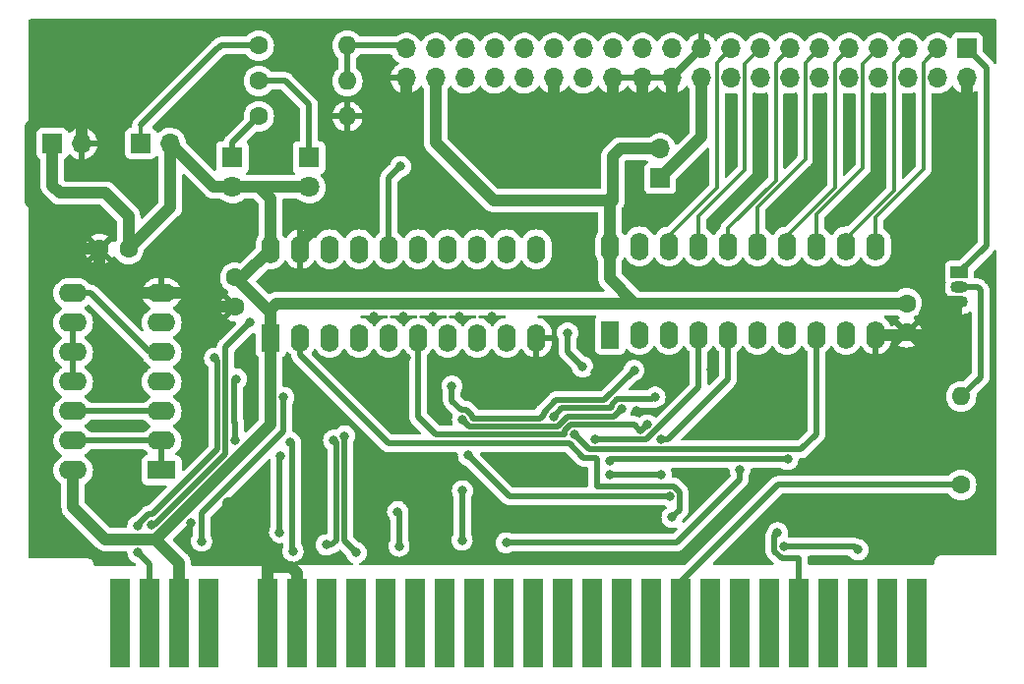
<source format=gbr>
%TF.GenerationSoftware,KiCad,Pcbnew,6.0.2+dfsg-1*%
%TF.CreationDate,2022-11-13T19:39:04+00:00*%
%TF.ProjectId,HDC,4844432e-6b69-4636-9164-5f7063625858,2*%
%TF.SameCoordinates,Original*%
%TF.FileFunction,Copper,L2,Bot*%
%TF.FilePolarity,Positive*%
%FSLAX46Y46*%
G04 Gerber Fmt 4.6, Leading zero omitted, Abs format (unit mm)*
G04 Created by KiCad (PCBNEW 6.0.2+dfsg-1) date 2022-11-13 19:39:04*
%MOMM*%
%LPD*%
G01*
G04 APERTURE LIST*
%TA.AperFunction,ComponentPad*%
%ADD10R,1.800000X1.800000*%
%TD*%
%TA.AperFunction,ComponentPad*%
%ADD11C,1.800000*%
%TD*%
%TA.AperFunction,ComponentPad*%
%ADD12C,1.600000*%
%TD*%
%TA.AperFunction,ComponentPad*%
%ADD13O,1.600000X1.600000*%
%TD*%
%TA.AperFunction,ComponentPad*%
%ADD14R,1.700000X1.700000*%
%TD*%
%TA.AperFunction,ComponentPad*%
%ADD15O,1.700000X1.700000*%
%TD*%
%TA.AperFunction,ComponentPad*%
%ADD16R,1.500000X1.050000*%
%TD*%
%TA.AperFunction,ComponentPad*%
%ADD17O,1.500000X1.050000*%
%TD*%
%TA.AperFunction,ComponentPad*%
%ADD18R,1.600000X2.400000*%
%TD*%
%TA.AperFunction,ComponentPad*%
%ADD19O,1.600000X2.400000*%
%TD*%
%TA.AperFunction,ConnectorPad*%
%ADD20R,1.780000X7.620000*%
%TD*%
%TA.AperFunction,ComponentPad*%
%ADD21R,2.400000X1.600000*%
%TD*%
%TA.AperFunction,ComponentPad*%
%ADD22O,2.400000X1.600000*%
%TD*%
%TA.AperFunction,ViaPad*%
%ADD23C,0.800000*%
%TD*%
%TA.AperFunction,Conductor*%
%ADD24C,1.000000*%
%TD*%
%TA.AperFunction,Conductor*%
%ADD25C,0.500000*%
%TD*%
%TA.AperFunction,Conductor*%
%ADD26C,0.700000*%
%TD*%
%TA.AperFunction,Conductor*%
%ADD27C,0.300000*%
%TD*%
G04 APERTURE END LIST*
D10*
%TO.P,D2,1,K*%
%TO.N,Net-(D2-Pad1)*%
X110998000Y-112771000D03*
D11*
%TO.P,D2,2,A*%
%TO.N,+5V*%
X110998000Y-115311000D03*
%TD*%
D12*
%TO.P,C1,1*%
%TO.N,+5V*%
X102068000Y-120650000D03*
%TO.P,C1,2*%
%TO.N,GND*%
X99568000Y-120650000D03*
%TD*%
%TO.P,R2,1*%
%TO.N,Net-(D1-Pad1)*%
X113284000Y-106172000D03*
D13*
%TO.P,R2,2*%
%TO.N,Net-(J4-Pad39)*%
X120904000Y-106172000D03*
%TD*%
D14*
%TO.P,J3,1,Pin_1*%
%TO.N,+5V*%
X95499000Y-111563000D03*
D15*
%TO.P,J3,2,Pin_2*%
%TO.N,GND*%
X98039000Y-111563000D03*
%TD*%
D12*
%TO.P,R3,1*%
%TO.N,Net-(J2-Pad1)*%
X113284000Y-103124000D03*
D13*
%TO.P,R3,2*%
%TO.N,Net-(J4-Pad39)*%
X120904000Y-103124000D03*
%TD*%
D16*
%TO.P,Q1,1,C*%
%TO.N,Net-(J4-Pad1)*%
X173588000Y-122682000D03*
D17*
%TO.P,Q1,2,B*%
%TO.N,Net-(Q1-Pad2)*%
X173588000Y-123952000D03*
%TO.P,Q1,3,E*%
%TO.N,GND*%
X173588000Y-125222000D03*
%TD*%
D18*
%TO.P,U2,1,A->B*%
%TO.N,+5V*%
X114305000Y-128285000D03*
D19*
%TO.P,U2,2,A0*%
%TO.N,Net-(J1-PadU26)*%
X116845000Y-128285000D03*
%TO.P,U2,3,A1*%
%TO.N,Net-(J1-PadB2)*%
X119385000Y-128285000D03*
%TO.P,U2,4,A2*%
%TO.N,Net-(J1-PadU2)*%
X121925000Y-128285000D03*
%TO.P,U2,5,A3*%
%TO.N,Net-(J1-PadU18)*%
X124465000Y-128285000D03*
%TO.P,U2,6,A4*%
%TO.N,Net-(J1-PadU19)*%
X127005000Y-128285000D03*
%TO.P,U2,7,A5*%
%TO.N,unconnected-(U2-Pad7)*%
X129545000Y-128285000D03*
%TO.P,U2,8,A6*%
%TO.N,unconnected-(U2-Pad8)*%
X132085000Y-128285000D03*
%TO.P,U2,9,A7*%
%TO.N,unconnected-(U2-Pad9)*%
X134625000Y-128285000D03*
%TO.P,U2,10,GND*%
%TO.N,GND*%
X137165000Y-128285000D03*
%TO.P,U2,11,B7*%
%TO.N,unconnected-(U2-Pad11)*%
X137165000Y-120665000D03*
%TO.P,U2,12,B6*%
%TO.N,unconnected-(U2-Pad12)*%
X134625000Y-120665000D03*
%TO.P,U2,13,B5*%
%TO.N,unconnected-(U2-Pad13)*%
X132085000Y-120665000D03*
%TO.P,U2,14,B4*%
%TO.N,Net-(J4-Pad23)*%
X129545000Y-120665000D03*
%TO.P,U2,15,B3*%
%TO.N,Net-(J4-Pad25)*%
X127005000Y-120665000D03*
%TO.P,U2,16,B2*%
%TO.N,Net-(J4-Pad36)*%
X124465000Y-120665000D03*
%TO.P,U2,17,B1*%
%TO.N,Net-(J4-Pad33)*%
X121925000Y-120665000D03*
%TO.P,U2,18,B0*%
%TO.N,Net-(J4-Pad35)*%
X119385000Y-120665000D03*
%TO.P,U2,19,CE*%
%TO.N,GND*%
X116845000Y-120665000D03*
%TO.P,U2,20,VCC*%
%TO.N,+5V*%
X114305000Y-120665000D03*
%TD*%
D14*
%TO.P,J4,1,RST*%
%TO.N,Net-(J4-Pad1)*%
X174239000Y-103373000D03*
D15*
%TO.P,J4,2,Gnd*%
%TO.N,GND*%
X174239000Y-105913000D03*
%TO.P,J4,3,D7*%
%TO.N,/IDE7*%
X171699000Y-103373000D03*
%TO.P,J4,4,D8*%
%TO.N,unconnected-(J4-Pad4)*%
X171699000Y-105913000D03*
%TO.P,J4,5,D6*%
%TO.N,/IDE6*%
X169159000Y-103373000D03*
%TO.P,J4,6,D9*%
%TO.N,unconnected-(J4-Pad6)*%
X169159000Y-105913000D03*
%TO.P,J4,7,D5*%
%TO.N,/IDE5*%
X166619000Y-103373000D03*
%TO.P,J4,8,D10*%
%TO.N,unconnected-(J4-Pad8)*%
X166619000Y-105913000D03*
%TO.P,J4,9,D4*%
%TO.N,/IDE4*%
X164079000Y-103373000D03*
%TO.P,J4,10,D11*%
%TO.N,unconnected-(J4-Pad10)*%
X164079000Y-105913000D03*
%TO.P,J4,11,D3*%
%TO.N,/IDE3*%
X161539000Y-103373000D03*
%TO.P,J4,12,D12*%
%TO.N,unconnected-(J4-Pad12)*%
X161539000Y-105913000D03*
%TO.P,J4,13,D2*%
%TO.N,/IDE2*%
X158999000Y-103373000D03*
%TO.P,J4,14,D13*%
%TO.N,unconnected-(J4-Pad14)*%
X158999000Y-105913000D03*
%TO.P,J4,15,D1*%
%TO.N,/IDE1*%
X156459000Y-103373000D03*
%TO.P,J4,16,D14*%
%TO.N,unconnected-(J4-Pad16)*%
X156459000Y-105913000D03*
%TO.P,J4,17,D0*%
%TO.N,/IDE0*%
X153919000Y-103373000D03*
%TO.P,J4,18,D15*%
%TO.N,unconnected-(J4-Pad18)*%
X153919000Y-105913000D03*
%TO.P,J4,19,Gnd*%
%TO.N,GND*%
X151379000Y-103373000D03*
%TO.P,J4,20,VCC/NC*%
%TO.N,Net-(J4-Pad20)*%
X151379000Y-105913000D03*
%TO.P,J4,21,DMARQ*%
%TO.N,unconnected-(J4-Pad21)*%
X148839000Y-103373000D03*
%TO.P,J4,22,Gnd*%
%TO.N,GND*%
X148839000Y-105913000D03*
%TO.P,J4,23,~{IOW}*%
%TO.N,Net-(J4-Pad23)*%
X146299000Y-103373000D03*
%TO.P,J4,24,Gnd*%
%TO.N,GND*%
X146299000Y-105913000D03*
%TO.P,J4,25,~{IOR}*%
%TO.N,Net-(J4-Pad25)*%
X143759000Y-103373000D03*
%TO.P,J4,26,Gnd*%
%TO.N,GND*%
X143759000Y-105913000D03*
%TO.P,J4,27,IORDY*%
%TO.N,unconnected-(J4-Pad27)*%
X141219000Y-103373000D03*
%TO.P,J4,28,ALE*%
%TO.N,unconnected-(J4-Pad28)*%
X141219000Y-105913000D03*
%TO.P,J4,29,~{DMAck}*%
%TO.N,unconnected-(J4-Pad29)*%
X138679000Y-103373000D03*
%TO.P,J4,30,Gnd*%
%TO.N,GND*%
X138679000Y-105913000D03*
%TO.P,J4,31,~{INT}*%
%TO.N,unconnected-(J4-Pad31)*%
X136139000Y-103373000D03*
%TO.P,J4,32,~{CS16}*%
%TO.N,unconnected-(J4-Pad32)*%
X136139000Y-105913000D03*
%TO.P,J4,33,A1*%
%TO.N,Net-(J4-Pad33)*%
X133599000Y-103373000D03*
%TO.P,J4,34,nc*%
%TO.N,unconnected-(J4-Pad34)*%
X133599000Y-105913000D03*
%TO.P,J4,35,A0*%
%TO.N,Net-(J4-Pad35)*%
X131059000Y-103373000D03*
%TO.P,J4,36,A2*%
%TO.N,Net-(J4-Pad36)*%
X131059000Y-105913000D03*
%TO.P,J4,37,~{CS0}*%
%TO.N,Net-(J4-Pad37)*%
X128519000Y-103373000D03*
%TO.P,J4,38,~{CS1}*%
%TO.N,+5V*%
X128519000Y-105913000D03*
%TO.P,J4,39,~{ACTIVE}*%
%TO.N,Net-(J4-Pad39)*%
X125979000Y-103373000D03*
%TO.P,J4,40,GND*%
%TO.N,GND*%
X125979000Y-105913000D03*
%TD*%
D14*
%TO.P,J2,1,Pin_1*%
%TO.N,Net-(J2-Pad1)*%
X103119000Y-111563000D03*
D15*
%TO.P,J2,2,Pin_2*%
%TO.N,+5V*%
X105659000Y-111563000D03*
%TD*%
D20*
%TO.P,J1,B1,A14*%
%TO.N,unconnected-(J1-PadB1)*%
X101346000Y-152908000D03*
%TO.P,J1,B2,A12*%
%TO.N,Net-(J1-PadB2)*%
X103886000Y-152908000D03*
%TO.P,J1,B3,+5V*%
%TO.N,+5V*%
X106426000Y-152908000D03*
%TO.P,J1,B4,+9V*%
%TO.N,unconnected-(J1-PadB4)*%
X108966000Y-152908000D03*
%TO.P,J1,B6,0v*%
%TO.N,GND*%
X114046000Y-152908000D03*
%TO.P,J1,B7,0v*%
X116586000Y-152908000D03*
%TO.P,J1,B8,Clk*%
%TO.N,unconnected-(J1-PadB8)*%
X119126000Y-152908000D03*
%TO.P,J1,B9,A0*%
%TO.N,unconnected-(J1-PadB9)*%
X121666000Y-152908000D03*
%TO.P,J1,B10,A1*%
%TO.N,unconnected-(J1-PadB10)*%
X124206000Y-152908000D03*
%TO.P,J1,B11,A2*%
%TO.N,unconnected-(J1-PadB11)*%
X126746000Y-152908000D03*
%TO.P,J1,B12,A3*%
%TO.N,unconnected-(J1-PadB12)*%
X129286000Y-152908000D03*
%TO.P,J1,B13,~{IORQGE}*%
%TO.N,unconnected-(J1-PadB13)*%
X131826000Y-152908000D03*
%TO.P,J1,B14,0v*%
%TO.N,unconnected-(J1-PadB14)*%
X134366000Y-152908000D03*
%TO.P,J1,B15,NC7*%
%TO.N,unconnected-(J1-PadB15)*%
X136906000Y-152908000D03*
%TO.P,J1,B16,NC6*%
%TO.N,unconnected-(J1-PadB16)*%
X139446000Y-152908000D03*
%TO.P,J1,B17,NC5*%
%TO.N,unconnected-(J1-PadB17)*%
X141986000Y-152908000D03*
%TO.P,J1,B18,NC3*%
%TO.N,unconnected-(J1-PadB18)*%
X144526000Y-152908000D03*
%TO.P,J1,B19,~{BUSRQ}*%
%TO.N,unconnected-(J1-PadB19)*%
X147066000Y-152908000D03*
%TO.P,J1,B20,~{RESET}*%
%TO.N,Net-(J1-PadB20)*%
X149606000Y-152908000D03*
%TO.P,J1,B21,A7*%
%TO.N,unconnected-(J1-PadB21)*%
X152146000Y-152908000D03*
%TO.P,J1,B22,A6*%
%TO.N,unconnected-(J1-PadB22)*%
X154686000Y-152908000D03*
%TO.P,J1,B23,A5*%
%TO.N,unconnected-(J1-PadB23)*%
X157226000Y-152908000D03*
%TO.P,J1,B24,A4*%
%TO.N,Net-(J1-PadB24)*%
X159766000Y-152908000D03*
%TO.P,J1,B25,~{ROMCS}*%
%TO.N,unconnected-(J1-PadB25)*%
X162306000Y-152908000D03*
%TO.P,J1,B26,~{BUSAK}*%
%TO.N,unconnected-(J1-PadB26)*%
X164846000Y-152908000D03*
%TO.P,J1,B27,A9*%
%TO.N,unconnected-(J1-PadB27)*%
X167386000Y-152908000D03*
%TO.P,J1,B28,A11*%
%TO.N,unconnected-(J1-PadB28)*%
X169926000Y-152908000D03*
%TD*%
D14*
%TO.P,J5,1,Pin_1*%
%TO.N,Net-(J4-Pad20)*%
X147828000Y-114554000D03*
D15*
%TO.P,J5,2,Pin_2*%
%TO.N,+5V*%
X147828000Y-112014000D03*
%TD*%
D12*
%TO.P,C3,1*%
%TO.N,+5V*%
X111252000Y-123103000D03*
%TO.P,C3,2*%
%TO.N,GND*%
X111252000Y-125603000D03*
%TD*%
D18*
%TO.P,U1,1,A->B*%
%TO.N,Net-(J1-PadU18)*%
X143515000Y-128031000D03*
D19*
%TO.P,U1,2,A0*%
%TO.N,Net-(J1-PadU6)*%
X146055000Y-128031000D03*
%TO.P,U1,3,A1*%
%TO.N,Net-(J1-PadU7)*%
X148595000Y-128031000D03*
%TO.P,U1,4,A2*%
%TO.N,Net-(J1-PadU8)*%
X151135000Y-128031000D03*
%TO.P,U1,5,A3*%
%TO.N,Net-(J1-PadU11)*%
X153675000Y-128031000D03*
%TO.P,U1,6,A4*%
%TO.N,Net-(J1-PadU12)*%
X156215000Y-128031000D03*
%TO.P,U1,7,A5*%
%TO.N,Net-(J1-PadU10)*%
X158755000Y-128031000D03*
%TO.P,U1,8,A6*%
%TO.N,Net-(J1-PadU9)*%
X161295000Y-128031000D03*
%TO.P,U1,9,A7*%
%TO.N,Net-(J1-PadU3)*%
X163835000Y-128031000D03*
%TO.P,U1,10,GND*%
%TO.N,GND*%
X166375000Y-128031000D03*
%TO.P,U1,11,B7*%
%TO.N,/IDE7*%
X166375000Y-120411000D03*
%TO.P,U1,12,B6*%
%TO.N,/IDE6*%
X163835000Y-120411000D03*
%TO.P,U1,13,B5*%
%TO.N,/IDE5*%
X161295000Y-120411000D03*
%TO.P,U1,14,B4*%
%TO.N,/IDE4*%
X158755000Y-120411000D03*
%TO.P,U1,15,B3*%
%TO.N,/IDE3*%
X156215000Y-120411000D03*
%TO.P,U1,16,B2*%
%TO.N,/IDE2*%
X153675000Y-120411000D03*
%TO.P,U1,17,B1*%
%TO.N,/IDE1*%
X151135000Y-120411000D03*
%TO.P,U1,18,B0*%
%TO.N,/IDE0*%
X148595000Y-120411000D03*
%TO.P,U1,19,CE*%
%TO.N,Net-(J4-Pad37)*%
X146055000Y-120411000D03*
%TO.P,U1,20,VCC*%
%TO.N,+5V*%
X143515000Y-120411000D03*
%TD*%
D12*
%TO.P,R4,1*%
%TO.N,Net-(D2-Pad1)*%
X113284000Y-109220000D03*
D13*
%TO.P,R4,2*%
%TO.N,GND*%
X120904000Y-109220000D03*
%TD*%
D12*
%TO.P,C2,1*%
%TO.N,+5V*%
X169037000Y-125329000D03*
%TO.P,C2,2*%
%TO.N,GND*%
X169037000Y-127829000D03*
%TD*%
%TO.P,R1,1*%
%TO.N,Net-(J1-PadB20)*%
X173736000Y-140970000D03*
D13*
%TO.P,R1,2*%
%TO.N,Net-(Q1-Pad2)*%
X173736000Y-133350000D03*
%TD*%
D10*
%TO.P,D1,1,K*%
%TO.N,Net-(D1-Pad1)*%
X117602000Y-112771000D03*
D11*
%TO.P,D1,2,A*%
%TO.N,+5V*%
X117602000Y-115311000D03*
%TD*%
D21*
%TO.P,U3,1*%
%TO.N,Net-(J1-PadB24)*%
X104917000Y-139705000D03*
D22*
%TO.P,U3,2*%
X104917000Y-137165000D03*
%TO.P,U3,3*%
%TO.N,Net-(U3-Pad12)*%
X104917000Y-134625000D03*
%TO.P,U3,4*%
%TO.N,Net-(J1-PadU24)*%
X104917000Y-132085000D03*
%TO.P,U3,5*%
%TO.N,Net-(U3-Pad5)*%
X104917000Y-129545000D03*
%TO.P,U3,6*%
%TO.N,Net-(J4-Pad37)*%
X104917000Y-127005000D03*
%TO.P,U3,7,GND*%
%TO.N,GND*%
X104917000Y-124465000D03*
%TO.P,U3,8*%
%TO.N,Net-(U3-Pad5)*%
X97297000Y-124465000D03*
%TO.P,U3,9*%
%TO.N,Net-(J1-PadU17)*%
X97297000Y-127005000D03*
%TO.P,U3,10*%
X97297000Y-129545000D03*
%TO.P,U3,11*%
X97297000Y-132085000D03*
%TO.P,U3,12*%
%TO.N,Net-(U3-Pad12)*%
X97297000Y-134625000D03*
%TO.P,U3,13*%
%TO.N,Net-(J1-PadB24)*%
X97297000Y-137165000D03*
%TO.P,U3,14,VCC*%
%TO.N,+5V*%
X97297000Y-139705000D03*
%TD*%
D23*
%TO.N,GND*%
X164150000Y-108475000D03*
X114046000Y-145971000D03*
X144526000Y-130302000D03*
X116332000Y-131318000D03*
X128016000Y-141224000D03*
X122428000Y-140970000D03*
X135382000Y-130810000D03*
X145796000Y-144018000D03*
X100700000Y-105150000D03*
X165862000Y-123444000D03*
X146050000Y-117094000D03*
X123190000Y-126492000D03*
X110998000Y-147066000D03*
X154000000Y-108625000D03*
X176022000Y-101600000D03*
X126075000Y-116300000D03*
X141986000Y-107950000D03*
X101346000Y-144018000D03*
X161500000Y-108450000D03*
X127450000Y-113475000D03*
X157400000Y-130525000D03*
X110650000Y-142575000D03*
X156400000Y-108725000D03*
X164200000Y-144575000D03*
X125984000Y-130048000D03*
X133350000Y-126492000D03*
X159075000Y-108725000D03*
X145796000Y-134620000D03*
X122174000Y-114300000D03*
X130556000Y-126492000D03*
X132334000Y-145288000D03*
X117602000Y-145542000D03*
X140725000Y-118750000D03*
X142240000Y-131318000D03*
X102616000Y-130556000D03*
X147066000Y-130048000D03*
X125730000Y-126492000D03*
X155448000Y-146558000D03*
X112522000Y-135128000D03*
X102870000Y-135890000D03*
X152200000Y-131050000D03*
X162675000Y-138800000D03*
X122936000Y-145288000D03*
X118364000Y-136906000D03*
X172350000Y-111250000D03*
X150114000Y-140208000D03*
X129900000Y-115825000D03*
X117856000Y-140970000D03*
X128270000Y-126492000D03*
X169250000Y-108475000D03*
X107950000Y-135382000D03*
X166575000Y-108450000D03*
X160125000Y-130425000D03*
X127762000Y-145542000D03*
X137160000Y-140462000D03*
X130650000Y-110425000D03*
X153775000Y-135150000D03*
X135128000Y-144780000D03*
X107442000Y-144272000D03*
X136675000Y-114575000D03*
X122682000Y-131064000D03*
X141224000Y-144018000D03*
X120800000Y-117900000D03*
X149575000Y-132000000D03*
%TO.N,Net-(J1-PadB2)*%
X102870000Y-144526000D03*
X102870000Y-146812000D03*
X109474000Y-130048000D03*
%TO.N,Net-(J1-PadU2)*%
X104061036Y-144447036D03*
X112522000Y-127000000D03*
%TO.N,Net-(J1-PadU3)*%
X115150000Y-138475000D03*
X115062000Y-145073539D03*
X111350000Y-131850000D03*
X111274980Y-137160000D03*
X141150000Y-130800000D03*
X139850000Y-127875000D03*
%TO.N,Net-(J1-PadU6)*%
X129900000Y-132450000D03*
X145575000Y-131100000D03*
X115425000Y-133428989D03*
X108350000Y-145825000D03*
%TO.N,Net-(J1-PadU7)*%
X115995500Y-137300000D03*
X144475000Y-134425000D03*
X130810000Y-135350980D03*
X116225000Y-146675000D03*
%TO.N,Net-(J1-PadU8)*%
X119075000Y-146125000D03*
X119716145Y-137106758D03*
X142200000Y-137075000D03*
%TO.N,Net-(J1-PadU9)*%
X121666000Y-146812000D03*
X120650000Y-136750500D03*
X140462000Y-136652000D03*
%TO.N,Net-(J1-PadU10)*%
X143525000Y-138875000D03*
X125350000Y-146250000D03*
X125225000Y-143275000D03*
X158800000Y-138775000D03*
%TO.N,Net-(J1-PadU11)*%
X147915500Y-137075500D03*
X130775000Y-145725000D03*
X143475000Y-140050000D03*
X147915500Y-140075000D03*
X130810000Y-141478000D03*
%TO.N,Net-(J1-PadU12)*%
X154692477Y-139657523D03*
X134575000Y-145950000D03*
%TO.N,Net-(J1-PadU19)*%
X146725000Y-135800000D03*
%TO.N,Net-(J1-PadU24)*%
X138638982Y-135082982D03*
X147375000Y-133400000D03*
%TO.N,Net-(J1-PadB24)*%
X131318000Y-138430000D03*
X148650000Y-141950000D03*
X157922812Y-145099188D03*
%TO.N,Net-(J4-Pad36)*%
X125476000Y-113538000D03*
%TO.N,Net-(J1-PadU26)*%
X158496000Y-146304000D03*
X164846000Y-146558000D03*
X148844000Y-143764000D03*
%TD*%
D24*
%TO.N,+5V*%
X114305000Y-116332000D02*
X113284000Y-115311000D01*
X95499000Y-115184000D02*
X95499000Y-111563000D01*
X128519000Y-111501000D02*
X133477000Y-116459000D01*
X144399000Y-112014000D02*
X147828000Y-112014000D01*
X97297000Y-139705000D02*
X97297000Y-142890000D01*
X104394000Y-145669000D02*
X100076000Y-145669000D01*
X169037000Y-125329000D02*
X145649000Y-125329000D01*
D25*
X111252000Y-123103000D02*
X111867000Y-123103000D01*
D24*
X143764000Y-112649000D02*
X144399000Y-112014000D01*
X114305000Y-135758000D02*
X104394000Y-145669000D01*
X114305000Y-120665000D02*
X114305000Y-116332000D01*
X96139000Y-115824000D02*
X95499000Y-115184000D01*
X143764000Y-116459000D02*
X143764000Y-112649000D01*
X143515000Y-123195000D02*
X143515000Y-120411000D01*
X111867000Y-123103000D02*
X114305000Y-120665000D01*
X114305000Y-126156000D02*
X114305000Y-128285000D01*
X100076000Y-115824000D02*
X96139000Y-115824000D01*
X105659000Y-117059000D02*
X102068000Y-120650000D01*
X113284000Y-115311000D02*
X117602000Y-115311000D01*
X114305000Y-126156000D02*
X111252000Y-123103000D01*
X114828000Y-125329000D02*
X114305000Y-125852000D01*
X113284000Y-115311000D02*
X109407000Y-115311000D01*
X105659000Y-111563000D02*
X105659000Y-117059000D01*
X106426000Y-152908000D02*
X106426000Y-147701000D01*
X102068000Y-117816000D02*
X100076000Y-115824000D01*
X114305000Y-135758000D02*
X114305000Y-128285000D01*
D25*
X114305000Y-125852000D02*
X114305000Y-126156000D01*
D24*
X106426000Y-147701000D02*
X104394000Y-145669000D01*
X143515000Y-116327000D02*
X143515000Y-120411000D01*
X133477000Y-116459000D02*
X143764000Y-116459000D01*
X102068000Y-120650000D02*
X102068000Y-117816000D01*
X145649000Y-125329000D02*
X114828000Y-125329000D01*
X109407000Y-115311000D02*
X105659000Y-111563000D01*
X100076000Y-145669000D02*
X97297000Y-142890000D01*
X145649000Y-125329000D02*
X143515000Y-123195000D01*
X128519000Y-105913000D02*
X128519000Y-111501000D01*
%TO.N,GND*%
X114046000Y-152908000D02*
X114046000Y-148082000D01*
X125979000Y-108463000D02*
X125979000Y-105913000D01*
X134700000Y-110425000D02*
X136150000Y-108975000D01*
X98044000Y-109601000D02*
X98039000Y-109606000D01*
X145950000Y-108975000D02*
X147925000Y-108975000D01*
X171430000Y-125222000D02*
X173588000Y-125222000D01*
X116845000Y-120137000D02*
X125920500Y-111061500D01*
X125920500Y-108521500D02*
X126250000Y-108851000D01*
X100843000Y-124465000D02*
X99568000Y-123190000D01*
X93599000Y-116586000D02*
X93599000Y-116078000D01*
X98039000Y-109606000D02*
X98039000Y-111563000D01*
X116586000Y-152908000D02*
X116586000Y-148590000D01*
X143950000Y-108975000D02*
X145950000Y-108975000D01*
X97282000Y-108839000D02*
X98044000Y-109601000D01*
X114046000Y-148082000D02*
X114046000Y-145971000D01*
X93599000Y-110109000D02*
X94869000Y-108839000D01*
D26*
X151379000Y-103373000D02*
X148839000Y-105913000D01*
D24*
X94869000Y-108839000D02*
X97282000Y-108839000D01*
X97663000Y-120650000D02*
X93599000Y-116586000D01*
X126250000Y-111550000D02*
X126250000Y-112275000D01*
X116078000Y-148082000D02*
X114046000Y-148082000D01*
X93599000Y-116078000D02*
X93599000Y-110109000D01*
X138679000Y-105913000D02*
X138679000Y-108696000D01*
X114046000Y-145971000D02*
X113800000Y-145725000D01*
X136150000Y-108975000D02*
X138400000Y-108975000D01*
X111252000Y-125603000D02*
X108077000Y-125603000D01*
X174239000Y-105913000D02*
X174239000Y-115448000D01*
X143759000Y-105913000D02*
X143759000Y-108784000D01*
D25*
X143759000Y-108784000D02*
X143950000Y-108975000D01*
X125920500Y-108521500D02*
X125979000Y-108463000D01*
D24*
X146299000Y-108626000D02*
X145950000Y-108975000D01*
X99568000Y-120650000D02*
X97663000Y-120650000D01*
X169037000Y-120650000D02*
X169037000Y-122829000D01*
X125920500Y-111061500D02*
X125920500Y-108521500D01*
X166375000Y-128031000D02*
X170779000Y-128031000D01*
X113800000Y-145725000D02*
X110650000Y-142575000D01*
X170779000Y-128031000D02*
X173588000Y-125222000D01*
X106939000Y-124465000D02*
X104917000Y-124465000D01*
X104917000Y-124465000D02*
X100843000Y-124465000D01*
X174239000Y-115448000D02*
X169037000Y-120650000D01*
D25*
X138679000Y-108696000D02*
X138400000Y-108975000D01*
D24*
X116586000Y-148590000D02*
X116078000Y-148082000D01*
X169037000Y-122829000D02*
X171430000Y-125222000D01*
X130650000Y-110425000D02*
X134700000Y-110425000D01*
X148839000Y-108061000D02*
X148839000Y-105913000D01*
X99568000Y-123190000D02*
X99568000Y-120650000D01*
X116845000Y-120665000D02*
X116845000Y-120137000D01*
X126250000Y-108851000D02*
X126250000Y-111550000D01*
X126250000Y-112275000D02*
X127450000Y-113475000D01*
X147925000Y-108975000D02*
X148839000Y-108061000D01*
X146299000Y-105913000D02*
X146299000Y-108626000D01*
D25*
X93599000Y-116586000D02*
X93599000Y-110109000D01*
D24*
X108077000Y-125603000D02*
X106939000Y-124465000D01*
X138400000Y-108975000D02*
X143950000Y-108975000D01*
D25*
%TO.N,Net-(D1-Pad1)*%
X117602000Y-108204000D02*
X115570000Y-106172000D01*
X115570000Y-106172000D02*
X113284000Y-106172000D01*
X117602000Y-112771000D02*
X117602000Y-108204000D01*
%TO.N,Net-(J1-PadB2)*%
X103796681Y-143510000D02*
X104140000Y-143510000D01*
X109725960Y-130299960D02*
X109474000Y-130048000D01*
X103886000Y-147828000D02*
X102870000Y-146812000D01*
X103886000Y-152908000D02*
X103886000Y-147828000D01*
X102870000Y-144526000D02*
X102870000Y-144436681D01*
X102870000Y-144436681D02*
X103796681Y-143510000D01*
X109725960Y-137924040D02*
X109725960Y-130299960D01*
X104140000Y-143510000D02*
X109725960Y-137924040D01*
%TO.N,Net-(D2-Pad1)*%
X110998000Y-111506000D02*
X110998000Y-112771000D01*
X113284000Y-109220000D02*
X110998000Y-111506000D01*
%TO.N,Net-(J1-PadB20)*%
X149606000Y-152908000D02*
X149606000Y-149352000D01*
X157988000Y-140970000D02*
X173736000Y-140970000D01*
X149606000Y-149352000D02*
X157988000Y-140970000D01*
%TO.N,Net-(J1-PadU2)*%
X104061036Y-144447036D02*
X104273140Y-144447036D01*
X110425480Y-129096520D02*
X112522000Y-127000000D01*
X110425480Y-138294696D02*
X110425480Y-129096520D01*
X104273140Y-144447036D02*
X110425480Y-138294696D01*
%TO.N,Net-(J1-PadU3)*%
X111274980Y-137160000D02*
X111274980Y-135699980D01*
X115062000Y-145073539D02*
X115062000Y-138563000D01*
X139850000Y-129500000D02*
X141150000Y-130800000D01*
X115062000Y-138563000D02*
X115150000Y-138475000D01*
X111125000Y-132075000D02*
X111350000Y-131850000D01*
X111274980Y-135699980D02*
X111125000Y-135550000D01*
X139850000Y-127875000D02*
X139850000Y-129500000D01*
X111125000Y-135550000D02*
X111125000Y-132075000D01*
%TO.N,Net-(J1-PadU6)*%
X131701250Y-135252960D02*
X131659511Y-135211221D01*
X131659511Y-134999100D02*
X131161880Y-134501469D01*
X131161880Y-134501469D02*
X130691469Y-134501469D01*
X137789471Y-134943223D02*
X137479734Y-135252960D01*
X130691469Y-134501469D02*
X129900000Y-133710000D01*
X137789471Y-134731102D02*
X137789471Y-134943223D01*
X115425000Y-133428989D02*
X115425000Y-136349500D01*
X108350000Y-143424500D02*
X108350000Y-145825000D01*
X137479734Y-135252960D02*
X131701250Y-135252960D01*
X129900000Y-133710000D02*
X129900000Y-132450000D01*
X115425000Y-136349500D02*
X108350000Y-143424500D01*
X131659511Y-135211221D02*
X131659511Y-134999100D01*
X138854093Y-133666480D02*
X137789471Y-134731102D01*
X143008520Y-133666480D02*
X138854093Y-133666480D01*
X145575000Y-131100000D02*
X143008520Y-133666480D01*
%TO.N,Net-(J1-PadU7)*%
X131411500Y-135952480D02*
X138970859Y-135952480D01*
X130810000Y-135350980D02*
X131411500Y-135952480D01*
X143797031Y-135102969D02*
X144475000Y-134425000D01*
X116145000Y-137449500D02*
X116145000Y-146595000D01*
X115995500Y-137300000D02*
X116145000Y-137449500D01*
X116145000Y-146595000D02*
X116225000Y-146675000D01*
X138970859Y-135952480D02*
X139820369Y-135102970D01*
X139820369Y-135102970D02*
X143797031Y-135102969D01*
%TO.N,Net-(J1-PadU8)*%
X119559000Y-146125000D02*
X119075000Y-146125000D01*
X146652082Y-137075000D02*
X151135000Y-132592082D01*
X119950480Y-137252371D02*
X119950480Y-145733520D01*
X151135000Y-132592082D02*
X151135000Y-128031000D01*
X119716145Y-137106758D02*
X119804867Y-137106758D01*
X119950480Y-145733520D02*
X119559000Y-146125000D01*
X119804867Y-137106758D02*
X119950480Y-137252371D01*
X142200000Y-137075000D02*
X146652082Y-137075000D01*
%TO.N,Net-(J1-PadU9)*%
X159950000Y-137925000D02*
X141735000Y-137925000D01*
X161295000Y-136580000D02*
X159950000Y-137925000D01*
X120650000Y-138806624D02*
X120650000Y-145796000D01*
X120650000Y-145796000D02*
X121666000Y-146812000D01*
X161295000Y-128031000D02*
X161295000Y-136580000D01*
X120650000Y-136750500D02*
X120650000Y-138806624D01*
X141735000Y-137925000D02*
X140462000Y-136652000D01*
%TO.N,Net-(J1-PadU10)*%
X143625000Y-138775000D02*
X158800000Y-138775000D01*
D27*
X125350000Y-143400000D02*
X125225000Y-143275000D01*
X143525000Y-138875000D02*
X143625000Y-138775000D01*
D25*
X125350000Y-146250000D02*
X125350000Y-143400000D01*
%TO.N,Net-(J1-PadU11)*%
X153675000Y-131850000D02*
X153675000Y-128031000D01*
X130810000Y-145690000D02*
X130775000Y-145725000D01*
X148449500Y-137075500D02*
X153675000Y-131850000D01*
X147915500Y-137075500D02*
X148449500Y-137075500D01*
X130810000Y-141478000D02*
X130810000Y-145690000D01*
X147915500Y-140075000D02*
X147890500Y-140050000D01*
X147890500Y-140050000D02*
X143475000Y-140050000D01*
%TO.N,Net-(J1-PadU12)*%
X154692477Y-140482253D02*
X154692477Y-139657523D01*
X149224730Y-145950000D02*
X154692477Y-140482253D01*
X134575000Y-145950000D02*
X149224730Y-145950000D01*
%TO.N,Net-(J1-PadU17)*%
X97297000Y-132085000D02*
X97297000Y-127005000D01*
%TO.N,Net-(J1-PadU19)*%
X139612489Y-136300120D02*
X139612489Y-136652000D01*
X127005000Y-135133000D02*
X127005000Y-128285000D01*
X145576529Y-135802489D02*
X140110120Y-135802489D01*
X140110120Y-135802489D02*
X139612489Y-136300120D01*
X128524000Y-136652000D02*
X127005000Y-135133000D01*
X146149520Y-136375480D02*
X145576529Y-135802489D01*
X146725000Y-135800000D02*
X146149520Y-136375480D01*
X139612489Y-136652000D02*
X128524000Y-136652000D01*
%TO.N,Net-(J1-PadU24)*%
X144123120Y-133575489D02*
X144826880Y-133575489D01*
X144826880Y-133575489D02*
X144855391Y-133604000D01*
X143625489Y-134285241D02*
X143625489Y-134073120D01*
X139355964Y-134366000D02*
X143544730Y-134366000D01*
X138638982Y-135082982D02*
X139355964Y-134366000D01*
X144855391Y-133604000D02*
X147171000Y-133604000D01*
X143544730Y-134366000D02*
X143625489Y-134285241D01*
X143625489Y-134073120D02*
X144123120Y-133575489D01*
X147171000Y-133604000D02*
X147375000Y-133400000D01*
%TO.N,Net-(J1-PadB24)*%
X104917000Y-137165000D02*
X97297000Y-137165000D01*
X157646489Y-146655880D02*
X158310609Y-147320000D01*
X134838000Y-141950000D02*
X131318000Y-138430000D01*
X157646489Y-145375511D02*
X157646489Y-146655880D01*
X157922812Y-145099188D02*
X157646489Y-145375511D01*
X158310609Y-147320000D02*
X159766000Y-147320000D01*
X159766000Y-147320000D02*
X159766000Y-152908000D01*
X104917000Y-139705000D02*
X104917000Y-137165000D01*
X148650000Y-141950000D02*
X134838000Y-141950000D01*
%TO.N,Net-(J2-Pad1)*%
X109758054Y-103378000D02*
X110012054Y-103124000D01*
D27*
X103119000Y-111563000D02*
X103119000Y-109987000D01*
D25*
X103119000Y-109987000D02*
X109728000Y-103378000D01*
X109728000Y-103378000D02*
X109758054Y-103378000D01*
X110012054Y-103124000D02*
X113284000Y-103124000D01*
%TO.N,Net-(J4-Pad1)*%
X175921154Y-105055154D02*
X175921154Y-120348846D01*
X175921154Y-120348846D02*
X173588000Y-122682000D01*
X174239000Y-103373000D02*
X175921154Y-105055154D01*
D27*
%TO.N,/IDE7*%
X170499000Y-113798428D02*
X166375000Y-117922428D01*
X166375000Y-117922428D02*
X166375000Y-120411000D01*
X170499000Y-104573000D02*
X170499000Y-113798428D01*
X171699000Y-103373000D02*
X170499000Y-104573000D01*
%TO.N,/IDE6*%
X163835000Y-120411000D02*
X163835000Y-119756000D01*
X167959000Y-115632000D02*
X167959000Y-104573000D01*
X167959000Y-104573000D02*
X169159000Y-103373000D01*
X163835000Y-119756000D02*
X167959000Y-115632000D01*
%TO.N,/IDE5*%
X165279000Y-104713000D02*
X165279000Y-113684428D01*
X166619000Y-103373000D02*
X165279000Y-104713000D01*
X161295000Y-117668428D02*
X161295000Y-120411000D01*
X165279000Y-113684428D02*
X161295000Y-117668428D01*
%TO.N,/IDE4*%
X164079000Y-103373000D02*
X162879000Y-104573000D01*
X162879000Y-115378000D02*
X158755000Y-119502000D01*
X158755000Y-119502000D02*
X158755000Y-120411000D01*
X162879000Y-104573000D02*
X162879000Y-115378000D01*
%TO.N,/IDE3*%
X160300077Y-104611923D02*
X160300077Y-112948351D01*
X160300077Y-112948351D02*
X156215000Y-117033428D01*
X161539000Y-103373000D02*
X160300077Y-104611923D01*
X156215000Y-117033428D02*
X156215000Y-120411000D01*
%TO.N,/IDE2*%
X153675000Y-118867000D02*
X153675000Y-120411000D01*
X158999000Y-103373000D02*
X157760077Y-104611923D01*
X157760077Y-104611923D02*
X157760077Y-114781923D01*
X157760077Y-114781923D02*
X153675000Y-118867000D01*
%TO.N,/IDE1*%
X155119000Y-113867000D02*
X151135000Y-117851000D01*
X156459000Y-103373000D02*
X155119000Y-104713000D01*
X151135000Y-117851000D02*
X151135000Y-120411000D01*
X155119000Y-104713000D02*
X155119000Y-113867000D01*
%TO.N,/IDE0*%
X152719000Y-104573000D02*
X152719000Y-115378000D01*
X152719000Y-115378000D02*
X148595000Y-119502000D01*
X148595000Y-119502000D02*
X148595000Y-120411000D01*
X153919000Y-103373000D02*
X152719000Y-104573000D01*
D24*
%TO.N,Net-(J4-Pad20)*%
X147828000Y-114554000D02*
X151379000Y-111003000D01*
X151379000Y-111003000D02*
X151379000Y-105913000D01*
D25*
%TO.N,Net-(J4-Pad36)*%
X124465000Y-114549000D02*
X124465000Y-120665000D01*
X125476000Y-113538000D02*
X124465000Y-114549000D01*
%TO.N,Net-(J4-Pad39)*%
X120904000Y-103124000D02*
X120904000Y-106172000D01*
X125730000Y-103124000D02*
X125979000Y-103373000D01*
X120904000Y-103124000D02*
X125730000Y-103124000D01*
%TO.N,Net-(Q1-Pad2)*%
X175400000Y-131686000D02*
X173736000Y-133350000D01*
X175177000Y-123952000D02*
X175400000Y-124175000D01*
X175400000Y-124175000D02*
X175400000Y-131686000D01*
X173588000Y-123952000D02*
X175177000Y-123952000D01*
%TO.N,Net-(U3-Pad12)*%
X104917000Y-134625000D02*
X97297000Y-134625000D01*
%TO.N,Net-(U3-Pad5)*%
X98811000Y-124465000D02*
X97297000Y-124465000D01*
X103891000Y-129545000D02*
X98811000Y-124465000D01*
D27*
X104917000Y-129545000D02*
X103891000Y-129545000D01*
D25*
%TO.N,Net-(J1-PadU26)*%
X116845000Y-128285000D02*
X116845000Y-129799000D01*
X149001880Y-141100489D02*
X149499511Y-141598120D01*
X116845000Y-129799000D02*
X124460000Y-137414000D01*
X124460000Y-137414000D02*
X140022609Y-137414000D01*
X140022609Y-137414000D02*
X141233129Y-138624520D01*
X149499511Y-143108489D02*
X148844000Y-143764000D01*
X149499511Y-141598120D02*
X149499511Y-143108489D01*
X163576000Y-146304000D02*
X164592000Y-146304000D01*
X142292502Y-138624520D02*
X142363511Y-138695529D01*
X161544000Y-146304000D02*
X163576000Y-146304000D01*
X164592000Y-146304000D02*
X164846000Y-146558000D01*
X141233129Y-138624520D02*
X142292502Y-138624520D01*
X142363511Y-141100489D02*
X149001880Y-141100489D01*
X158496000Y-146304000D02*
X161544000Y-146304000D01*
X142363511Y-138695529D02*
X142363511Y-141100489D01*
%TD*%
%TA.AperFunction,Conductor*%
%TO.N,GND*%
G36*
X176726121Y-100858002D02*
G01*
X176772614Y-100911658D01*
X176784000Y-100964000D01*
X176784000Y-104564406D01*
X176763998Y-104632527D01*
X176710342Y-104679020D01*
X176640068Y-104689124D01*
X176575488Y-104659630D01*
X176550281Y-104629771D01*
X176534675Y-104604053D01*
X176523749Y-104586047D01*
X176516351Y-104577670D01*
X176516378Y-104577646D01*
X176513725Y-104574654D01*
X176511022Y-104571421D01*
X176507010Y-104565302D01*
X176450771Y-104512026D01*
X176448329Y-104509648D01*
X175634405Y-103695724D01*
X175600379Y-103633412D01*
X175597500Y-103606629D01*
X175597500Y-102474866D01*
X175590745Y-102412684D01*
X175539615Y-102276295D01*
X175452261Y-102159739D01*
X175335705Y-102072385D01*
X175199316Y-102021255D01*
X175137134Y-102014500D01*
X173340866Y-102014500D01*
X173278684Y-102021255D01*
X173142295Y-102072385D01*
X173025739Y-102159739D01*
X172938385Y-102276295D01*
X172935233Y-102284703D01*
X172893919Y-102394907D01*
X172851277Y-102451671D01*
X172784716Y-102476371D01*
X172715367Y-102461163D01*
X172682743Y-102435476D01*
X172632151Y-102379875D01*
X172632142Y-102379866D01*
X172628670Y-102376051D01*
X172624619Y-102372852D01*
X172624615Y-102372848D01*
X172457414Y-102240800D01*
X172457410Y-102240798D01*
X172453359Y-102237598D01*
X172417028Y-102217542D01*
X172401136Y-102208769D01*
X172257789Y-102129638D01*
X172252920Y-102127914D01*
X172252916Y-102127912D01*
X172052087Y-102056795D01*
X172052083Y-102056794D01*
X172047212Y-102055069D01*
X172042119Y-102054162D01*
X172042116Y-102054161D01*
X171832373Y-102016800D01*
X171832367Y-102016799D01*
X171827284Y-102015894D01*
X171753452Y-102014992D01*
X171609081Y-102013228D01*
X171609079Y-102013228D01*
X171603911Y-102013165D01*
X171383091Y-102046955D01*
X171170756Y-102116357D01*
X170972607Y-102219507D01*
X170968474Y-102222610D01*
X170968471Y-102222612D01*
X170804802Y-102345498D01*
X170793965Y-102353635D01*
X170768541Y-102380240D01*
X170670929Y-102482385D01*
X170639629Y-102515138D01*
X170532201Y-102672621D01*
X170477293Y-102717621D01*
X170406768Y-102725792D01*
X170343021Y-102694538D01*
X170322324Y-102670054D01*
X170241822Y-102545617D01*
X170241820Y-102545614D01*
X170239014Y-102541277D01*
X170088670Y-102376051D01*
X170084619Y-102372852D01*
X170084615Y-102372848D01*
X169917414Y-102240800D01*
X169917410Y-102240798D01*
X169913359Y-102237598D01*
X169877028Y-102217542D01*
X169861136Y-102208769D01*
X169717789Y-102129638D01*
X169712920Y-102127914D01*
X169712916Y-102127912D01*
X169512087Y-102056795D01*
X169512083Y-102056794D01*
X169507212Y-102055069D01*
X169502119Y-102054162D01*
X169502116Y-102054161D01*
X169292373Y-102016800D01*
X169292367Y-102016799D01*
X169287284Y-102015894D01*
X169213452Y-102014992D01*
X169069081Y-102013228D01*
X169069079Y-102013228D01*
X169063911Y-102013165D01*
X168843091Y-102046955D01*
X168630756Y-102116357D01*
X168432607Y-102219507D01*
X168428474Y-102222610D01*
X168428471Y-102222612D01*
X168264802Y-102345498D01*
X168253965Y-102353635D01*
X168228541Y-102380240D01*
X168130929Y-102482385D01*
X168099629Y-102515138D01*
X167992201Y-102672621D01*
X167937293Y-102717621D01*
X167866768Y-102725792D01*
X167803021Y-102694538D01*
X167782324Y-102670054D01*
X167701822Y-102545617D01*
X167701820Y-102545614D01*
X167699014Y-102541277D01*
X167548670Y-102376051D01*
X167544619Y-102372852D01*
X167544615Y-102372848D01*
X167377414Y-102240800D01*
X167377410Y-102240798D01*
X167373359Y-102237598D01*
X167337028Y-102217542D01*
X167321136Y-102208769D01*
X167177789Y-102129638D01*
X167172920Y-102127914D01*
X167172916Y-102127912D01*
X166972087Y-102056795D01*
X166972083Y-102056794D01*
X166967212Y-102055069D01*
X166962119Y-102054162D01*
X166962116Y-102054161D01*
X166752373Y-102016800D01*
X166752367Y-102016799D01*
X166747284Y-102015894D01*
X166673452Y-102014992D01*
X166529081Y-102013228D01*
X166529079Y-102013228D01*
X166523911Y-102013165D01*
X166303091Y-102046955D01*
X166090756Y-102116357D01*
X165892607Y-102219507D01*
X165888474Y-102222610D01*
X165888471Y-102222612D01*
X165724802Y-102345498D01*
X165713965Y-102353635D01*
X165688541Y-102380240D01*
X165590929Y-102482385D01*
X165559629Y-102515138D01*
X165452201Y-102672621D01*
X165397293Y-102717621D01*
X165326768Y-102725792D01*
X165263021Y-102694538D01*
X165242324Y-102670054D01*
X165161822Y-102545617D01*
X165161820Y-102545614D01*
X165159014Y-102541277D01*
X165008670Y-102376051D01*
X165004619Y-102372852D01*
X165004615Y-102372848D01*
X164837414Y-102240800D01*
X164837410Y-102240798D01*
X164833359Y-102237598D01*
X164797028Y-102217542D01*
X164781136Y-102208769D01*
X164637789Y-102129638D01*
X164632920Y-102127914D01*
X164632916Y-102127912D01*
X164432087Y-102056795D01*
X164432083Y-102056794D01*
X164427212Y-102055069D01*
X164422119Y-102054162D01*
X164422116Y-102054161D01*
X164212373Y-102016800D01*
X164212367Y-102016799D01*
X164207284Y-102015894D01*
X164133452Y-102014992D01*
X163989081Y-102013228D01*
X163989079Y-102013228D01*
X163983911Y-102013165D01*
X163763091Y-102046955D01*
X163550756Y-102116357D01*
X163352607Y-102219507D01*
X163348474Y-102222610D01*
X163348471Y-102222612D01*
X163184802Y-102345498D01*
X163173965Y-102353635D01*
X163148541Y-102380240D01*
X163050929Y-102482385D01*
X163019629Y-102515138D01*
X162912201Y-102672621D01*
X162857293Y-102717621D01*
X162786768Y-102725792D01*
X162723021Y-102694538D01*
X162702324Y-102670054D01*
X162621822Y-102545617D01*
X162621820Y-102545614D01*
X162619014Y-102541277D01*
X162468670Y-102376051D01*
X162464619Y-102372852D01*
X162464615Y-102372848D01*
X162297414Y-102240800D01*
X162297410Y-102240798D01*
X162293359Y-102237598D01*
X162257028Y-102217542D01*
X162241136Y-102208769D01*
X162097789Y-102129638D01*
X162092920Y-102127914D01*
X162092916Y-102127912D01*
X161892087Y-102056795D01*
X161892083Y-102056794D01*
X161887212Y-102055069D01*
X161882119Y-102054162D01*
X161882116Y-102054161D01*
X161672373Y-102016800D01*
X161672367Y-102016799D01*
X161667284Y-102015894D01*
X161593452Y-102014992D01*
X161449081Y-102013228D01*
X161449079Y-102013228D01*
X161443911Y-102013165D01*
X161223091Y-102046955D01*
X161010756Y-102116357D01*
X160812607Y-102219507D01*
X160808474Y-102222610D01*
X160808471Y-102222612D01*
X160644802Y-102345498D01*
X160633965Y-102353635D01*
X160608541Y-102380240D01*
X160510929Y-102482385D01*
X160479629Y-102515138D01*
X160372201Y-102672621D01*
X160317293Y-102717621D01*
X160246768Y-102725792D01*
X160183021Y-102694538D01*
X160162324Y-102670054D01*
X160081822Y-102545617D01*
X160081820Y-102545614D01*
X160079014Y-102541277D01*
X159928670Y-102376051D01*
X159924619Y-102372852D01*
X159924615Y-102372848D01*
X159757414Y-102240800D01*
X159757410Y-102240798D01*
X159753359Y-102237598D01*
X159717028Y-102217542D01*
X159701136Y-102208769D01*
X159557789Y-102129638D01*
X159552920Y-102127914D01*
X159552916Y-102127912D01*
X159352087Y-102056795D01*
X159352083Y-102056794D01*
X159347212Y-102055069D01*
X159342119Y-102054162D01*
X159342116Y-102054161D01*
X159132373Y-102016800D01*
X159132367Y-102016799D01*
X159127284Y-102015894D01*
X159053452Y-102014992D01*
X158909081Y-102013228D01*
X158909079Y-102013228D01*
X158903911Y-102013165D01*
X158683091Y-102046955D01*
X158470756Y-102116357D01*
X158272607Y-102219507D01*
X158268474Y-102222610D01*
X158268471Y-102222612D01*
X158104802Y-102345498D01*
X158093965Y-102353635D01*
X158068541Y-102380240D01*
X157970929Y-102482385D01*
X157939629Y-102515138D01*
X157832201Y-102672621D01*
X157777293Y-102717621D01*
X157706768Y-102725792D01*
X157643021Y-102694538D01*
X157622324Y-102670054D01*
X157541822Y-102545617D01*
X157541820Y-102545614D01*
X157539014Y-102541277D01*
X157388670Y-102376051D01*
X157384619Y-102372852D01*
X157384615Y-102372848D01*
X157217414Y-102240800D01*
X157217410Y-102240798D01*
X157213359Y-102237598D01*
X157177028Y-102217542D01*
X157161136Y-102208769D01*
X157017789Y-102129638D01*
X157012920Y-102127914D01*
X157012916Y-102127912D01*
X156812087Y-102056795D01*
X156812083Y-102056794D01*
X156807212Y-102055069D01*
X156802119Y-102054162D01*
X156802116Y-102054161D01*
X156592373Y-102016800D01*
X156592367Y-102016799D01*
X156587284Y-102015894D01*
X156513452Y-102014992D01*
X156369081Y-102013228D01*
X156369079Y-102013228D01*
X156363911Y-102013165D01*
X156143091Y-102046955D01*
X155930756Y-102116357D01*
X155732607Y-102219507D01*
X155728474Y-102222610D01*
X155728471Y-102222612D01*
X155564802Y-102345498D01*
X155553965Y-102353635D01*
X155528541Y-102380240D01*
X155430929Y-102482385D01*
X155399629Y-102515138D01*
X155292201Y-102672621D01*
X155237293Y-102717621D01*
X155166768Y-102725792D01*
X155103021Y-102694538D01*
X155082324Y-102670054D01*
X155001822Y-102545617D01*
X155001820Y-102545614D01*
X154999014Y-102541277D01*
X154848670Y-102376051D01*
X154844619Y-102372852D01*
X154844615Y-102372848D01*
X154677414Y-102240800D01*
X154677410Y-102240798D01*
X154673359Y-102237598D01*
X154637028Y-102217542D01*
X154621136Y-102208769D01*
X154477789Y-102129638D01*
X154472920Y-102127914D01*
X154472916Y-102127912D01*
X154272087Y-102056795D01*
X154272083Y-102056794D01*
X154267212Y-102055069D01*
X154262119Y-102054162D01*
X154262116Y-102054161D01*
X154052373Y-102016800D01*
X154052367Y-102016799D01*
X154047284Y-102015894D01*
X153973452Y-102014992D01*
X153829081Y-102013228D01*
X153829079Y-102013228D01*
X153823911Y-102013165D01*
X153603091Y-102046955D01*
X153390756Y-102116357D01*
X153192607Y-102219507D01*
X153188474Y-102222610D01*
X153188471Y-102222612D01*
X153024802Y-102345498D01*
X153013965Y-102353635D01*
X152988541Y-102380240D01*
X152890929Y-102482385D01*
X152859629Y-102515138D01*
X152856720Y-102519403D01*
X152856714Y-102519411D01*
X152844404Y-102537457D01*
X152752204Y-102672618D01*
X152751898Y-102673066D01*
X152696987Y-102718069D01*
X152626462Y-102726240D01*
X152562715Y-102694986D01*
X152542018Y-102670502D01*
X152461426Y-102545926D01*
X152455136Y-102537757D01*
X152311806Y-102380240D01*
X152304273Y-102373215D01*
X152137139Y-102241222D01*
X152128552Y-102235517D01*
X151942117Y-102132599D01*
X151932705Y-102128369D01*
X151731959Y-102057280D01*
X151721988Y-102054646D01*
X151650837Y-102041972D01*
X151637540Y-102043432D01*
X151633000Y-102057989D01*
X151633000Y-103501000D01*
X151612998Y-103569121D01*
X151559342Y-103615614D01*
X151507000Y-103627000D01*
X151251000Y-103627000D01*
X151182879Y-103606998D01*
X151136386Y-103553342D01*
X151125000Y-103501000D01*
X151125000Y-102056102D01*
X151121082Y-102042758D01*
X151106806Y-102040771D01*
X151068324Y-102046660D01*
X151058288Y-102049051D01*
X150855868Y-102115212D01*
X150846359Y-102119209D01*
X150657463Y-102217542D01*
X150648738Y-102223036D01*
X150478433Y-102350905D01*
X150470726Y-102357748D01*
X150323590Y-102511717D01*
X150317109Y-102519722D01*
X150212498Y-102673074D01*
X150157587Y-102718076D01*
X150087062Y-102726247D01*
X150023315Y-102694993D01*
X150002618Y-102670509D01*
X149921822Y-102545617D01*
X149921820Y-102545614D01*
X149919014Y-102541277D01*
X149768670Y-102376051D01*
X149764619Y-102372852D01*
X149764615Y-102372848D01*
X149597414Y-102240800D01*
X149597410Y-102240798D01*
X149593359Y-102237598D01*
X149557028Y-102217542D01*
X149541136Y-102208769D01*
X149397789Y-102129638D01*
X149392920Y-102127914D01*
X149392916Y-102127912D01*
X149192087Y-102056795D01*
X149192083Y-102056794D01*
X149187212Y-102055069D01*
X149182119Y-102054162D01*
X149182116Y-102054161D01*
X148972373Y-102016800D01*
X148972367Y-102016799D01*
X148967284Y-102015894D01*
X148893452Y-102014992D01*
X148749081Y-102013228D01*
X148749079Y-102013228D01*
X148743911Y-102013165D01*
X148523091Y-102046955D01*
X148310756Y-102116357D01*
X148112607Y-102219507D01*
X148108474Y-102222610D01*
X148108471Y-102222612D01*
X147944802Y-102345498D01*
X147933965Y-102353635D01*
X147908541Y-102380240D01*
X147810929Y-102482385D01*
X147779629Y-102515138D01*
X147672201Y-102672621D01*
X147617293Y-102717621D01*
X147546768Y-102725792D01*
X147483021Y-102694538D01*
X147462324Y-102670054D01*
X147381822Y-102545617D01*
X147381820Y-102545614D01*
X147379014Y-102541277D01*
X147228670Y-102376051D01*
X147224619Y-102372852D01*
X147224615Y-102372848D01*
X147057414Y-102240800D01*
X147057410Y-102240798D01*
X147053359Y-102237598D01*
X147017028Y-102217542D01*
X147001136Y-102208769D01*
X146857789Y-102129638D01*
X146852920Y-102127914D01*
X146852916Y-102127912D01*
X146652087Y-102056795D01*
X146652083Y-102056794D01*
X146647212Y-102055069D01*
X146642119Y-102054162D01*
X146642116Y-102054161D01*
X146432373Y-102016800D01*
X146432367Y-102016799D01*
X146427284Y-102015894D01*
X146353452Y-102014992D01*
X146209081Y-102013228D01*
X146209079Y-102013228D01*
X146203911Y-102013165D01*
X145983091Y-102046955D01*
X145770756Y-102116357D01*
X145572607Y-102219507D01*
X145568474Y-102222610D01*
X145568471Y-102222612D01*
X145404802Y-102345498D01*
X145393965Y-102353635D01*
X145368541Y-102380240D01*
X145270929Y-102482385D01*
X145239629Y-102515138D01*
X145132201Y-102672621D01*
X145077293Y-102717621D01*
X145006768Y-102725792D01*
X144943021Y-102694538D01*
X144922324Y-102670054D01*
X144841822Y-102545617D01*
X144841820Y-102545614D01*
X144839014Y-102541277D01*
X144688670Y-102376051D01*
X144684619Y-102372852D01*
X144684615Y-102372848D01*
X144517414Y-102240800D01*
X144517410Y-102240798D01*
X144513359Y-102237598D01*
X144477028Y-102217542D01*
X144461136Y-102208769D01*
X144317789Y-102129638D01*
X144312920Y-102127914D01*
X144312916Y-102127912D01*
X144112087Y-102056795D01*
X144112083Y-102056794D01*
X144107212Y-102055069D01*
X144102119Y-102054162D01*
X144102116Y-102054161D01*
X143892373Y-102016800D01*
X143892367Y-102016799D01*
X143887284Y-102015894D01*
X143813452Y-102014992D01*
X143669081Y-102013228D01*
X143669079Y-102013228D01*
X143663911Y-102013165D01*
X143443091Y-102046955D01*
X143230756Y-102116357D01*
X143032607Y-102219507D01*
X143028474Y-102222610D01*
X143028471Y-102222612D01*
X142864802Y-102345498D01*
X142853965Y-102353635D01*
X142828541Y-102380240D01*
X142730929Y-102482385D01*
X142699629Y-102515138D01*
X142592201Y-102672621D01*
X142537293Y-102717621D01*
X142466768Y-102725792D01*
X142403021Y-102694538D01*
X142382324Y-102670054D01*
X142301822Y-102545617D01*
X142301820Y-102545614D01*
X142299014Y-102541277D01*
X142148670Y-102376051D01*
X142144619Y-102372852D01*
X142144615Y-102372848D01*
X141977414Y-102240800D01*
X141977410Y-102240798D01*
X141973359Y-102237598D01*
X141937028Y-102217542D01*
X141921136Y-102208769D01*
X141777789Y-102129638D01*
X141772920Y-102127914D01*
X141772916Y-102127912D01*
X141572087Y-102056795D01*
X141572083Y-102056794D01*
X141567212Y-102055069D01*
X141562119Y-102054162D01*
X141562116Y-102054161D01*
X141352373Y-102016800D01*
X141352367Y-102016799D01*
X141347284Y-102015894D01*
X141273452Y-102014992D01*
X141129081Y-102013228D01*
X141129079Y-102013228D01*
X141123911Y-102013165D01*
X140903091Y-102046955D01*
X140690756Y-102116357D01*
X140492607Y-102219507D01*
X140488474Y-102222610D01*
X140488471Y-102222612D01*
X140324802Y-102345498D01*
X140313965Y-102353635D01*
X140288541Y-102380240D01*
X140190929Y-102482385D01*
X140159629Y-102515138D01*
X140052201Y-102672621D01*
X139997293Y-102717621D01*
X139926768Y-102725792D01*
X139863021Y-102694538D01*
X139842324Y-102670054D01*
X139761822Y-102545617D01*
X139761820Y-102545614D01*
X139759014Y-102541277D01*
X139608670Y-102376051D01*
X139604619Y-102372852D01*
X139604615Y-102372848D01*
X139437414Y-102240800D01*
X139437410Y-102240798D01*
X139433359Y-102237598D01*
X139397028Y-102217542D01*
X139381136Y-102208769D01*
X139237789Y-102129638D01*
X139232920Y-102127914D01*
X139232916Y-102127912D01*
X139032087Y-102056795D01*
X139032083Y-102056794D01*
X139027212Y-102055069D01*
X139022119Y-102054162D01*
X139022116Y-102054161D01*
X138812373Y-102016800D01*
X138812367Y-102016799D01*
X138807284Y-102015894D01*
X138733452Y-102014992D01*
X138589081Y-102013228D01*
X138589079Y-102013228D01*
X138583911Y-102013165D01*
X138363091Y-102046955D01*
X138150756Y-102116357D01*
X137952607Y-102219507D01*
X137948474Y-102222610D01*
X137948471Y-102222612D01*
X137784802Y-102345498D01*
X137773965Y-102353635D01*
X137748541Y-102380240D01*
X137650929Y-102482385D01*
X137619629Y-102515138D01*
X137512201Y-102672621D01*
X137457293Y-102717621D01*
X137386768Y-102725792D01*
X137323021Y-102694538D01*
X137302324Y-102670054D01*
X137221822Y-102545617D01*
X137221820Y-102545614D01*
X137219014Y-102541277D01*
X137068670Y-102376051D01*
X137064619Y-102372852D01*
X137064615Y-102372848D01*
X136897414Y-102240800D01*
X136897410Y-102240798D01*
X136893359Y-102237598D01*
X136857028Y-102217542D01*
X136841136Y-102208769D01*
X136697789Y-102129638D01*
X136692920Y-102127914D01*
X136692916Y-102127912D01*
X136492087Y-102056795D01*
X136492083Y-102056794D01*
X136487212Y-102055069D01*
X136482119Y-102054162D01*
X136482116Y-102054161D01*
X136272373Y-102016800D01*
X136272367Y-102016799D01*
X136267284Y-102015894D01*
X136193452Y-102014992D01*
X136049081Y-102013228D01*
X136049079Y-102013228D01*
X136043911Y-102013165D01*
X135823091Y-102046955D01*
X135610756Y-102116357D01*
X135412607Y-102219507D01*
X135408474Y-102222610D01*
X135408471Y-102222612D01*
X135244802Y-102345498D01*
X135233965Y-102353635D01*
X135208541Y-102380240D01*
X135110929Y-102482385D01*
X135079629Y-102515138D01*
X134972201Y-102672621D01*
X134917293Y-102717621D01*
X134846768Y-102725792D01*
X134783021Y-102694538D01*
X134762324Y-102670054D01*
X134681822Y-102545617D01*
X134681820Y-102545614D01*
X134679014Y-102541277D01*
X134528670Y-102376051D01*
X134524619Y-102372852D01*
X134524615Y-102372848D01*
X134357414Y-102240800D01*
X134357410Y-102240798D01*
X134353359Y-102237598D01*
X134317028Y-102217542D01*
X134301136Y-102208769D01*
X134157789Y-102129638D01*
X134152920Y-102127914D01*
X134152916Y-102127912D01*
X133952087Y-102056795D01*
X133952083Y-102056794D01*
X133947212Y-102055069D01*
X133942119Y-102054162D01*
X133942116Y-102054161D01*
X133732373Y-102016800D01*
X133732367Y-102016799D01*
X133727284Y-102015894D01*
X133653452Y-102014992D01*
X133509081Y-102013228D01*
X133509079Y-102013228D01*
X133503911Y-102013165D01*
X133283091Y-102046955D01*
X133070756Y-102116357D01*
X132872607Y-102219507D01*
X132868474Y-102222610D01*
X132868471Y-102222612D01*
X132704802Y-102345498D01*
X132693965Y-102353635D01*
X132668541Y-102380240D01*
X132570929Y-102482385D01*
X132539629Y-102515138D01*
X132432201Y-102672621D01*
X132377293Y-102717621D01*
X132306768Y-102725792D01*
X132243021Y-102694538D01*
X132222324Y-102670054D01*
X132141822Y-102545617D01*
X132141820Y-102545614D01*
X132139014Y-102541277D01*
X131988670Y-102376051D01*
X131984619Y-102372852D01*
X131984615Y-102372848D01*
X131817414Y-102240800D01*
X131817410Y-102240798D01*
X131813359Y-102237598D01*
X131777028Y-102217542D01*
X131761136Y-102208769D01*
X131617789Y-102129638D01*
X131612920Y-102127914D01*
X131612916Y-102127912D01*
X131412087Y-102056795D01*
X131412083Y-102056794D01*
X131407212Y-102055069D01*
X131402119Y-102054162D01*
X131402116Y-102054161D01*
X131192373Y-102016800D01*
X131192367Y-102016799D01*
X131187284Y-102015894D01*
X131113452Y-102014992D01*
X130969081Y-102013228D01*
X130969079Y-102013228D01*
X130963911Y-102013165D01*
X130743091Y-102046955D01*
X130530756Y-102116357D01*
X130332607Y-102219507D01*
X130328474Y-102222610D01*
X130328471Y-102222612D01*
X130164802Y-102345498D01*
X130153965Y-102353635D01*
X130128541Y-102380240D01*
X130030929Y-102482385D01*
X129999629Y-102515138D01*
X129892201Y-102672621D01*
X129837293Y-102717621D01*
X129766768Y-102725792D01*
X129703021Y-102694538D01*
X129682324Y-102670054D01*
X129601822Y-102545617D01*
X129601820Y-102545614D01*
X129599014Y-102541277D01*
X129448670Y-102376051D01*
X129444619Y-102372852D01*
X129444615Y-102372848D01*
X129277414Y-102240800D01*
X129277410Y-102240798D01*
X129273359Y-102237598D01*
X129237028Y-102217542D01*
X129221136Y-102208769D01*
X129077789Y-102129638D01*
X129072920Y-102127914D01*
X129072916Y-102127912D01*
X128872087Y-102056795D01*
X128872083Y-102056794D01*
X128867212Y-102055069D01*
X128862119Y-102054162D01*
X128862116Y-102054161D01*
X128652373Y-102016800D01*
X128652367Y-102016799D01*
X128647284Y-102015894D01*
X128573452Y-102014992D01*
X128429081Y-102013228D01*
X128429079Y-102013228D01*
X128423911Y-102013165D01*
X128203091Y-102046955D01*
X127990756Y-102116357D01*
X127792607Y-102219507D01*
X127788474Y-102222610D01*
X127788471Y-102222612D01*
X127624802Y-102345498D01*
X127613965Y-102353635D01*
X127588541Y-102380240D01*
X127490929Y-102482385D01*
X127459629Y-102515138D01*
X127352201Y-102672621D01*
X127297293Y-102717621D01*
X127226768Y-102725792D01*
X127163021Y-102694538D01*
X127142324Y-102670054D01*
X127061822Y-102545617D01*
X127061820Y-102545614D01*
X127059014Y-102541277D01*
X126908670Y-102376051D01*
X126904619Y-102372852D01*
X126904615Y-102372848D01*
X126737414Y-102240800D01*
X126737410Y-102240798D01*
X126733359Y-102237598D01*
X126697028Y-102217542D01*
X126681136Y-102208769D01*
X126537789Y-102129638D01*
X126532920Y-102127914D01*
X126532916Y-102127912D01*
X126332087Y-102056795D01*
X126332083Y-102056794D01*
X126327212Y-102055069D01*
X126322119Y-102054162D01*
X126322116Y-102054161D01*
X126112373Y-102016800D01*
X126112367Y-102016799D01*
X126107284Y-102015894D01*
X126033452Y-102014992D01*
X125889081Y-102013228D01*
X125889079Y-102013228D01*
X125883911Y-102013165D01*
X125663091Y-102046955D01*
X125450756Y-102116357D01*
X125252607Y-102219507D01*
X125248474Y-102222610D01*
X125248471Y-102222612D01*
X125091779Y-102340260D01*
X125025294Y-102365166D01*
X125016126Y-102365500D01*
X122035867Y-102365500D01*
X121967746Y-102345498D01*
X121932655Y-102311772D01*
X121910198Y-102279700D01*
X121748300Y-102117802D01*
X121743792Y-102114645D01*
X121743789Y-102114643D01*
X121661173Y-102056795D01*
X121560749Y-101986477D01*
X121555767Y-101984154D01*
X121555762Y-101984151D01*
X121358225Y-101892039D01*
X121358224Y-101892039D01*
X121353243Y-101889716D01*
X121347935Y-101888294D01*
X121347933Y-101888293D01*
X121137402Y-101831881D01*
X121137400Y-101831881D01*
X121132087Y-101830457D01*
X120904000Y-101810502D01*
X120675913Y-101830457D01*
X120670600Y-101831881D01*
X120670598Y-101831881D01*
X120460067Y-101888293D01*
X120460065Y-101888294D01*
X120454757Y-101889716D01*
X120449776Y-101892039D01*
X120449775Y-101892039D01*
X120252238Y-101984151D01*
X120252233Y-101984154D01*
X120247251Y-101986477D01*
X120146827Y-102056795D01*
X120064211Y-102114643D01*
X120064208Y-102114645D01*
X120059700Y-102117802D01*
X119897802Y-102279700D01*
X119894645Y-102284208D01*
X119894643Y-102284211D01*
X119875346Y-102311770D01*
X119766477Y-102467251D01*
X119764154Y-102472233D01*
X119764151Y-102472238D01*
X119706628Y-102595598D01*
X119669716Y-102674757D01*
X119668294Y-102680065D01*
X119668293Y-102680067D01*
X119653203Y-102736385D01*
X119610457Y-102895913D01*
X119590502Y-103124000D01*
X119610457Y-103352087D01*
X119611881Y-103357400D01*
X119611881Y-103357402D01*
X119664384Y-103553342D01*
X119669716Y-103573243D01*
X119672039Y-103578224D01*
X119672039Y-103578225D01*
X119764151Y-103775762D01*
X119764154Y-103775767D01*
X119766477Y-103780749D01*
X119832340Y-103874811D01*
X119890971Y-103958544D01*
X119897802Y-103968300D01*
X120059700Y-104130198D01*
X120091771Y-104152655D01*
X120136099Y-104208110D01*
X120145500Y-104255867D01*
X120145500Y-105040133D01*
X120125498Y-105108254D01*
X120091772Y-105143345D01*
X120059700Y-105165802D01*
X119897802Y-105327700D01*
X119766477Y-105515251D01*
X119764154Y-105520233D01*
X119764151Y-105520238D01*
X119700113Y-105657570D01*
X119669716Y-105722757D01*
X119610457Y-105943913D01*
X119590502Y-106172000D01*
X119610457Y-106400087D01*
X119611881Y-106405400D01*
X119611881Y-106405402D01*
X119668237Y-106615722D01*
X119669716Y-106621243D01*
X119672039Y-106626224D01*
X119672039Y-106626225D01*
X119764151Y-106823762D01*
X119764154Y-106823767D01*
X119766477Y-106828749D01*
X119809284Y-106889883D01*
X119851749Y-106950529D01*
X119897802Y-107016300D01*
X120059700Y-107178198D01*
X120064208Y-107181355D01*
X120064211Y-107181357D01*
X120115383Y-107217188D01*
X120247251Y-107309523D01*
X120252233Y-107311846D01*
X120252238Y-107311849D01*
X120449775Y-107403961D01*
X120454757Y-107406284D01*
X120460065Y-107407706D01*
X120460067Y-107407707D01*
X120670598Y-107464119D01*
X120670600Y-107464119D01*
X120675913Y-107465543D01*
X120904000Y-107485498D01*
X121132087Y-107465543D01*
X121137400Y-107464119D01*
X121137402Y-107464119D01*
X121347933Y-107407707D01*
X121347935Y-107407706D01*
X121353243Y-107406284D01*
X121358225Y-107403961D01*
X121555762Y-107311849D01*
X121555767Y-107311846D01*
X121560749Y-107309523D01*
X121692617Y-107217188D01*
X121743789Y-107181357D01*
X121743792Y-107181355D01*
X121748300Y-107178198D01*
X121910198Y-107016300D01*
X121956252Y-106950529D01*
X121998716Y-106889883D01*
X122041523Y-106828749D01*
X122043846Y-106823767D01*
X122043849Y-106823762D01*
X122135961Y-106626225D01*
X122135961Y-106626224D01*
X122138284Y-106621243D01*
X122139764Y-106615722D01*
X122196119Y-106405402D01*
X122196119Y-106405400D01*
X122197543Y-106400087D01*
X122216714Y-106180966D01*
X124647257Y-106180966D01*
X124677565Y-106315446D01*
X124680645Y-106325275D01*
X124760770Y-106522603D01*
X124765413Y-106531794D01*
X124876694Y-106713388D01*
X124882777Y-106721699D01*
X125022213Y-106882667D01*
X125029580Y-106889883D01*
X125193434Y-107025916D01*
X125201881Y-107031831D01*
X125385756Y-107139279D01*
X125395042Y-107143729D01*
X125594001Y-107219703D01*
X125603899Y-107222579D01*
X125707250Y-107243606D01*
X125721299Y-107242410D01*
X125725000Y-107232065D01*
X125725000Y-106185115D01*
X125720525Y-106169876D01*
X125719135Y-106168671D01*
X125711452Y-106167000D01*
X124662225Y-106167000D01*
X124648694Y-106170973D01*
X124647257Y-106180966D01*
X122216714Y-106180966D01*
X122217498Y-106172000D01*
X122197543Y-105943913D01*
X122138284Y-105722757D01*
X122107887Y-105657570D01*
X122043849Y-105520238D01*
X122043846Y-105520233D01*
X122041523Y-105515251D01*
X121910198Y-105327700D01*
X121748300Y-105165802D01*
X121716229Y-105143345D01*
X121671901Y-105087890D01*
X121662500Y-105040133D01*
X121662500Y-104255867D01*
X121682502Y-104187746D01*
X121716228Y-104152655D01*
X121748300Y-104130198D01*
X121910198Y-103968300D01*
X121932655Y-103936229D01*
X121988110Y-103891901D01*
X122035867Y-103882500D01*
X124634754Y-103882500D01*
X124702875Y-103902502D01*
X124751496Y-103961094D01*
X124759415Y-103980595D01*
X124762266Y-103987616D01*
X124813942Y-104071944D01*
X124876291Y-104173688D01*
X124878987Y-104178088D01*
X125025250Y-104346938D01*
X125197126Y-104489632D01*
X125233479Y-104510875D01*
X125270955Y-104532774D01*
X125319679Y-104584412D01*
X125332750Y-104654195D01*
X125306019Y-104719967D01*
X125265562Y-104753327D01*
X125257457Y-104757546D01*
X125248738Y-104763036D01*
X125078433Y-104890905D01*
X125070726Y-104897748D01*
X124923590Y-105051717D01*
X124917104Y-105059727D01*
X124797098Y-105235649D01*
X124792000Y-105244623D01*
X124702338Y-105437783D01*
X124698775Y-105447470D01*
X124643389Y-105647183D01*
X124644912Y-105655607D01*
X124657292Y-105659000D01*
X126107000Y-105659000D01*
X126175121Y-105679002D01*
X126221614Y-105732658D01*
X126233000Y-105785000D01*
X126233000Y-107231517D01*
X126237064Y-107245359D01*
X126250478Y-107247393D01*
X126257184Y-107246534D01*
X126267262Y-107244392D01*
X126471255Y-107183191D01*
X126480842Y-107179433D01*
X126672095Y-107085739D01*
X126680945Y-107080464D01*
X126854328Y-106956792D01*
X126862200Y-106950139D01*
X127013052Y-106799812D01*
X127019730Y-106791965D01*
X127147022Y-106614819D01*
X127148279Y-106615722D01*
X127195373Y-106572362D01*
X127265311Y-106560145D01*
X127330751Y-106587678D01*
X127358579Y-106619511D01*
X127362693Y-106626225D01*
X127418987Y-106718088D01*
X127422367Y-106721990D01*
X127479737Y-106788219D01*
X127509220Y-106852804D01*
X127510500Y-106870717D01*
X127510500Y-111439157D01*
X127509763Y-111452764D01*
X127508472Y-111464653D01*
X127505676Y-111490388D01*
X127506213Y-111496523D01*
X127510050Y-111540388D01*
X127510379Y-111545214D01*
X127510500Y-111547686D01*
X127510500Y-111550769D01*
X127510801Y-111553837D01*
X127514690Y-111593506D01*
X127514812Y-111594819D01*
X127522913Y-111687413D01*
X127524400Y-111692532D01*
X127524920Y-111697833D01*
X127551791Y-111786834D01*
X127552126Y-111787967D01*
X127562266Y-111822866D01*
X127578091Y-111877336D01*
X127580544Y-111882068D01*
X127582084Y-111887169D01*
X127584978Y-111892612D01*
X127625731Y-111969260D01*
X127626343Y-111970426D01*
X127643843Y-112004186D01*
X127669108Y-112052926D01*
X127672431Y-112057089D01*
X127674934Y-112061796D01*
X127733755Y-112133918D01*
X127734446Y-112134774D01*
X127765738Y-112173973D01*
X127768242Y-112176477D01*
X127768884Y-112177195D01*
X127772585Y-112181528D01*
X127799935Y-112215062D01*
X127804682Y-112218989D01*
X127804684Y-112218991D01*
X127835262Y-112244287D01*
X127844042Y-112252277D01*
X132720145Y-117128379D01*
X132729247Y-117138522D01*
X132752968Y-117168025D01*
X132757696Y-117171992D01*
X132791421Y-117200291D01*
X132795069Y-117203472D01*
X132796881Y-117205115D01*
X132799075Y-117207309D01*
X132832349Y-117234642D01*
X132833147Y-117235304D01*
X132904474Y-117295154D01*
X132909144Y-117297722D01*
X132913261Y-117301103D01*
X132922745Y-117306188D01*
X132995086Y-117344977D01*
X132996245Y-117345606D01*
X133072381Y-117387462D01*
X133072389Y-117387465D01*
X133077787Y-117390433D01*
X133082869Y-117392045D01*
X133087563Y-117394562D01*
X133093454Y-117396363D01*
X133176477Y-117421747D01*
X133177735Y-117422139D01*
X133218055Y-117434929D01*
X133266306Y-117450235D01*
X133271597Y-117450829D01*
X133276698Y-117452388D01*
X133369263Y-117461790D01*
X133370450Y-117461916D01*
X133399838Y-117465213D01*
X133416730Y-117467108D01*
X133416735Y-117467108D01*
X133420227Y-117467500D01*
X133423752Y-117467500D01*
X133424737Y-117467555D01*
X133430432Y-117468003D01*
X133442342Y-117469213D01*
X133467334Y-117471752D01*
X133467339Y-117471752D01*
X133473462Y-117472374D01*
X133519108Y-117468059D01*
X133530967Y-117467500D01*
X142380500Y-117467500D01*
X142448621Y-117487502D01*
X142495114Y-117541158D01*
X142506500Y-117593500D01*
X142506500Y-119130260D01*
X142483713Y-119202531D01*
X142377477Y-119354251D01*
X142375154Y-119359233D01*
X142375151Y-119359238D01*
X142285028Y-119552509D01*
X142280716Y-119561757D01*
X142279294Y-119567065D01*
X142279293Y-119567067D01*
X142225115Y-119769260D01*
X142221457Y-119782913D01*
X142206500Y-119953873D01*
X142206500Y-120868127D01*
X142206738Y-120870844D01*
X142206738Y-120870851D01*
X142209932Y-120907354D01*
X142221457Y-121039087D01*
X142222881Y-121044400D01*
X142222881Y-121044402D01*
X142244438Y-121124851D01*
X142280716Y-121260243D01*
X142283039Y-121265224D01*
X142283039Y-121265225D01*
X142375151Y-121462762D01*
X142375154Y-121462767D01*
X142377477Y-121467749D01*
X142410033Y-121514243D01*
X142483713Y-121619469D01*
X142506500Y-121691740D01*
X142506500Y-123133157D01*
X142505763Y-123146764D01*
X142503081Y-123171457D01*
X142501676Y-123184388D01*
X142502449Y-123193225D01*
X142506050Y-123234388D01*
X142506379Y-123239214D01*
X142506500Y-123241686D01*
X142506500Y-123244769D01*
X142506801Y-123247837D01*
X142510690Y-123287506D01*
X142510812Y-123288819D01*
X142513953Y-123324715D01*
X142518913Y-123381413D01*
X142520400Y-123386532D01*
X142520920Y-123391833D01*
X142547791Y-123480834D01*
X142548126Y-123481967D01*
X142568544Y-123552243D01*
X142574091Y-123571336D01*
X142576544Y-123576068D01*
X142578084Y-123581169D01*
X142580978Y-123586612D01*
X142621731Y-123663260D01*
X142622343Y-123664426D01*
X142653778Y-123725069D01*
X142665108Y-123746926D01*
X142668431Y-123751089D01*
X142670934Y-123755796D01*
X142729755Y-123827918D01*
X142730446Y-123828774D01*
X142761738Y-123867973D01*
X142764242Y-123870477D01*
X142764884Y-123871195D01*
X142768585Y-123875528D01*
X142795935Y-123909062D01*
X142800682Y-123912989D01*
X142800684Y-123912991D01*
X142831262Y-123938287D01*
X142840042Y-123946277D01*
X142999170Y-124105405D01*
X143033196Y-124167717D01*
X143028131Y-124238532D01*
X142985584Y-124295368D01*
X142919064Y-124320179D01*
X142910075Y-124320500D01*
X114889850Y-124320500D01*
X114876242Y-124319763D01*
X114875137Y-124319643D01*
X114838612Y-124315675D01*
X114788570Y-124320053D01*
X114783788Y-124320379D01*
X114781310Y-124320500D01*
X114778231Y-124320500D01*
X114775177Y-124320799D01*
X114775166Y-124320800D01*
X114735529Y-124324687D01*
X114734215Y-124324809D01*
X114698688Y-124327917D01*
X114641587Y-124332913D01*
X114636468Y-124334400D01*
X114631167Y-124334920D01*
X114542166Y-124361791D01*
X114541033Y-124362126D01*
X114457586Y-124386370D01*
X114457582Y-124386372D01*
X114451664Y-124388091D01*
X114446932Y-124390544D01*
X114441831Y-124392084D01*
X114436388Y-124394978D01*
X114359740Y-124435731D01*
X114358574Y-124436343D01*
X114281547Y-124476271D01*
X114276074Y-124479108D01*
X114271911Y-124482431D01*
X114267204Y-124484934D01*
X114262429Y-124488828D01*
X114262428Y-124488829D01*
X114241398Y-124505981D01*
X114175966Y-124533535D01*
X114106025Y-124521340D01*
X114072667Y-124497433D01*
X113074830Y-123499595D01*
X113040804Y-123437283D01*
X113045869Y-123366467D01*
X113074827Y-123321408D01*
X113999301Y-122396933D01*
X114061612Y-122362909D01*
X114099375Y-122360508D01*
X114305000Y-122378498D01*
X114533087Y-122358543D01*
X114538400Y-122357119D01*
X114538402Y-122357119D01*
X114748933Y-122300707D01*
X114748935Y-122300706D01*
X114754243Y-122299284D01*
X114760235Y-122296490D01*
X114956762Y-122204849D01*
X114956767Y-122204846D01*
X114961749Y-122202523D01*
X115100356Y-122105469D01*
X115144789Y-122074357D01*
X115144792Y-122074355D01*
X115149300Y-122071198D01*
X115311198Y-121909300D01*
X115328715Y-121884284D01*
X115398678Y-121784366D01*
X115442523Y-121721749D01*
X115444846Y-121716767D01*
X115444849Y-121716762D01*
X115461081Y-121681951D01*
X115507998Y-121628666D01*
X115576275Y-121609205D01*
X115644235Y-121629747D01*
X115689471Y-121681951D01*
X115705586Y-121716511D01*
X115711069Y-121726007D01*
X115836028Y-121904467D01*
X115843084Y-121912875D01*
X115997125Y-122066916D01*
X116005533Y-122073972D01*
X116183993Y-122198931D01*
X116193489Y-122204414D01*
X116390947Y-122296490D01*
X116401239Y-122300236D01*
X116573503Y-122346394D01*
X116587599Y-122346058D01*
X116591000Y-122338116D01*
X116591000Y-122332967D01*
X117099000Y-122332967D01*
X117102973Y-122346498D01*
X117111522Y-122347727D01*
X117288761Y-122300236D01*
X117299053Y-122296490D01*
X117496511Y-122204414D01*
X117506007Y-122198931D01*
X117684467Y-122073972D01*
X117692875Y-122066916D01*
X117846916Y-121912875D01*
X117853972Y-121904467D01*
X117978931Y-121726007D01*
X117984414Y-121716511D01*
X118000529Y-121681951D01*
X118047446Y-121628666D01*
X118115723Y-121609205D01*
X118183683Y-121629747D01*
X118228919Y-121681951D01*
X118245151Y-121716762D01*
X118245154Y-121716767D01*
X118247477Y-121721749D01*
X118291322Y-121784366D01*
X118361286Y-121884284D01*
X118378802Y-121909300D01*
X118540700Y-122071198D01*
X118545208Y-122074355D01*
X118545211Y-122074357D01*
X118589644Y-122105469D01*
X118728251Y-122202523D01*
X118733233Y-122204846D01*
X118733238Y-122204849D01*
X118929765Y-122296490D01*
X118935757Y-122299284D01*
X118941065Y-122300706D01*
X118941067Y-122300707D01*
X119151598Y-122357119D01*
X119151600Y-122357119D01*
X119156913Y-122358543D01*
X119385000Y-122378498D01*
X119613087Y-122358543D01*
X119618400Y-122357119D01*
X119618402Y-122357119D01*
X119828933Y-122300707D01*
X119828935Y-122300706D01*
X119834243Y-122299284D01*
X119840235Y-122296490D01*
X120036762Y-122204849D01*
X120036767Y-122204846D01*
X120041749Y-122202523D01*
X120180356Y-122105469D01*
X120224789Y-122074357D01*
X120224792Y-122074355D01*
X120229300Y-122071198D01*
X120391198Y-121909300D01*
X120408715Y-121884284D01*
X120478678Y-121784366D01*
X120522523Y-121721749D01*
X120524846Y-121716767D01*
X120524849Y-121716762D01*
X120540805Y-121682543D01*
X120587722Y-121629258D01*
X120655999Y-121609797D01*
X120723959Y-121630339D01*
X120769195Y-121682543D01*
X120785151Y-121716762D01*
X120785154Y-121716767D01*
X120787477Y-121721749D01*
X120831322Y-121784366D01*
X120901286Y-121884284D01*
X120918802Y-121909300D01*
X121080700Y-122071198D01*
X121085208Y-122074355D01*
X121085211Y-122074357D01*
X121129644Y-122105469D01*
X121268251Y-122202523D01*
X121273233Y-122204846D01*
X121273238Y-122204849D01*
X121469765Y-122296490D01*
X121475757Y-122299284D01*
X121481065Y-122300706D01*
X121481067Y-122300707D01*
X121691598Y-122357119D01*
X121691600Y-122357119D01*
X121696913Y-122358543D01*
X121925000Y-122378498D01*
X122153087Y-122358543D01*
X122158400Y-122357119D01*
X122158402Y-122357119D01*
X122368933Y-122300707D01*
X122368935Y-122300706D01*
X122374243Y-122299284D01*
X122380235Y-122296490D01*
X122576762Y-122204849D01*
X122576767Y-122204846D01*
X122581749Y-122202523D01*
X122720356Y-122105469D01*
X122764789Y-122074357D01*
X122764792Y-122074355D01*
X122769300Y-122071198D01*
X122931198Y-121909300D01*
X122948715Y-121884284D01*
X123018678Y-121784366D01*
X123062523Y-121721749D01*
X123064846Y-121716767D01*
X123064849Y-121716762D01*
X123080805Y-121682543D01*
X123127722Y-121629258D01*
X123195999Y-121609797D01*
X123263959Y-121630339D01*
X123309195Y-121682543D01*
X123325151Y-121716762D01*
X123325154Y-121716767D01*
X123327477Y-121721749D01*
X123371322Y-121784366D01*
X123441286Y-121884284D01*
X123458802Y-121909300D01*
X123620700Y-122071198D01*
X123625208Y-122074355D01*
X123625211Y-122074357D01*
X123669644Y-122105469D01*
X123808251Y-122202523D01*
X123813233Y-122204846D01*
X123813238Y-122204849D01*
X124009765Y-122296490D01*
X124015757Y-122299284D01*
X124021065Y-122300706D01*
X124021067Y-122300707D01*
X124231598Y-122357119D01*
X124231600Y-122357119D01*
X124236913Y-122358543D01*
X124465000Y-122378498D01*
X124693087Y-122358543D01*
X124698400Y-122357119D01*
X124698402Y-122357119D01*
X124908933Y-122300707D01*
X124908935Y-122300706D01*
X124914243Y-122299284D01*
X124920235Y-122296490D01*
X125116762Y-122204849D01*
X125116767Y-122204846D01*
X125121749Y-122202523D01*
X125260356Y-122105469D01*
X125304789Y-122074357D01*
X125304792Y-122074355D01*
X125309300Y-122071198D01*
X125471198Y-121909300D01*
X125488715Y-121884284D01*
X125558678Y-121784366D01*
X125602523Y-121721749D01*
X125604846Y-121716767D01*
X125604849Y-121716762D01*
X125620805Y-121682543D01*
X125667722Y-121629258D01*
X125735999Y-121609797D01*
X125803959Y-121630339D01*
X125849195Y-121682543D01*
X125865151Y-121716762D01*
X125865154Y-121716767D01*
X125867477Y-121721749D01*
X125911322Y-121784366D01*
X125981286Y-121884284D01*
X125998802Y-121909300D01*
X126160700Y-122071198D01*
X126165208Y-122074355D01*
X126165211Y-122074357D01*
X126209644Y-122105469D01*
X126348251Y-122202523D01*
X126353233Y-122204846D01*
X126353238Y-122204849D01*
X126549765Y-122296490D01*
X126555757Y-122299284D01*
X126561065Y-122300706D01*
X126561067Y-122300707D01*
X126771598Y-122357119D01*
X126771600Y-122357119D01*
X126776913Y-122358543D01*
X127005000Y-122378498D01*
X127233087Y-122358543D01*
X127238400Y-122357119D01*
X127238402Y-122357119D01*
X127448933Y-122300707D01*
X127448935Y-122300706D01*
X127454243Y-122299284D01*
X127460235Y-122296490D01*
X127656762Y-122204849D01*
X127656767Y-122204846D01*
X127661749Y-122202523D01*
X127800356Y-122105469D01*
X127844789Y-122074357D01*
X127844792Y-122074355D01*
X127849300Y-122071198D01*
X128011198Y-121909300D01*
X128028715Y-121884284D01*
X128098678Y-121784366D01*
X128142523Y-121721749D01*
X128144846Y-121716767D01*
X128144849Y-121716762D01*
X128160805Y-121682543D01*
X128207722Y-121629258D01*
X128275999Y-121609797D01*
X128343959Y-121630339D01*
X128389195Y-121682543D01*
X128405151Y-121716762D01*
X128405154Y-121716767D01*
X128407477Y-121721749D01*
X128451322Y-121784366D01*
X128521286Y-121884284D01*
X128538802Y-121909300D01*
X128700700Y-122071198D01*
X128705208Y-122074355D01*
X128705211Y-122074357D01*
X128749644Y-122105469D01*
X128888251Y-122202523D01*
X128893233Y-122204846D01*
X128893238Y-122204849D01*
X129089765Y-122296490D01*
X129095757Y-122299284D01*
X129101065Y-122300706D01*
X129101067Y-122300707D01*
X129311598Y-122357119D01*
X129311600Y-122357119D01*
X129316913Y-122358543D01*
X129545000Y-122378498D01*
X129773087Y-122358543D01*
X129778400Y-122357119D01*
X129778402Y-122357119D01*
X129988933Y-122300707D01*
X129988935Y-122300706D01*
X129994243Y-122299284D01*
X130000235Y-122296490D01*
X130196762Y-122204849D01*
X130196767Y-122204846D01*
X130201749Y-122202523D01*
X130340356Y-122105469D01*
X130384789Y-122074357D01*
X130384792Y-122074355D01*
X130389300Y-122071198D01*
X130551198Y-121909300D01*
X130568715Y-121884284D01*
X130638678Y-121784366D01*
X130682523Y-121721749D01*
X130684846Y-121716767D01*
X130684849Y-121716762D01*
X130700805Y-121682543D01*
X130747722Y-121629258D01*
X130815999Y-121609797D01*
X130883959Y-121630339D01*
X130929195Y-121682543D01*
X130945151Y-121716762D01*
X130945154Y-121716767D01*
X130947477Y-121721749D01*
X130991322Y-121784366D01*
X131061286Y-121884284D01*
X131078802Y-121909300D01*
X131240700Y-122071198D01*
X131245208Y-122074355D01*
X131245211Y-122074357D01*
X131289644Y-122105469D01*
X131428251Y-122202523D01*
X131433233Y-122204846D01*
X131433238Y-122204849D01*
X131629765Y-122296490D01*
X131635757Y-122299284D01*
X131641065Y-122300706D01*
X131641067Y-122300707D01*
X131851598Y-122357119D01*
X131851600Y-122357119D01*
X131856913Y-122358543D01*
X132085000Y-122378498D01*
X132313087Y-122358543D01*
X132318400Y-122357119D01*
X132318402Y-122357119D01*
X132528933Y-122300707D01*
X132528935Y-122300706D01*
X132534243Y-122299284D01*
X132540235Y-122296490D01*
X132736762Y-122204849D01*
X132736767Y-122204846D01*
X132741749Y-122202523D01*
X132880356Y-122105469D01*
X132924789Y-122074357D01*
X132924792Y-122074355D01*
X132929300Y-122071198D01*
X133091198Y-121909300D01*
X133108715Y-121884284D01*
X133178678Y-121784366D01*
X133222523Y-121721749D01*
X133224846Y-121716767D01*
X133224849Y-121716762D01*
X133240805Y-121682543D01*
X133287722Y-121629258D01*
X133355999Y-121609797D01*
X133423959Y-121630339D01*
X133469195Y-121682543D01*
X133485151Y-121716762D01*
X133485154Y-121716767D01*
X133487477Y-121721749D01*
X133531322Y-121784366D01*
X133601286Y-121884284D01*
X133618802Y-121909300D01*
X133780700Y-122071198D01*
X133785208Y-122074355D01*
X133785211Y-122074357D01*
X133829644Y-122105469D01*
X133968251Y-122202523D01*
X133973233Y-122204846D01*
X133973238Y-122204849D01*
X134169765Y-122296490D01*
X134175757Y-122299284D01*
X134181065Y-122300706D01*
X134181067Y-122300707D01*
X134391598Y-122357119D01*
X134391600Y-122357119D01*
X134396913Y-122358543D01*
X134625000Y-122378498D01*
X134853087Y-122358543D01*
X134858400Y-122357119D01*
X134858402Y-122357119D01*
X135068933Y-122300707D01*
X135068935Y-122300706D01*
X135074243Y-122299284D01*
X135080235Y-122296490D01*
X135276762Y-122204849D01*
X135276767Y-122204846D01*
X135281749Y-122202523D01*
X135420356Y-122105469D01*
X135464789Y-122074357D01*
X135464792Y-122074355D01*
X135469300Y-122071198D01*
X135631198Y-121909300D01*
X135648715Y-121884284D01*
X135718678Y-121784366D01*
X135762523Y-121721749D01*
X135764846Y-121716767D01*
X135764849Y-121716762D01*
X135780805Y-121682543D01*
X135827722Y-121629258D01*
X135895999Y-121609797D01*
X135963959Y-121630339D01*
X136009195Y-121682543D01*
X136025151Y-121716762D01*
X136025154Y-121716767D01*
X136027477Y-121721749D01*
X136071322Y-121784366D01*
X136141286Y-121884284D01*
X136158802Y-121909300D01*
X136320700Y-122071198D01*
X136325208Y-122074355D01*
X136325211Y-122074357D01*
X136369644Y-122105469D01*
X136508251Y-122202523D01*
X136513233Y-122204846D01*
X136513238Y-122204849D01*
X136709765Y-122296490D01*
X136715757Y-122299284D01*
X136721065Y-122300706D01*
X136721067Y-122300707D01*
X136931598Y-122357119D01*
X136931600Y-122357119D01*
X136936913Y-122358543D01*
X137165000Y-122378498D01*
X137393087Y-122358543D01*
X137398400Y-122357119D01*
X137398402Y-122357119D01*
X137608933Y-122300707D01*
X137608935Y-122300706D01*
X137614243Y-122299284D01*
X137620235Y-122296490D01*
X137816762Y-122204849D01*
X137816767Y-122204846D01*
X137821749Y-122202523D01*
X137960356Y-122105469D01*
X138004789Y-122074357D01*
X138004792Y-122074355D01*
X138009300Y-122071198D01*
X138171198Y-121909300D01*
X138188715Y-121884284D01*
X138258678Y-121784366D01*
X138302523Y-121721749D01*
X138304846Y-121716767D01*
X138304849Y-121716762D01*
X138396961Y-121519225D01*
X138396961Y-121519224D01*
X138399284Y-121514243D01*
X138405837Y-121489789D01*
X138457119Y-121298402D01*
X138457119Y-121298400D01*
X138458543Y-121293087D01*
X138473500Y-121122127D01*
X138473500Y-120207873D01*
X138472878Y-120200757D01*
X138461575Y-120071570D01*
X138458543Y-120036913D01*
X138437027Y-119956613D01*
X138400707Y-119821067D01*
X138400706Y-119821065D01*
X138399284Y-119815757D01*
X138304966Y-119613489D01*
X138304849Y-119613238D01*
X138304846Y-119613233D01*
X138302523Y-119608251D01*
X138171198Y-119420700D01*
X138009300Y-119258802D01*
X138004792Y-119255645D01*
X138004789Y-119255643D01*
X137877765Y-119166700D01*
X137821749Y-119127477D01*
X137816767Y-119125154D01*
X137816762Y-119125151D01*
X137619225Y-119033039D01*
X137619224Y-119033039D01*
X137614243Y-119030716D01*
X137608935Y-119029294D01*
X137608933Y-119029293D01*
X137398402Y-118972881D01*
X137398400Y-118972881D01*
X137393087Y-118971457D01*
X137165000Y-118951502D01*
X136936913Y-118971457D01*
X136931600Y-118972881D01*
X136931598Y-118972881D01*
X136721067Y-119029293D01*
X136721065Y-119029294D01*
X136715757Y-119030716D01*
X136710776Y-119033039D01*
X136710775Y-119033039D01*
X136513238Y-119125151D01*
X136513233Y-119125154D01*
X136508251Y-119127477D01*
X136452235Y-119166700D01*
X136325211Y-119255643D01*
X136325208Y-119255645D01*
X136320700Y-119258802D01*
X136158802Y-119420700D01*
X136027477Y-119608251D01*
X136025154Y-119613233D01*
X136025151Y-119613238D01*
X136009195Y-119647457D01*
X135962278Y-119700742D01*
X135894001Y-119720203D01*
X135826041Y-119699661D01*
X135780805Y-119647457D01*
X135764849Y-119613238D01*
X135764846Y-119613233D01*
X135762523Y-119608251D01*
X135631198Y-119420700D01*
X135469300Y-119258802D01*
X135464792Y-119255645D01*
X135464789Y-119255643D01*
X135337765Y-119166700D01*
X135281749Y-119127477D01*
X135276767Y-119125154D01*
X135276762Y-119125151D01*
X135079225Y-119033039D01*
X135079224Y-119033039D01*
X135074243Y-119030716D01*
X135068935Y-119029294D01*
X135068933Y-119029293D01*
X134858402Y-118972881D01*
X134858400Y-118972881D01*
X134853087Y-118971457D01*
X134625000Y-118951502D01*
X134396913Y-118971457D01*
X134391600Y-118972881D01*
X134391598Y-118972881D01*
X134181067Y-119029293D01*
X134181065Y-119029294D01*
X134175757Y-119030716D01*
X134170776Y-119033039D01*
X134170775Y-119033039D01*
X133973238Y-119125151D01*
X133973233Y-119125154D01*
X133968251Y-119127477D01*
X133912235Y-119166700D01*
X133785211Y-119255643D01*
X133785208Y-119255645D01*
X133780700Y-119258802D01*
X133618802Y-119420700D01*
X133487477Y-119608251D01*
X133485154Y-119613233D01*
X133485151Y-119613238D01*
X133469195Y-119647457D01*
X133422278Y-119700742D01*
X133354001Y-119720203D01*
X133286041Y-119699661D01*
X133240805Y-119647457D01*
X133224849Y-119613238D01*
X133224846Y-119613233D01*
X133222523Y-119608251D01*
X133091198Y-119420700D01*
X132929300Y-119258802D01*
X132924792Y-119255645D01*
X132924789Y-119255643D01*
X132797765Y-119166700D01*
X132741749Y-119127477D01*
X132736767Y-119125154D01*
X132736762Y-119125151D01*
X132539225Y-119033039D01*
X132539224Y-119033039D01*
X132534243Y-119030716D01*
X132528935Y-119029294D01*
X132528933Y-119029293D01*
X132318402Y-118972881D01*
X132318400Y-118972881D01*
X132313087Y-118971457D01*
X132085000Y-118951502D01*
X131856913Y-118971457D01*
X131851600Y-118972881D01*
X131851598Y-118972881D01*
X131641067Y-119029293D01*
X131641065Y-119029294D01*
X131635757Y-119030716D01*
X131630776Y-119033039D01*
X131630775Y-119033039D01*
X131433238Y-119125151D01*
X131433233Y-119125154D01*
X131428251Y-119127477D01*
X131372235Y-119166700D01*
X131245211Y-119255643D01*
X131245208Y-119255645D01*
X131240700Y-119258802D01*
X131078802Y-119420700D01*
X130947477Y-119608251D01*
X130945154Y-119613233D01*
X130945151Y-119613238D01*
X130929195Y-119647457D01*
X130882278Y-119700742D01*
X130814001Y-119720203D01*
X130746041Y-119699661D01*
X130700805Y-119647457D01*
X130684849Y-119613238D01*
X130684846Y-119613233D01*
X130682523Y-119608251D01*
X130551198Y-119420700D01*
X130389300Y-119258802D01*
X130384792Y-119255645D01*
X130384789Y-119255643D01*
X130257765Y-119166700D01*
X130201749Y-119127477D01*
X130196767Y-119125154D01*
X130196762Y-119125151D01*
X129999225Y-119033039D01*
X129999224Y-119033039D01*
X129994243Y-119030716D01*
X129988935Y-119029294D01*
X129988933Y-119029293D01*
X129778402Y-118972881D01*
X129778400Y-118972881D01*
X129773087Y-118971457D01*
X129545000Y-118951502D01*
X129316913Y-118971457D01*
X129311600Y-118972881D01*
X129311598Y-118972881D01*
X129101067Y-119029293D01*
X129101065Y-119029294D01*
X129095757Y-119030716D01*
X129090776Y-119033039D01*
X129090775Y-119033039D01*
X128893238Y-119125151D01*
X128893233Y-119125154D01*
X128888251Y-119127477D01*
X128832235Y-119166700D01*
X128705211Y-119255643D01*
X128705208Y-119255645D01*
X128700700Y-119258802D01*
X128538802Y-119420700D01*
X128407477Y-119608251D01*
X128405154Y-119613233D01*
X128405151Y-119613238D01*
X128389195Y-119647457D01*
X128342278Y-119700742D01*
X128274001Y-119720203D01*
X128206041Y-119699661D01*
X128160805Y-119647457D01*
X128144849Y-119613238D01*
X128144846Y-119613233D01*
X128142523Y-119608251D01*
X128011198Y-119420700D01*
X127849300Y-119258802D01*
X127844792Y-119255645D01*
X127844789Y-119255643D01*
X127717765Y-119166700D01*
X127661749Y-119127477D01*
X127656767Y-119125154D01*
X127656762Y-119125151D01*
X127459225Y-119033039D01*
X127459224Y-119033039D01*
X127454243Y-119030716D01*
X127448935Y-119029294D01*
X127448933Y-119029293D01*
X127238402Y-118972881D01*
X127238400Y-118972881D01*
X127233087Y-118971457D01*
X127005000Y-118951502D01*
X126776913Y-118971457D01*
X126771600Y-118972881D01*
X126771598Y-118972881D01*
X126561067Y-119029293D01*
X126561065Y-119029294D01*
X126555757Y-119030716D01*
X126550776Y-119033039D01*
X126550775Y-119033039D01*
X126353238Y-119125151D01*
X126353233Y-119125154D01*
X126348251Y-119127477D01*
X126292235Y-119166700D01*
X126165211Y-119255643D01*
X126165208Y-119255645D01*
X126160700Y-119258802D01*
X125998802Y-119420700D01*
X125867477Y-119608251D01*
X125865154Y-119613233D01*
X125865151Y-119613238D01*
X125849195Y-119647457D01*
X125802278Y-119700742D01*
X125734001Y-119720203D01*
X125666041Y-119699661D01*
X125620805Y-119647457D01*
X125604849Y-119613238D01*
X125604846Y-119613233D01*
X125602523Y-119608251D01*
X125471198Y-119420700D01*
X125309300Y-119258802D01*
X125277229Y-119236345D01*
X125232901Y-119180890D01*
X125223500Y-119133133D01*
X125223500Y-114915371D01*
X125243502Y-114847250D01*
X125260405Y-114826276D01*
X125632331Y-114454350D01*
X125695228Y-114420199D01*
X125751824Y-114408169D01*
X125751833Y-114408166D01*
X125758288Y-114406794D01*
X125814985Y-114381551D01*
X125926722Y-114331803D01*
X125926724Y-114331802D01*
X125932752Y-114329118D01*
X126087253Y-114216866D01*
X126101121Y-114201464D01*
X126210621Y-114079852D01*
X126210622Y-114079851D01*
X126215040Y-114074944D01*
X126310527Y-113909556D01*
X126369542Y-113727928D01*
X126370826Y-113715717D01*
X126388814Y-113544565D01*
X126389504Y-113538000D01*
X126381872Y-113465389D01*
X126370232Y-113354635D01*
X126370232Y-113354633D01*
X126369542Y-113348072D01*
X126310527Y-113166444D01*
X126295722Y-113140800D01*
X126228064Y-113023614D01*
X126215040Y-113001056D01*
X126138355Y-112915888D01*
X126091675Y-112864045D01*
X126091674Y-112864044D01*
X126087253Y-112859134D01*
X125932752Y-112746882D01*
X125926724Y-112744198D01*
X125926722Y-112744197D01*
X125764319Y-112671891D01*
X125764318Y-112671891D01*
X125758288Y-112669206D01*
X125646582Y-112645462D01*
X125577944Y-112630872D01*
X125577939Y-112630872D01*
X125571487Y-112629500D01*
X125380513Y-112629500D01*
X125374061Y-112630872D01*
X125374056Y-112630872D01*
X125305418Y-112645462D01*
X125193712Y-112669206D01*
X125187682Y-112671891D01*
X125187681Y-112671891D01*
X125025278Y-112744197D01*
X125025276Y-112744198D01*
X125019248Y-112746882D01*
X124864747Y-112859134D01*
X124860326Y-112864044D01*
X124860325Y-112864045D01*
X124813646Y-112915888D01*
X124736960Y-113001056D01*
X124723936Y-113023614D01*
X124656279Y-113140800D01*
X124641473Y-113166444D01*
X124600521Y-113292482D01*
X124586613Y-113335285D01*
X124555875Y-113385444D01*
X123976089Y-113965230D01*
X123961677Y-113977616D01*
X123950082Y-113986149D01*
X123950077Y-113986154D01*
X123944182Y-113990492D01*
X123939443Y-113996070D01*
X123939440Y-113996073D01*
X123909965Y-114030768D01*
X123903035Y-114038284D01*
X123897340Y-114043979D01*
X123892804Y-114049712D01*
X123879719Y-114066251D01*
X123876928Y-114069655D01*
X123836171Y-114117629D01*
X123829667Y-114125285D01*
X123826339Y-114131801D01*
X123822972Y-114136850D01*
X123819805Y-114141979D01*
X123815266Y-114147716D01*
X123784345Y-114213875D01*
X123782442Y-114217769D01*
X123749231Y-114282808D01*
X123747492Y-114289916D01*
X123745393Y-114295559D01*
X123743476Y-114301322D01*
X123740378Y-114307950D01*
X123738888Y-114315112D01*
X123738888Y-114315113D01*
X123725514Y-114379412D01*
X123724544Y-114383696D01*
X123707192Y-114454610D01*
X123706844Y-114460212D01*
X123706844Y-114460215D01*
X123706500Y-114465762D01*
X123706500Y-114465764D01*
X123706464Y-114465762D01*
X123706225Y-114469755D01*
X123705851Y-114473947D01*
X123704360Y-114481115D01*
X123704558Y-114488432D01*
X123706454Y-114558521D01*
X123706500Y-114561928D01*
X123706500Y-119133133D01*
X123686498Y-119201254D01*
X123652772Y-119236345D01*
X123620700Y-119258802D01*
X123458802Y-119420700D01*
X123327477Y-119608251D01*
X123325154Y-119613233D01*
X123325151Y-119613238D01*
X123309195Y-119647457D01*
X123262278Y-119700742D01*
X123194001Y-119720203D01*
X123126041Y-119699661D01*
X123080805Y-119647457D01*
X123064849Y-119613238D01*
X123064846Y-119613233D01*
X123062523Y-119608251D01*
X122931198Y-119420700D01*
X122769300Y-119258802D01*
X122764792Y-119255645D01*
X122764789Y-119255643D01*
X122637765Y-119166700D01*
X122581749Y-119127477D01*
X122576767Y-119125154D01*
X122576762Y-119125151D01*
X122379225Y-119033039D01*
X122379224Y-119033039D01*
X122374243Y-119030716D01*
X122368935Y-119029294D01*
X122368933Y-119029293D01*
X122158402Y-118972881D01*
X122158400Y-118972881D01*
X122153087Y-118971457D01*
X121925000Y-118951502D01*
X121696913Y-118971457D01*
X121691600Y-118972881D01*
X121691598Y-118972881D01*
X121481067Y-119029293D01*
X121481065Y-119029294D01*
X121475757Y-119030716D01*
X121470776Y-119033039D01*
X121470775Y-119033039D01*
X121273238Y-119125151D01*
X121273233Y-119125154D01*
X121268251Y-119127477D01*
X121212235Y-119166700D01*
X121085211Y-119255643D01*
X121085208Y-119255645D01*
X121080700Y-119258802D01*
X120918802Y-119420700D01*
X120787477Y-119608251D01*
X120785154Y-119613233D01*
X120785151Y-119613238D01*
X120769195Y-119647457D01*
X120722278Y-119700742D01*
X120654001Y-119720203D01*
X120586041Y-119699661D01*
X120540805Y-119647457D01*
X120524849Y-119613238D01*
X120524846Y-119613233D01*
X120522523Y-119608251D01*
X120391198Y-119420700D01*
X120229300Y-119258802D01*
X120224792Y-119255645D01*
X120224789Y-119255643D01*
X120097765Y-119166700D01*
X120041749Y-119127477D01*
X120036767Y-119125154D01*
X120036762Y-119125151D01*
X119839225Y-119033039D01*
X119839224Y-119033039D01*
X119834243Y-119030716D01*
X119828935Y-119029294D01*
X119828933Y-119029293D01*
X119618402Y-118972881D01*
X119618400Y-118972881D01*
X119613087Y-118971457D01*
X119385000Y-118951502D01*
X119156913Y-118971457D01*
X119151600Y-118972881D01*
X119151598Y-118972881D01*
X118941067Y-119029293D01*
X118941065Y-119029294D01*
X118935757Y-119030716D01*
X118930776Y-119033039D01*
X118930775Y-119033039D01*
X118733238Y-119125151D01*
X118733233Y-119125154D01*
X118728251Y-119127477D01*
X118672235Y-119166700D01*
X118545211Y-119255643D01*
X118545208Y-119255645D01*
X118540700Y-119258802D01*
X118378802Y-119420700D01*
X118247477Y-119608251D01*
X118245154Y-119613233D01*
X118245151Y-119613238D01*
X118228919Y-119648049D01*
X118182002Y-119701334D01*
X118113725Y-119720795D01*
X118045765Y-119700253D01*
X118000529Y-119648049D01*
X117984414Y-119613489D01*
X117978931Y-119603993D01*
X117853972Y-119425533D01*
X117846916Y-119417125D01*
X117692875Y-119263084D01*
X117684467Y-119256028D01*
X117506007Y-119131069D01*
X117496511Y-119125586D01*
X117299053Y-119033510D01*
X117288761Y-119029764D01*
X117116497Y-118983606D01*
X117102401Y-118983942D01*
X117099000Y-118991884D01*
X117099000Y-122332967D01*
X116591000Y-122332967D01*
X116591000Y-118997033D01*
X116587027Y-118983502D01*
X116578478Y-118982273D01*
X116401239Y-119029764D01*
X116390947Y-119033510D01*
X116193489Y-119125586D01*
X116183993Y-119131069D01*
X116005533Y-119256028D01*
X115997125Y-119263084D01*
X115843084Y-119417125D01*
X115836028Y-119425533D01*
X115711069Y-119603993D01*
X115705586Y-119613489D01*
X115689471Y-119648049D01*
X115642554Y-119701334D01*
X115574277Y-119720795D01*
X115506317Y-119700253D01*
X115461081Y-119648049D01*
X115444849Y-119613238D01*
X115444846Y-119613233D01*
X115442523Y-119608251D01*
X115336287Y-119456531D01*
X115313500Y-119384260D01*
X115313500Y-116445500D01*
X115333502Y-116377379D01*
X115387158Y-116330886D01*
X115439500Y-116319500D01*
X116566114Y-116319500D01*
X116634235Y-116339502D01*
X116646595Y-116348553D01*
X116791349Y-116468730D01*
X116991322Y-116585584D01*
X117207694Y-116668209D01*
X117212760Y-116669240D01*
X117212761Y-116669240D01*
X117214993Y-116669694D01*
X117434656Y-116714385D01*
X117565324Y-116719176D01*
X117660949Y-116722683D01*
X117660953Y-116722683D01*
X117666113Y-116722872D01*
X117671233Y-116722216D01*
X117671235Y-116722216D01*
X117766632Y-116709995D01*
X117895847Y-116693442D01*
X117900795Y-116691957D01*
X117900802Y-116691956D01*
X118112747Y-116628369D01*
X118117690Y-116626886D01*
X118198236Y-116587427D01*
X118321049Y-116527262D01*
X118321052Y-116527260D01*
X118325684Y-116524991D01*
X118514243Y-116390494D01*
X118678303Y-116227005D01*
X118813458Y-116038917D01*
X118840002Y-115985210D01*
X118913784Y-115835922D01*
X118913785Y-115835920D01*
X118916078Y-115831280D01*
X118983408Y-115609671D01*
X119013640Y-115380041D01*
X119013722Y-115376691D01*
X119015245Y-115314365D01*
X119015245Y-115314361D01*
X119015327Y-115311000D01*
X119003510Y-115167262D01*
X118996773Y-115085318D01*
X118996772Y-115085312D01*
X118996349Y-115080167D01*
X118949974Y-114895538D01*
X118941184Y-114860544D01*
X118941183Y-114860540D01*
X118939925Y-114855533D01*
X118937866Y-114850797D01*
X118849630Y-114647868D01*
X118849628Y-114647865D01*
X118847570Y-114643131D01*
X118721764Y-114448665D01*
X118717954Y-114444478D01*
X118631848Y-114349848D01*
X118600796Y-114286002D01*
X118609192Y-114215504D01*
X118654369Y-114160736D01*
X118680812Y-114147067D01*
X118740297Y-114124767D01*
X118748705Y-114121615D01*
X118865261Y-114034261D01*
X118952615Y-113917705D01*
X119003745Y-113781316D01*
X119010500Y-113719134D01*
X119010500Y-111822866D01*
X119003745Y-111760684D01*
X118952615Y-111624295D01*
X118865261Y-111507739D01*
X118748705Y-111420385D01*
X118612316Y-111369255D01*
X118550134Y-111362500D01*
X118486500Y-111362500D01*
X118418379Y-111342498D01*
X118371886Y-111288842D01*
X118360500Y-111236500D01*
X118360500Y-109486522D01*
X119621273Y-109486522D01*
X119668764Y-109663761D01*
X119672510Y-109674053D01*
X119764586Y-109871511D01*
X119770069Y-109881007D01*
X119895028Y-110059467D01*
X119902084Y-110067875D01*
X120056125Y-110221916D01*
X120064533Y-110228972D01*
X120242993Y-110353931D01*
X120252489Y-110359414D01*
X120449947Y-110451490D01*
X120460239Y-110455236D01*
X120632503Y-110501394D01*
X120646599Y-110501058D01*
X120650000Y-110493116D01*
X120650000Y-110487967D01*
X121158000Y-110487967D01*
X121161973Y-110501498D01*
X121170522Y-110502727D01*
X121347761Y-110455236D01*
X121358053Y-110451490D01*
X121555511Y-110359414D01*
X121565007Y-110353931D01*
X121743467Y-110228972D01*
X121751875Y-110221916D01*
X121905916Y-110067875D01*
X121912972Y-110059467D01*
X122037931Y-109881007D01*
X122043414Y-109871511D01*
X122135490Y-109674053D01*
X122139236Y-109663761D01*
X122185394Y-109491497D01*
X122185058Y-109477401D01*
X122177116Y-109474000D01*
X121176115Y-109474000D01*
X121160876Y-109478475D01*
X121159671Y-109479865D01*
X121158000Y-109487548D01*
X121158000Y-110487967D01*
X120650000Y-110487967D01*
X120650000Y-109492115D01*
X120645525Y-109476876D01*
X120644135Y-109475671D01*
X120636452Y-109474000D01*
X119636033Y-109474000D01*
X119622502Y-109477973D01*
X119621273Y-109486522D01*
X118360500Y-109486522D01*
X118360500Y-108948503D01*
X119622606Y-108948503D01*
X119622942Y-108962599D01*
X119630884Y-108966000D01*
X120631885Y-108966000D01*
X120647124Y-108961525D01*
X120648329Y-108960135D01*
X120650000Y-108952452D01*
X120650000Y-108947885D01*
X121158000Y-108947885D01*
X121162475Y-108963124D01*
X121163865Y-108964329D01*
X121171548Y-108966000D01*
X122171967Y-108966000D01*
X122185498Y-108962027D01*
X122186727Y-108953478D01*
X122139236Y-108776239D01*
X122135490Y-108765947D01*
X122043414Y-108568489D01*
X122037931Y-108558993D01*
X121912972Y-108380533D01*
X121905916Y-108372125D01*
X121751875Y-108218084D01*
X121743467Y-108211028D01*
X121565007Y-108086069D01*
X121555511Y-108080586D01*
X121358053Y-107988510D01*
X121347761Y-107984764D01*
X121175497Y-107938606D01*
X121161401Y-107938942D01*
X121158000Y-107946884D01*
X121158000Y-108947885D01*
X120650000Y-108947885D01*
X120650000Y-107952033D01*
X120646027Y-107938502D01*
X120637478Y-107937273D01*
X120460239Y-107984764D01*
X120449947Y-107988510D01*
X120252489Y-108080586D01*
X120242993Y-108086069D01*
X120064533Y-108211028D01*
X120056125Y-108218084D01*
X119902084Y-108372125D01*
X119895028Y-108380533D01*
X119770069Y-108558993D01*
X119764586Y-108568489D01*
X119672510Y-108765947D01*
X119668764Y-108776239D01*
X119622606Y-108948503D01*
X118360500Y-108948503D01*
X118360500Y-108271070D01*
X118361933Y-108252120D01*
X118364099Y-108237885D01*
X118364099Y-108237881D01*
X118365199Y-108230651D01*
X118360915Y-108177982D01*
X118360500Y-108167767D01*
X118360500Y-108159707D01*
X118357209Y-108131480D01*
X118356778Y-108127121D01*
X118353439Y-108086069D01*
X118350860Y-108054364D01*
X118348605Y-108047403D01*
X118347418Y-108041463D01*
X118346029Y-108035588D01*
X118345182Y-108028319D01*
X118320264Y-107959670D01*
X118318847Y-107955542D01*
X118298607Y-107893064D01*
X118298606Y-107893062D01*
X118296351Y-107886101D01*
X118292555Y-107879846D01*
X118290049Y-107874372D01*
X118287330Y-107868942D01*
X118284833Y-107862063D01*
X118244814Y-107801024D01*
X118242467Y-107797305D01*
X118204595Y-107734893D01*
X118197197Y-107726516D01*
X118197224Y-107726492D01*
X118194571Y-107723500D01*
X118191868Y-107720267D01*
X118187856Y-107714148D01*
X118131617Y-107660872D01*
X118129175Y-107658494D01*
X116153770Y-105683089D01*
X116141384Y-105668677D01*
X116132851Y-105657082D01*
X116132846Y-105657077D01*
X116128508Y-105651182D01*
X116122930Y-105646443D01*
X116122927Y-105646440D01*
X116088232Y-105616965D01*
X116080716Y-105610035D01*
X116075021Y-105604340D01*
X116068880Y-105599482D01*
X116052749Y-105586719D01*
X116049345Y-105583928D01*
X115999297Y-105541409D01*
X115999295Y-105541408D01*
X115993715Y-105536667D01*
X115987199Y-105533339D01*
X115982150Y-105529972D01*
X115977021Y-105526805D01*
X115971284Y-105522266D01*
X115905125Y-105491345D01*
X115901225Y-105489439D01*
X115836192Y-105456231D01*
X115829084Y-105454492D01*
X115823441Y-105452393D01*
X115817678Y-105450476D01*
X115811050Y-105447378D01*
X115739583Y-105432513D01*
X115735299Y-105431543D01*
X115706132Y-105424406D01*
X115664390Y-105414192D01*
X115658788Y-105413844D01*
X115658785Y-105413844D01*
X115653236Y-105413500D01*
X115653238Y-105413464D01*
X115649245Y-105413225D01*
X115645053Y-105412851D01*
X115637885Y-105411360D01*
X115571675Y-105413151D01*
X115560479Y-105413454D01*
X115557072Y-105413500D01*
X114415867Y-105413500D01*
X114347746Y-105393498D01*
X114312655Y-105359772D01*
X114290198Y-105327700D01*
X114128300Y-105165802D01*
X114123792Y-105162645D01*
X114123789Y-105162643D01*
X114017030Y-105087890D01*
X113940749Y-105034477D01*
X113935767Y-105032154D01*
X113935762Y-105032151D01*
X113738225Y-104940039D01*
X113738224Y-104940039D01*
X113733243Y-104937716D01*
X113727935Y-104936294D01*
X113727933Y-104936293D01*
X113517402Y-104879881D01*
X113517400Y-104879881D01*
X113512087Y-104878457D01*
X113284000Y-104858502D01*
X113055913Y-104878457D01*
X113050600Y-104879881D01*
X113050598Y-104879881D01*
X112840067Y-104936293D01*
X112840065Y-104936294D01*
X112834757Y-104937716D01*
X112829776Y-104940039D01*
X112829775Y-104940039D01*
X112632238Y-105032151D01*
X112632233Y-105032154D01*
X112627251Y-105034477D01*
X112550970Y-105087890D01*
X112444211Y-105162643D01*
X112444208Y-105162645D01*
X112439700Y-105165802D01*
X112277802Y-105327700D01*
X112146477Y-105515251D01*
X112144154Y-105520233D01*
X112144151Y-105520238D01*
X112080113Y-105657570D01*
X112049716Y-105722757D01*
X111990457Y-105943913D01*
X111970502Y-106172000D01*
X111990457Y-106400087D01*
X111991881Y-106405400D01*
X111991881Y-106405402D01*
X112048237Y-106615722D01*
X112049716Y-106621243D01*
X112052039Y-106626224D01*
X112052039Y-106626225D01*
X112144151Y-106823762D01*
X112144154Y-106823767D01*
X112146477Y-106828749D01*
X112189284Y-106889883D01*
X112231749Y-106950529D01*
X112277802Y-107016300D01*
X112439700Y-107178198D01*
X112444208Y-107181355D01*
X112444211Y-107181357D01*
X112495383Y-107217188D01*
X112627251Y-107309523D01*
X112632233Y-107311846D01*
X112632238Y-107311849D01*
X112829775Y-107403961D01*
X112834757Y-107406284D01*
X112840065Y-107407706D01*
X112840067Y-107407707D01*
X113050598Y-107464119D01*
X113050600Y-107464119D01*
X113055913Y-107465543D01*
X113284000Y-107485498D01*
X113512087Y-107465543D01*
X113517400Y-107464119D01*
X113517402Y-107464119D01*
X113727933Y-107407707D01*
X113727935Y-107407706D01*
X113733243Y-107406284D01*
X113738225Y-107403961D01*
X113935762Y-107311849D01*
X113935767Y-107311846D01*
X113940749Y-107309523D01*
X114072617Y-107217188D01*
X114123789Y-107181357D01*
X114123792Y-107181355D01*
X114128300Y-107178198D01*
X114290198Y-107016300D01*
X114312655Y-106984229D01*
X114368110Y-106939901D01*
X114415867Y-106930500D01*
X115203629Y-106930500D01*
X115271750Y-106950502D01*
X115292724Y-106967405D01*
X116806595Y-108481276D01*
X116840621Y-108543588D01*
X116843500Y-108570371D01*
X116843500Y-111236500D01*
X116823498Y-111304621D01*
X116769842Y-111351114D01*
X116717500Y-111362500D01*
X116653866Y-111362500D01*
X116591684Y-111369255D01*
X116455295Y-111420385D01*
X116338739Y-111507739D01*
X116251385Y-111624295D01*
X116200255Y-111760684D01*
X116193500Y-111822866D01*
X116193500Y-113719134D01*
X116200255Y-113781316D01*
X116251385Y-113917705D01*
X116338739Y-114034261D01*
X116345919Y-114039642D01*
X116345920Y-114039643D01*
X116393996Y-114075674D01*
X116436511Y-114132533D01*
X116441537Y-114203352D01*
X116407477Y-114265645D01*
X116345146Y-114299635D01*
X116318431Y-114302500D01*
X113341904Y-114302500D01*
X113329171Y-114301855D01*
X113293666Y-114298248D01*
X113293661Y-114298248D01*
X113287538Y-114297626D01*
X113245259Y-114301623D01*
X113241891Y-114301941D01*
X113230033Y-114302500D01*
X112281569Y-114302500D01*
X112213448Y-114282498D01*
X112166955Y-114228842D01*
X112156851Y-114158568D01*
X112186345Y-114093988D01*
X112206004Y-114075674D01*
X112254080Y-114039643D01*
X112254081Y-114039642D01*
X112261261Y-114034261D01*
X112348615Y-113917705D01*
X112399745Y-113781316D01*
X112406500Y-113719134D01*
X112406500Y-111822866D01*
X112399745Y-111760684D01*
X112348615Y-111624295D01*
X112261261Y-111507739D01*
X112254081Y-111502358D01*
X112253297Y-111501574D01*
X112219271Y-111439262D01*
X112224336Y-111368447D01*
X112253297Y-111323384D01*
X113021010Y-110555671D01*
X113083322Y-110521645D01*
X113121087Y-110519245D01*
X113278525Y-110533019D01*
X113284000Y-110533498D01*
X113512087Y-110513543D01*
X113517400Y-110512119D01*
X113517402Y-110512119D01*
X113727933Y-110455707D01*
X113727935Y-110455706D01*
X113733243Y-110454284D01*
X113790472Y-110427598D01*
X113935762Y-110359849D01*
X113935767Y-110359846D01*
X113940749Y-110357523D01*
X114095106Y-110249441D01*
X114123789Y-110229357D01*
X114123792Y-110229355D01*
X114128300Y-110226198D01*
X114290198Y-110064300D01*
X114421523Y-109876749D01*
X114423846Y-109871767D01*
X114423849Y-109871762D01*
X114515961Y-109674225D01*
X114515961Y-109674224D01*
X114518284Y-109669243D01*
X114566970Y-109487548D01*
X114576119Y-109453402D01*
X114576119Y-109453400D01*
X114577543Y-109448087D01*
X114597498Y-109220000D01*
X114577543Y-108991913D01*
X114567244Y-108953478D01*
X114519707Y-108776067D01*
X114519706Y-108776065D01*
X114518284Y-108770757D01*
X114515961Y-108765775D01*
X114423849Y-108568238D01*
X114423846Y-108568233D01*
X114421523Y-108563251D01*
X114290198Y-108375700D01*
X114128300Y-108213802D01*
X114123792Y-108210645D01*
X114123789Y-108210643D01*
X114045611Y-108155902D01*
X113940749Y-108082477D01*
X113935767Y-108080154D01*
X113935762Y-108080151D01*
X113738225Y-107988039D01*
X113738224Y-107988039D01*
X113733243Y-107985716D01*
X113727935Y-107984294D01*
X113727933Y-107984293D01*
X113517402Y-107927881D01*
X113517400Y-107927881D01*
X113512087Y-107926457D01*
X113284000Y-107906502D01*
X113055913Y-107926457D01*
X113050600Y-107927881D01*
X113050598Y-107927881D01*
X112840067Y-107984293D01*
X112840065Y-107984294D01*
X112834757Y-107985716D01*
X112829776Y-107988039D01*
X112829775Y-107988039D01*
X112632238Y-108080151D01*
X112632233Y-108080154D01*
X112627251Y-108082477D01*
X112522389Y-108155902D01*
X112444211Y-108210643D01*
X112444208Y-108210645D01*
X112439700Y-108213802D01*
X112277802Y-108375700D01*
X112146477Y-108563251D01*
X112144154Y-108568233D01*
X112144151Y-108568238D01*
X112052039Y-108765775D01*
X112049716Y-108770757D01*
X112048294Y-108776065D01*
X112048293Y-108776067D01*
X112000756Y-108953478D01*
X111990457Y-108991913D01*
X111970502Y-109220000D01*
X111970981Y-109225475D01*
X111984755Y-109382913D01*
X111970766Y-109452518D01*
X111948329Y-109482990D01*
X110509089Y-110922230D01*
X110494677Y-110934616D01*
X110483082Y-110943149D01*
X110483077Y-110943154D01*
X110477182Y-110947492D01*
X110472443Y-110953070D01*
X110472440Y-110953073D01*
X110442965Y-110987768D01*
X110436035Y-110995284D01*
X110430340Y-111000979D01*
X110426859Y-111005379D01*
X110412719Y-111023251D01*
X110409928Y-111026655D01*
X110367409Y-111076703D01*
X110362667Y-111082285D01*
X110359339Y-111088801D01*
X110355972Y-111093850D01*
X110352805Y-111098979D01*
X110348266Y-111104716D01*
X110317345Y-111170875D01*
X110315442Y-111174769D01*
X110282231Y-111239808D01*
X110280491Y-111246920D01*
X110278397Y-111252550D01*
X110276479Y-111258315D01*
X110273378Y-111264950D01*
X110271887Y-111272120D01*
X110270505Y-111276273D01*
X110230023Y-111334597D01*
X110164435Y-111361776D01*
X110150947Y-111362500D01*
X110049866Y-111362500D01*
X109987684Y-111369255D01*
X109851295Y-111420385D01*
X109734739Y-111507739D01*
X109647385Y-111624295D01*
X109596255Y-111760684D01*
X109589500Y-111822866D01*
X109589500Y-113719134D01*
X109591138Y-113734206D01*
X109593287Y-113753991D01*
X109580759Y-113823874D01*
X109532439Y-113875890D01*
X109463667Y-113893525D01*
X109396279Y-113871179D01*
X109378929Y-113856695D01*
X107049199Y-111526965D01*
X107015173Y-111464653D01*
X107012718Y-111448195D01*
X107006276Y-111369840D01*
X107003852Y-111340361D01*
X106949431Y-111123702D01*
X106860354Y-110918840D01*
X106820906Y-110857862D01*
X106741822Y-110735617D01*
X106741820Y-110735614D01*
X106739014Y-110731277D01*
X106588670Y-110566051D01*
X106584619Y-110562852D01*
X106584615Y-110562848D01*
X106417414Y-110430800D01*
X106417410Y-110430798D01*
X106413359Y-110427598D01*
X106377028Y-110407542D01*
X106289843Y-110359414D01*
X106217789Y-110319638D01*
X106212920Y-110317914D01*
X106212916Y-110317912D01*
X106012087Y-110246795D01*
X106012083Y-110246794D01*
X106007212Y-110245069D01*
X106002119Y-110244162D01*
X106002116Y-110244161D01*
X105792373Y-110206800D01*
X105792367Y-110206799D01*
X105787284Y-110205894D01*
X105713452Y-110204992D01*
X105569081Y-110203228D01*
X105569079Y-110203228D01*
X105563911Y-110203165D01*
X105343091Y-110236955D01*
X105130756Y-110306357D01*
X104932607Y-110409507D01*
X104928474Y-110412610D01*
X104928471Y-110412612D01*
X104767466Y-110533498D01*
X104753965Y-110543635D01*
X104681648Y-110619311D01*
X104673283Y-110628064D01*
X104611759Y-110663494D01*
X104540846Y-110660037D01*
X104483060Y-110618791D01*
X104464207Y-110585243D01*
X104422767Y-110474703D01*
X104419615Y-110466295D01*
X104332261Y-110349739D01*
X104215705Y-110262385D01*
X104207296Y-110259233D01*
X104207293Y-110259231D01*
X104181180Y-110249441D01*
X104124416Y-110206799D01*
X104099717Y-110140237D01*
X104114925Y-110070889D01*
X104136316Y-110042365D01*
X110142470Y-104036211D01*
X110166200Y-104017587D01*
X110222359Y-103983509D01*
X110222360Y-103983509D01*
X110227161Y-103980595D01*
X110235538Y-103973197D01*
X110235562Y-103973224D01*
X110238554Y-103970571D01*
X110241787Y-103967868D01*
X110247906Y-103963856D01*
X110287702Y-103921846D01*
X110349072Y-103886149D01*
X110379175Y-103882500D01*
X112152133Y-103882500D01*
X112220254Y-103902502D01*
X112255345Y-103936228D01*
X112277802Y-103968300D01*
X112439700Y-104130198D01*
X112444208Y-104133355D01*
X112444211Y-104133357D01*
X112501810Y-104173688D01*
X112627251Y-104261523D01*
X112632233Y-104263846D01*
X112632238Y-104263849D01*
X112829775Y-104355961D01*
X112834757Y-104358284D01*
X112840065Y-104359706D01*
X112840067Y-104359707D01*
X113050598Y-104416119D01*
X113050600Y-104416119D01*
X113055913Y-104417543D01*
X113284000Y-104437498D01*
X113512087Y-104417543D01*
X113517400Y-104416119D01*
X113517402Y-104416119D01*
X113727933Y-104359707D01*
X113727935Y-104359706D01*
X113733243Y-104358284D01*
X113738225Y-104355961D01*
X113935762Y-104263849D01*
X113935767Y-104263846D01*
X113940749Y-104261523D01*
X114066190Y-104173688D01*
X114123789Y-104133357D01*
X114123792Y-104133355D01*
X114128300Y-104130198D01*
X114290198Y-103968300D01*
X114297030Y-103958544D01*
X114355660Y-103874811D01*
X114421523Y-103780749D01*
X114423846Y-103775767D01*
X114423849Y-103775762D01*
X114515961Y-103578225D01*
X114515961Y-103578224D01*
X114518284Y-103573243D01*
X114523617Y-103553342D01*
X114576119Y-103357402D01*
X114576119Y-103357400D01*
X114577543Y-103352087D01*
X114597498Y-103124000D01*
X114577543Y-102895913D01*
X114534797Y-102736385D01*
X114519707Y-102680067D01*
X114519706Y-102680065D01*
X114518284Y-102674757D01*
X114481372Y-102595598D01*
X114423849Y-102472238D01*
X114423846Y-102472233D01*
X114421523Y-102467251D01*
X114312654Y-102311770D01*
X114293357Y-102284211D01*
X114293355Y-102284208D01*
X114290198Y-102279700D01*
X114128300Y-102117802D01*
X114123792Y-102114645D01*
X114123789Y-102114643D01*
X114041173Y-102056795D01*
X113940749Y-101986477D01*
X113935767Y-101984154D01*
X113935762Y-101984151D01*
X113738225Y-101892039D01*
X113738224Y-101892039D01*
X113733243Y-101889716D01*
X113727935Y-101888294D01*
X113727933Y-101888293D01*
X113517402Y-101831881D01*
X113517400Y-101831881D01*
X113512087Y-101830457D01*
X113284000Y-101810502D01*
X113055913Y-101830457D01*
X113050600Y-101831881D01*
X113050598Y-101831881D01*
X112840067Y-101888293D01*
X112840065Y-101888294D01*
X112834757Y-101889716D01*
X112829776Y-101892039D01*
X112829775Y-101892039D01*
X112632238Y-101984151D01*
X112632233Y-101984154D01*
X112627251Y-101986477D01*
X112526827Y-102056795D01*
X112444211Y-102114643D01*
X112444208Y-102114645D01*
X112439700Y-102117802D01*
X112277802Y-102279700D01*
X112255345Y-102311771D01*
X112199890Y-102356099D01*
X112152133Y-102365500D01*
X110079123Y-102365500D01*
X110060175Y-102364067D01*
X110052834Y-102362950D01*
X110045937Y-102361901D01*
X110045935Y-102361901D01*
X110038705Y-102360801D01*
X110031413Y-102361394D01*
X110031410Y-102361394D01*
X109986036Y-102365085D01*
X109975821Y-102365500D01*
X109967761Y-102365500D01*
X109954471Y-102367049D01*
X109939547Y-102368789D01*
X109935172Y-102369222D01*
X109869715Y-102374546D01*
X109869712Y-102374547D01*
X109862417Y-102375140D01*
X109855453Y-102377396D01*
X109849494Y-102378587D01*
X109843639Y-102379971D01*
X109836373Y-102380818D01*
X109767727Y-102405735D01*
X109763599Y-102407152D01*
X109701118Y-102427393D01*
X109701116Y-102427394D01*
X109694155Y-102429649D01*
X109687900Y-102433445D01*
X109682426Y-102435951D01*
X109676996Y-102438670D01*
X109670117Y-102441167D01*
X109609070Y-102481191D01*
X109605381Y-102483518D01*
X109585189Y-102495771D01*
X109547747Y-102518491D01*
X109547742Y-102518495D01*
X109542946Y-102521405D01*
X109534570Y-102528803D01*
X109534547Y-102528777D01*
X109531557Y-102531426D01*
X109528318Y-102534134D01*
X109522202Y-102538144D01*
X109517175Y-102543451D01*
X109517171Y-102543454D01*
X109468926Y-102594383D01*
X109466548Y-102596825D01*
X109343586Y-102719787D01*
X109319860Y-102738409D01*
X109258892Y-102775405D01*
X109250516Y-102782803D01*
X109250493Y-102782777D01*
X109247503Y-102785426D01*
X109244264Y-102788134D01*
X109238148Y-102792144D01*
X109233121Y-102797451D01*
X109233117Y-102797454D01*
X109184872Y-102848383D01*
X109182494Y-102850825D01*
X102551340Y-109481979D01*
X102469266Y-109585716D01*
X102466167Y-109592347D01*
X102466165Y-109592350D01*
X102397477Y-109739318D01*
X102397476Y-109739322D01*
X102394378Y-109745950D01*
X102358360Y-109919115D01*
X102362385Y-110067875D01*
X102362580Y-110075092D01*
X102344428Y-110143729D01*
X102292049Y-110191656D01*
X102236626Y-110204500D01*
X102220866Y-110204500D01*
X102158684Y-110211255D01*
X102022295Y-110262385D01*
X101905739Y-110349739D01*
X101818385Y-110466295D01*
X101767255Y-110602684D01*
X101760500Y-110664866D01*
X101760500Y-112461134D01*
X101767255Y-112523316D01*
X101818385Y-112659705D01*
X101905739Y-112776261D01*
X102022295Y-112863615D01*
X102158684Y-112914745D01*
X102220866Y-112921500D01*
X104017134Y-112921500D01*
X104079316Y-112914745D01*
X104215705Y-112863615D01*
X104332261Y-112776261D01*
X104419615Y-112659705D01*
X104420771Y-112660571D01*
X104464237Y-112617202D01*
X104533628Y-112602187D01*
X104600120Y-112627071D01*
X104642604Y-112683954D01*
X104650500Y-112727856D01*
X104650500Y-116589075D01*
X104630498Y-116657196D01*
X104613595Y-116678170D01*
X103867380Y-117424386D01*
X103291595Y-118000171D01*
X103229283Y-118034196D01*
X103158468Y-118029132D01*
X103101632Y-117986585D01*
X103076821Y-117920065D01*
X103076500Y-117911076D01*
X103076500Y-117877840D01*
X103077237Y-117864232D01*
X103080659Y-117832736D01*
X103080659Y-117832732D01*
X103081324Y-117826611D01*
X103077850Y-117786897D01*
X103076950Y-117776609D01*
X103076621Y-117771784D01*
X103076500Y-117769313D01*
X103076500Y-117766231D01*
X103072309Y-117723489D01*
X103072187Y-117722174D01*
X103064623Y-117635719D01*
X103064087Y-117629587D01*
X103062600Y-117624468D01*
X103062080Y-117619167D01*
X103035218Y-117530194D01*
X103034862Y-117528994D01*
X103008909Y-117439663D01*
X103006455Y-117434929D01*
X103004916Y-117429831D01*
X102986163Y-117394562D01*
X102961316Y-117347831D01*
X102960702Y-117346663D01*
X102920726Y-117269541D01*
X102920725Y-117269540D01*
X102917892Y-117264074D01*
X102914569Y-117259911D01*
X102912066Y-117255204D01*
X102895560Y-117234965D01*
X102853263Y-117183105D01*
X102852500Y-117182160D01*
X102821261Y-117143027D01*
X102818770Y-117140536D01*
X102818120Y-117139809D01*
X102814408Y-117135463D01*
X102790955Y-117106708D01*
X102787065Y-117101938D01*
X102782323Y-117098015D01*
X102782321Y-117098013D01*
X102751727Y-117072703D01*
X102742947Y-117064713D01*
X100832855Y-115154621D01*
X100823753Y-115144478D01*
X100803897Y-115119782D01*
X100800032Y-115114975D01*
X100761578Y-115082708D01*
X100757931Y-115079528D01*
X100756119Y-115077885D01*
X100753925Y-115075691D01*
X100720651Y-115048358D01*
X100719853Y-115047696D01*
X100648526Y-114987846D01*
X100643856Y-114985278D01*
X100639739Y-114981897D01*
X100557914Y-114938023D01*
X100556755Y-114937394D01*
X100480619Y-114895538D01*
X100480611Y-114895535D01*
X100475213Y-114892567D01*
X100470131Y-114890955D01*
X100465437Y-114888438D01*
X100376469Y-114861238D01*
X100375441Y-114860918D01*
X100286694Y-114832765D01*
X100281398Y-114832171D01*
X100276302Y-114830613D01*
X100183743Y-114821210D01*
X100182607Y-114821089D01*
X100148992Y-114817319D01*
X100136270Y-114815892D01*
X100136266Y-114815892D01*
X100132773Y-114815500D01*
X100129246Y-114815500D01*
X100128261Y-114815445D01*
X100122581Y-114814998D01*
X100093175Y-114812011D01*
X100085663Y-114811248D01*
X100085661Y-114811248D01*
X100079538Y-114810626D01*
X100037259Y-114814623D01*
X100033891Y-114814941D01*
X100022033Y-114815500D01*
X96633500Y-114815500D01*
X96565379Y-114795498D01*
X96518886Y-114741842D01*
X96507500Y-114689500D01*
X96507500Y-112984009D01*
X96527502Y-112915888D01*
X96581158Y-112869395D01*
X96586694Y-112867097D01*
X96587297Y-112866767D01*
X96595705Y-112863615D01*
X96712261Y-112776261D01*
X96799615Y-112659705D01*
X96823220Y-112596739D01*
X96843798Y-112541848D01*
X96886440Y-112485084D01*
X96953001Y-112460384D01*
X97022350Y-112475592D01*
X97057017Y-112503580D01*
X97082218Y-112532673D01*
X97089580Y-112539883D01*
X97253434Y-112675916D01*
X97261881Y-112681831D01*
X97445756Y-112789279D01*
X97455042Y-112793729D01*
X97654001Y-112869703D01*
X97663899Y-112872579D01*
X97767250Y-112893606D01*
X97781299Y-112892410D01*
X97785000Y-112882065D01*
X97785000Y-112881517D01*
X98293000Y-112881517D01*
X98297064Y-112895359D01*
X98310478Y-112897393D01*
X98317184Y-112896534D01*
X98327262Y-112894392D01*
X98531255Y-112833191D01*
X98540842Y-112829433D01*
X98732095Y-112735739D01*
X98740945Y-112730464D01*
X98914328Y-112606792D01*
X98922200Y-112600139D01*
X99073052Y-112449812D01*
X99079730Y-112441965D01*
X99204003Y-112269020D01*
X99209313Y-112260183D01*
X99303670Y-112069267D01*
X99307469Y-112059672D01*
X99369377Y-111855910D01*
X99371555Y-111845837D01*
X99372986Y-111834962D01*
X99370775Y-111820778D01*
X99357617Y-111817000D01*
X98311115Y-111817000D01*
X98295876Y-111821475D01*
X98294671Y-111822865D01*
X98293000Y-111830548D01*
X98293000Y-112881517D01*
X97785000Y-112881517D01*
X97785000Y-111290885D01*
X98293000Y-111290885D01*
X98297475Y-111306124D01*
X98298865Y-111307329D01*
X98306548Y-111309000D01*
X99357344Y-111309000D01*
X99370875Y-111305027D01*
X99372180Y-111295947D01*
X99330214Y-111128875D01*
X99326894Y-111119124D01*
X99241972Y-110923814D01*
X99237105Y-110914739D01*
X99121426Y-110735926D01*
X99115136Y-110727757D01*
X98971806Y-110570240D01*
X98964273Y-110563215D01*
X98797139Y-110431222D01*
X98788552Y-110425517D01*
X98602117Y-110322599D01*
X98592705Y-110318369D01*
X98391959Y-110247280D01*
X98381988Y-110244646D01*
X98310837Y-110231972D01*
X98297540Y-110233432D01*
X98293000Y-110247989D01*
X98293000Y-111290885D01*
X97785000Y-111290885D01*
X97785000Y-110246102D01*
X97781082Y-110232758D01*
X97766806Y-110230771D01*
X97728324Y-110236660D01*
X97718288Y-110239051D01*
X97515868Y-110305212D01*
X97506359Y-110309209D01*
X97317463Y-110407542D01*
X97308738Y-110413036D01*
X97138433Y-110540905D01*
X97130726Y-110547748D01*
X97053478Y-110628584D01*
X96991954Y-110664014D01*
X96921042Y-110660557D01*
X96863255Y-110619311D01*
X96844402Y-110585763D01*
X96802767Y-110474703D01*
X96799615Y-110466295D01*
X96712261Y-110349739D01*
X96595705Y-110262385D01*
X96459316Y-110211255D01*
X96397134Y-110204500D01*
X94600866Y-110204500D01*
X94538684Y-110211255D01*
X94402295Y-110262385D01*
X94285739Y-110349739D01*
X94198385Y-110466295D01*
X94147255Y-110602684D01*
X94140500Y-110664866D01*
X94140500Y-112461134D01*
X94147255Y-112523316D01*
X94198385Y-112659705D01*
X94285739Y-112776261D01*
X94402295Y-112863615D01*
X94410704Y-112866767D01*
X94418575Y-112871077D01*
X94417664Y-112872741D01*
X94465490Y-112908663D01*
X94490193Y-112975224D01*
X94490500Y-112984009D01*
X94490500Y-115122157D01*
X94489763Y-115135764D01*
X94487715Y-115154621D01*
X94485676Y-115173388D01*
X94486213Y-115179523D01*
X94490050Y-115223388D01*
X94490379Y-115228214D01*
X94490500Y-115230686D01*
X94490500Y-115233769D01*
X94490801Y-115236837D01*
X94494690Y-115276506D01*
X94494812Y-115277819D01*
X94502913Y-115370413D01*
X94504400Y-115375532D01*
X94504920Y-115380833D01*
X94531791Y-115469834D01*
X94532126Y-115470967D01*
X94544721Y-115514316D01*
X94558091Y-115560336D01*
X94560544Y-115565068D01*
X94562084Y-115570169D01*
X94564978Y-115575612D01*
X94605731Y-115652260D01*
X94606343Y-115653426D01*
X94646271Y-115730453D01*
X94649108Y-115735926D01*
X94652431Y-115740089D01*
X94654934Y-115744796D01*
X94713755Y-115816918D01*
X94714446Y-115817774D01*
X94745738Y-115856973D01*
X94748242Y-115859477D01*
X94748884Y-115860195D01*
X94752585Y-115864528D01*
X94779935Y-115898062D01*
X94790254Y-115906598D01*
X94815264Y-115927288D01*
X94824045Y-115935279D01*
X95382145Y-116493379D01*
X95391247Y-116503522D01*
X95414968Y-116533025D01*
X95419696Y-116536992D01*
X95453421Y-116565291D01*
X95457069Y-116568472D01*
X95458881Y-116570115D01*
X95461075Y-116572309D01*
X95494349Y-116599642D01*
X95495147Y-116600304D01*
X95566474Y-116660154D01*
X95571144Y-116662722D01*
X95575261Y-116666103D01*
X95627474Y-116694099D01*
X95657120Y-116709995D01*
X95658250Y-116710608D01*
X95665121Y-116714385D01*
X95734389Y-116752466D01*
X95734394Y-116752468D01*
X95739787Y-116755433D01*
X95744865Y-116757044D01*
X95749563Y-116759563D01*
X95838498Y-116786753D01*
X95839702Y-116787128D01*
X95928306Y-116815235D01*
X95933597Y-116815828D01*
X95938698Y-116817388D01*
X96031311Y-116826795D01*
X96032431Y-116826915D01*
X96082227Y-116832500D01*
X96085756Y-116832500D01*
X96086739Y-116832555D01*
X96092426Y-116833003D01*
X96112683Y-116835060D01*
X96129336Y-116836752D01*
X96129339Y-116836752D01*
X96135463Y-116837374D01*
X96181112Y-116833059D01*
X96192969Y-116832500D01*
X99606075Y-116832500D01*
X99674196Y-116852502D01*
X99695170Y-116869405D01*
X101022595Y-118196829D01*
X101056620Y-118259141D01*
X101059500Y-118285924D01*
X101059500Y-119769260D01*
X101036713Y-119841531D01*
X100930477Y-119993251D01*
X100928153Y-119998235D01*
X100926829Y-120000528D01*
X100875447Y-120049521D01*
X100805733Y-120062957D01*
X100739822Y-120036571D01*
X100708591Y-120000528D01*
X100701934Y-119988998D01*
X100665491Y-119936952D01*
X100655012Y-119928576D01*
X100641566Y-119935644D01*
X99940022Y-120637188D01*
X99932408Y-120651132D01*
X99932539Y-120652965D01*
X99936790Y-120659580D01*
X100642287Y-121365077D01*
X100654062Y-121371507D01*
X100666077Y-121362211D01*
X100701934Y-121311002D01*
X100708591Y-121299472D01*
X100759973Y-121250479D01*
X100829687Y-121237042D01*
X100895598Y-121263429D01*
X100926829Y-121299472D01*
X100928153Y-121301765D01*
X100930477Y-121306749D01*
X100933631Y-121311253D01*
X101043211Y-121467749D01*
X101061802Y-121494300D01*
X101223700Y-121656198D01*
X101228208Y-121659355D01*
X101228211Y-121659357D01*
X101260479Y-121681951D01*
X101411251Y-121787523D01*
X101416233Y-121789846D01*
X101416238Y-121789849D01*
X101612765Y-121881490D01*
X101618757Y-121884284D01*
X101624065Y-121885706D01*
X101624067Y-121885707D01*
X101834598Y-121942119D01*
X101834600Y-121942119D01*
X101839913Y-121943543D01*
X102068000Y-121963498D01*
X102296087Y-121943543D01*
X102301400Y-121942119D01*
X102301402Y-121942119D01*
X102511933Y-121885707D01*
X102511935Y-121885706D01*
X102517243Y-121884284D01*
X102523235Y-121881490D01*
X102719762Y-121789849D01*
X102719767Y-121789846D01*
X102724749Y-121787523D01*
X102875521Y-121681951D01*
X102907789Y-121659357D01*
X102907792Y-121659355D01*
X102912300Y-121656198D01*
X103074198Y-121494300D01*
X103092790Y-121467749D01*
X103202366Y-121311257D01*
X103205523Y-121306749D01*
X103207846Y-121301767D01*
X103207849Y-121301762D01*
X103299961Y-121104225D01*
X103299961Y-121104224D01*
X103302284Y-121099243D01*
X103361543Y-120878087D01*
X103366692Y-120819231D01*
X103392555Y-120753113D01*
X103403118Y-120741117D01*
X106328379Y-117815855D01*
X106338522Y-117806753D01*
X106363218Y-117786897D01*
X106368025Y-117783032D01*
X106400292Y-117744578D01*
X106403472Y-117740931D01*
X106405115Y-117739119D01*
X106407309Y-117736925D01*
X106434642Y-117703651D01*
X106435348Y-117702800D01*
X106491195Y-117636244D01*
X106495154Y-117631526D01*
X106497722Y-117626856D01*
X106501103Y-117622739D01*
X106544977Y-117540914D01*
X106545606Y-117539755D01*
X106587462Y-117463619D01*
X106587465Y-117463611D01*
X106590433Y-117458213D01*
X106592045Y-117453131D01*
X106594562Y-117448437D01*
X106621747Y-117359523D01*
X106622139Y-117358265D01*
X106648372Y-117275567D01*
X106650235Y-117269694D01*
X106650829Y-117264403D01*
X106652388Y-117259302D01*
X106661790Y-117166737D01*
X106661925Y-117165470D01*
X106667108Y-117119270D01*
X106667108Y-117119265D01*
X106667500Y-117115773D01*
X106667500Y-117112248D01*
X106667555Y-117111263D01*
X106668004Y-117105559D01*
X106671752Y-117068666D01*
X106671752Y-117068661D01*
X106672374Y-117062538D01*
X106668059Y-117016891D01*
X106667500Y-117005033D01*
X106667500Y-114301925D01*
X106687502Y-114233804D01*
X106741158Y-114187311D01*
X106811432Y-114177207D01*
X106876012Y-114206701D01*
X106882595Y-114212830D01*
X108650145Y-115980379D01*
X108659247Y-115990522D01*
X108682968Y-116020025D01*
X108721456Y-116052320D01*
X108725075Y-116055478D01*
X108726890Y-116057124D01*
X108729075Y-116059309D01*
X108731455Y-116061264D01*
X108731465Y-116061273D01*
X108762236Y-116086549D01*
X108763251Y-116087391D01*
X108834474Y-116147154D01*
X108839148Y-116149723D01*
X108843261Y-116153102D01*
X108848698Y-116156017D01*
X108848699Y-116156018D01*
X108925047Y-116196955D01*
X108926177Y-116197568D01*
X109007787Y-116242433D01*
X109012869Y-116244045D01*
X109017563Y-116246562D01*
X109106531Y-116273762D01*
X109107559Y-116274082D01*
X109196306Y-116302235D01*
X109201602Y-116302829D01*
X109206698Y-116304387D01*
X109299257Y-116313790D01*
X109300393Y-116313911D01*
X109334008Y-116317681D01*
X109346730Y-116319108D01*
X109346734Y-116319108D01*
X109350227Y-116319500D01*
X109353754Y-116319500D01*
X109354739Y-116319555D01*
X109360419Y-116320002D01*
X109389825Y-116322989D01*
X109397337Y-116323752D01*
X109397339Y-116323752D01*
X109403462Y-116324374D01*
X109449108Y-116320059D01*
X109460967Y-116319500D01*
X109962114Y-116319500D01*
X110030235Y-116339502D01*
X110042595Y-116348553D01*
X110187349Y-116468730D01*
X110387322Y-116585584D01*
X110603694Y-116668209D01*
X110608760Y-116669240D01*
X110608761Y-116669240D01*
X110610993Y-116669694D01*
X110830656Y-116714385D01*
X110961324Y-116719176D01*
X111056949Y-116722683D01*
X111056953Y-116722683D01*
X111062113Y-116722872D01*
X111067233Y-116722216D01*
X111067235Y-116722216D01*
X111162632Y-116709995D01*
X111291847Y-116693442D01*
X111296795Y-116691957D01*
X111296802Y-116691956D01*
X111508747Y-116628369D01*
X111513690Y-116626886D01*
X111594236Y-116587427D01*
X111717049Y-116527262D01*
X111717052Y-116527260D01*
X111721684Y-116524991D01*
X111910243Y-116390494D01*
X111913900Y-116386850D01*
X111913906Y-116386845D01*
X111944609Y-116356249D01*
X112006980Y-116322333D01*
X112033548Y-116319500D01*
X112814074Y-116319500D01*
X112882195Y-116339502D01*
X112903169Y-116356404D01*
X113259595Y-116712829D01*
X113293620Y-116775142D01*
X113296500Y-116801925D01*
X113296500Y-119384260D01*
X113273713Y-119456531D01*
X113167477Y-119608251D01*
X113165154Y-119613233D01*
X113165151Y-119613238D01*
X113165034Y-119613489D01*
X113070716Y-119815757D01*
X113069294Y-119821065D01*
X113069293Y-119821067D01*
X113032973Y-119956613D01*
X113011457Y-120036913D01*
X113008425Y-120071570D01*
X112997123Y-120200757D01*
X112996500Y-120207873D01*
X112996500Y-120495076D01*
X112976498Y-120563197D01*
X112959595Y-120584171D01*
X111732025Y-121811741D01*
X111669713Y-121845767D01*
X111610318Y-121844352D01*
X111485409Y-121810882D01*
X111485398Y-121810880D01*
X111480087Y-121809457D01*
X111252000Y-121789502D01*
X111023913Y-121809457D01*
X111018600Y-121810881D01*
X111018598Y-121810881D01*
X110808067Y-121867293D01*
X110808065Y-121867294D01*
X110802757Y-121868716D01*
X110797776Y-121871039D01*
X110797775Y-121871039D01*
X110600238Y-121963151D01*
X110600233Y-121963154D01*
X110595251Y-121965477D01*
X110490389Y-122038902D01*
X110412211Y-122093643D01*
X110412208Y-122093645D01*
X110407700Y-122096802D01*
X110245802Y-122258700D01*
X110242645Y-122263208D01*
X110242643Y-122263211D01*
X110190194Y-122338116D01*
X110114477Y-122446251D01*
X110112154Y-122451233D01*
X110112151Y-122451238D01*
X110108403Y-122459276D01*
X110017716Y-122653757D01*
X110016294Y-122659065D01*
X110016293Y-122659067D01*
X109974733Y-122814171D01*
X109958457Y-122874913D01*
X109938502Y-123103000D01*
X109958457Y-123331087D01*
X109959881Y-123336400D01*
X109959881Y-123336402D01*
X110005870Y-123508032D01*
X110017716Y-123552243D01*
X110020039Y-123557224D01*
X110020039Y-123557225D01*
X110112151Y-123754762D01*
X110112154Y-123754767D01*
X110114477Y-123759749D01*
X110162886Y-123828884D01*
X110242141Y-123942071D01*
X110245802Y-123947300D01*
X110407700Y-124109198D01*
X110412208Y-124112355D01*
X110412211Y-124112357D01*
X110515876Y-124184944D01*
X110595251Y-124240523D01*
X110600235Y-124242847D01*
X110602528Y-124244171D01*
X110651521Y-124295553D01*
X110664957Y-124365267D01*
X110638571Y-124431178D01*
X110602528Y-124462409D01*
X110590998Y-124469066D01*
X110538952Y-124505509D01*
X110530576Y-124515988D01*
X110537644Y-124529434D01*
X111522115Y-125513905D01*
X111556141Y-125576217D01*
X111551076Y-125647032D01*
X111522115Y-125692095D01*
X110536923Y-126677287D01*
X110530493Y-126689062D01*
X110539789Y-126701077D01*
X110590994Y-126736931D01*
X110600489Y-126742414D01*
X110797947Y-126834490D01*
X110808239Y-126838236D01*
X111018688Y-126894625D01*
X111029480Y-126896528D01*
X111241511Y-126915078D01*
X111307630Y-126940941D01*
X111349269Y-126998445D01*
X111353210Y-127069332D01*
X111319625Y-127129694D01*
X109936569Y-128512750D01*
X109922157Y-128525136D01*
X109910562Y-128533669D01*
X109910557Y-128533674D01*
X109904662Y-128538012D01*
X109899923Y-128543590D01*
X109899920Y-128543593D01*
X109870445Y-128578288D01*
X109863515Y-128585804D01*
X109857820Y-128591499D01*
X109855540Y-128594381D01*
X109840199Y-128613771D01*
X109837408Y-128617175D01*
X109806531Y-128653520D01*
X109790147Y-128672805D01*
X109786819Y-128679321D01*
X109783452Y-128684370D01*
X109780285Y-128689499D01*
X109775746Y-128695236D01*
X109744825Y-128761395D01*
X109742922Y-128765289D01*
X109709711Y-128830328D01*
X109707972Y-128837436D01*
X109705873Y-128843079D01*
X109703956Y-128848842D01*
X109700858Y-128855470D01*
X109699368Y-128862632D01*
X109699368Y-128862633D01*
X109685994Y-128926932D01*
X109685024Y-128931216D01*
X109667672Y-129002130D01*
X109666980Y-129013284D01*
X109666944Y-129013282D01*
X109666705Y-129017276D01*
X109666331Y-129021467D01*
X109665226Y-129026777D01*
X109640062Y-129090776D01*
X109582485Y-129132314D01*
X109540541Y-129139500D01*
X109378513Y-129139500D01*
X109372061Y-129140872D01*
X109372056Y-129140872D01*
X109285113Y-129159353D01*
X109191712Y-129179206D01*
X109185682Y-129181891D01*
X109185681Y-129181891D01*
X109023278Y-129254197D01*
X109023276Y-129254198D01*
X109017248Y-129256882D01*
X109011907Y-129260762D01*
X109011906Y-129260763D01*
X109003279Y-129267031D01*
X108862747Y-129369134D01*
X108858326Y-129374044D01*
X108858325Y-129374045D01*
X108747368Y-129497276D01*
X108734960Y-129511056D01*
X108686312Y-129595316D01*
X108645367Y-129666236D01*
X108639473Y-129676444D01*
X108580458Y-129858072D01*
X108579768Y-129864633D01*
X108579768Y-129864635D01*
X108563162Y-130022637D01*
X108560496Y-130048000D01*
X108580458Y-130237928D01*
X108639473Y-130419556D01*
X108734960Y-130584944D01*
X108739378Y-130589851D01*
X108739379Y-130589852D01*
X108858325Y-130721955D01*
X108862747Y-130726866D01*
X108915523Y-130765210D01*
X108958875Y-130821432D01*
X108967460Y-130867145D01*
X108967460Y-137557669D01*
X108947458Y-137625790D01*
X108930555Y-137646764D01*
X106840595Y-139736724D01*
X106778283Y-139770750D01*
X106707468Y-139765685D01*
X106650632Y-139723138D01*
X106625821Y-139656618D01*
X106625500Y-139647629D01*
X106625500Y-138856866D01*
X106618745Y-138794684D01*
X106567615Y-138658295D01*
X106480261Y-138541739D01*
X106363705Y-138454385D01*
X106227316Y-138403255D01*
X106216526Y-138402083D01*
X106214394Y-138401197D01*
X106211778Y-138400575D01*
X106211879Y-138400152D01*
X106150965Y-138374845D01*
X106110537Y-138316483D01*
X106108078Y-138245529D01*
X106144371Y-138184510D01*
X106153031Y-138177511D01*
X106156793Y-138174354D01*
X106161300Y-138171198D01*
X106323198Y-138009300D01*
X106330214Y-137999281D01*
X106392970Y-137909655D01*
X106454523Y-137821749D01*
X106456846Y-137816767D01*
X106456849Y-137816762D01*
X106548961Y-137619225D01*
X106548961Y-137619224D01*
X106551284Y-137614243D01*
X106589391Y-137472029D01*
X106609119Y-137398402D01*
X106609119Y-137398400D01*
X106610543Y-137393087D01*
X106630498Y-137165000D01*
X106610543Y-136936913D01*
X106582818Y-136833441D01*
X106552707Y-136721067D01*
X106552706Y-136721065D01*
X106551284Y-136715757D01*
X106534538Y-136679845D01*
X106456849Y-136513238D01*
X106456846Y-136513233D01*
X106454523Y-136508251D01*
X106323198Y-136320700D01*
X106161300Y-136158802D01*
X106156792Y-136155645D01*
X106156789Y-136155643D01*
X106043825Y-136076545D01*
X105973749Y-136027477D01*
X105968767Y-136025154D01*
X105968762Y-136025151D01*
X105934543Y-136009195D01*
X105881258Y-135962278D01*
X105861797Y-135894001D01*
X105882339Y-135826041D01*
X105934543Y-135780805D01*
X105968762Y-135764849D01*
X105968767Y-135764846D01*
X105973749Y-135762523D01*
X106095490Y-135677279D01*
X106156789Y-135634357D01*
X106156792Y-135634355D01*
X106161300Y-135631198D01*
X106323198Y-135469300D01*
X106335647Y-135451522D01*
X106406047Y-135350980D01*
X106454523Y-135281749D01*
X106456846Y-135276767D01*
X106456849Y-135276762D01*
X106548961Y-135079225D01*
X106548961Y-135079224D01*
X106551284Y-135074243D01*
X106553512Y-135065930D01*
X106609119Y-134858402D01*
X106609119Y-134858400D01*
X106610543Y-134853087D01*
X106630498Y-134625000D01*
X106610543Y-134396913D01*
X106602422Y-134366606D01*
X106552707Y-134181067D01*
X106552706Y-134181065D01*
X106551284Y-134175757D01*
X106507914Y-134082749D01*
X106456849Y-133973238D01*
X106456846Y-133973233D01*
X106454523Y-133968251D01*
X106369270Y-133846498D01*
X106326357Y-133785211D01*
X106326355Y-133785208D01*
X106323198Y-133780700D01*
X106161300Y-133618802D01*
X106156792Y-133615645D01*
X106156789Y-133615643D01*
X106078611Y-133560902D01*
X105973749Y-133487477D01*
X105968767Y-133485154D01*
X105968762Y-133485151D01*
X105934543Y-133469195D01*
X105881258Y-133422278D01*
X105861797Y-133354001D01*
X105882339Y-133286041D01*
X105934543Y-133240805D01*
X105968762Y-133224849D01*
X105968767Y-133224846D01*
X105973749Y-133222523D01*
X106107946Y-133128557D01*
X106156789Y-133094357D01*
X106156792Y-133094355D01*
X106161300Y-133091198D01*
X106323198Y-132929300D01*
X106328967Y-132921062D01*
X106403042Y-132815271D01*
X106454523Y-132741749D01*
X106456846Y-132736767D01*
X106456849Y-132736762D01*
X106548961Y-132539225D01*
X106548961Y-132539224D01*
X106551284Y-132534243D01*
X106554970Y-132520489D01*
X106609119Y-132318402D01*
X106609119Y-132318400D01*
X106610543Y-132313087D01*
X106630498Y-132085000D01*
X106610543Y-131856913D01*
X106606932Y-131843435D01*
X106552707Y-131641067D01*
X106552706Y-131641065D01*
X106551284Y-131635757D01*
X106525207Y-131579834D01*
X106456849Y-131433238D01*
X106456846Y-131433233D01*
X106454523Y-131428251D01*
X106357668Y-131289928D01*
X106326357Y-131245211D01*
X106326355Y-131245208D01*
X106323198Y-131240700D01*
X106161300Y-131078802D01*
X106156792Y-131075645D01*
X106156789Y-131075643D01*
X106025002Y-130983365D01*
X105973749Y-130947477D01*
X105968767Y-130945154D01*
X105968762Y-130945151D01*
X105934543Y-130929195D01*
X105881258Y-130882278D01*
X105861797Y-130814001D01*
X105882339Y-130746041D01*
X105934543Y-130700805D01*
X105968762Y-130684849D01*
X105968767Y-130684846D01*
X105973749Y-130682523D01*
X106144365Y-130563056D01*
X106156789Y-130554357D01*
X106156792Y-130554355D01*
X106161300Y-130551198D01*
X106323198Y-130389300D01*
X106355423Y-130343279D01*
X106432017Y-130233891D01*
X106454523Y-130201749D01*
X106456846Y-130196767D01*
X106456849Y-130196762D01*
X106548961Y-129999225D01*
X106548961Y-129999224D01*
X106551284Y-129994243D01*
X106554967Y-129980500D01*
X106609119Y-129778402D01*
X106609119Y-129778400D01*
X106610543Y-129773087D01*
X106630498Y-129545000D01*
X106610543Y-129316913D01*
X106600351Y-129278875D01*
X106552707Y-129101067D01*
X106552706Y-129101065D01*
X106551284Y-129095757D01*
X106512827Y-129013284D01*
X106456847Y-128893235D01*
X106454523Y-128888251D01*
X106323198Y-128700700D01*
X106161300Y-128538802D01*
X106156792Y-128535645D01*
X106156789Y-128535643D01*
X106075307Y-128478589D01*
X105973749Y-128407477D01*
X105968767Y-128405154D01*
X105968762Y-128405151D01*
X105934543Y-128389195D01*
X105881258Y-128342278D01*
X105861797Y-128274001D01*
X105882339Y-128206041D01*
X105934543Y-128160805D01*
X105968762Y-128144849D01*
X105968767Y-128144846D01*
X105973749Y-128142523D01*
X106141396Y-128025135D01*
X106156789Y-128014357D01*
X106156792Y-128014355D01*
X106161300Y-128011198D01*
X106323198Y-127849300D01*
X106328442Y-127841812D01*
X106415975Y-127716801D01*
X106454523Y-127661749D01*
X106456846Y-127656767D01*
X106456849Y-127656762D01*
X106548961Y-127459225D01*
X106548961Y-127459224D01*
X106551284Y-127454243D01*
X106554769Y-127441239D01*
X106609119Y-127238402D01*
X106609119Y-127238400D01*
X106610543Y-127233087D01*
X106630498Y-127005000D01*
X106610543Y-126776913D01*
X106604788Y-126755434D01*
X106552707Y-126561067D01*
X106552706Y-126561065D01*
X106551284Y-126555757D01*
X106545207Y-126542725D01*
X106456849Y-126353238D01*
X106456846Y-126353233D01*
X106454523Y-126348251D01*
X106375540Y-126235452D01*
X106326357Y-126165211D01*
X106326355Y-126165208D01*
X106323198Y-126160700D01*
X106161300Y-125998802D01*
X106156792Y-125995645D01*
X106156789Y-125995643D01*
X106078611Y-125940902D01*
X105973749Y-125867477D01*
X105968767Y-125865154D01*
X105968762Y-125865151D01*
X105933951Y-125848919D01*
X105880666Y-125802002D01*
X105861205Y-125733725D01*
X105881747Y-125665765D01*
X105933951Y-125620529D01*
X105959802Y-125608475D01*
X109939483Y-125608475D01*
X109958472Y-125825519D01*
X109960375Y-125836312D01*
X110016764Y-126046761D01*
X110020510Y-126057053D01*
X110112586Y-126254511D01*
X110118069Y-126264006D01*
X110154509Y-126316048D01*
X110164988Y-126324424D01*
X110178434Y-126317356D01*
X110879978Y-125615812D01*
X110887592Y-125601868D01*
X110887461Y-125600035D01*
X110883210Y-125593420D01*
X110177713Y-124887923D01*
X110165938Y-124881493D01*
X110153923Y-124890789D01*
X110118069Y-124941994D01*
X110112586Y-124951489D01*
X110020510Y-125148947D01*
X110016764Y-125159239D01*
X109960375Y-125369688D01*
X109958472Y-125380481D01*
X109939483Y-125597525D01*
X109939483Y-125608475D01*
X105959802Y-125608475D01*
X105968511Y-125604414D01*
X105978007Y-125598931D01*
X106156467Y-125473972D01*
X106164875Y-125466916D01*
X106318916Y-125312875D01*
X106325972Y-125304467D01*
X106450931Y-125126007D01*
X106456414Y-125116511D01*
X106548490Y-124919053D01*
X106552236Y-124908761D01*
X106598394Y-124736497D01*
X106598058Y-124722401D01*
X106590116Y-124719000D01*
X103249033Y-124719000D01*
X103235502Y-124722973D01*
X103234273Y-124731522D01*
X103281764Y-124908761D01*
X103285510Y-124919053D01*
X103377586Y-125116511D01*
X103383069Y-125126007D01*
X103508028Y-125304467D01*
X103515084Y-125312875D01*
X103669125Y-125466916D01*
X103677533Y-125473972D01*
X103855993Y-125598931D01*
X103865489Y-125604414D01*
X103900049Y-125620529D01*
X103953334Y-125667446D01*
X103972795Y-125735723D01*
X103952253Y-125803683D01*
X103900049Y-125848919D01*
X103865238Y-125865151D01*
X103865233Y-125865154D01*
X103860251Y-125867477D01*
X103755389Y-125940902D01*
X103677211Y-125995643D01*
X103677208Y-125995645D01*
X103672700Y-125998802D01*
X103510802Y-126160700D01*
X103507645Y-126165208D01*
X103507643Y-126165211D01*
X103458460Y-126235452D01*
X103379477Y-126348251D01*
X103377154Y-126353233D01*
X103377151Y-126353238D01*
X103288793Y-126542725D01*
X103282716Y-126555757D01*
X103281294Y-126561065D01*
X103281293Y-126561067D01*
X103229212Y-126755434D01*
X103223457Y-126776913D01*
X103203502Y-127005000D01*
X103223457Y-127233087D01*
X103224881Y-127238400D01*
X103224881Y-127238402D01*
X103279232Y-127441239D01*
X103282716Y-127454243D01*
X103285039Y-127459224D01*
X103285039Y-127459225D01*
X103338772Y-127574456D01*
X103349433Y-127644648D01*
X103320453Y-127709461D01*
X103261033Y-127748317D01*
X103190039Y-127748880D01*
X103135482Y-127716801D01*
X99612184Y-124193503D01*
X103235606Y-124193503D01*
X103235942Y-124207599D01*
X103243884Y-124211000D01*
X104644885Y-124211000D01*
X104660124Y-124206525D01*
X104661329Y-124205135D01*
X104663000Y-124197452D01*
X104663000Y-124192885D01*
X105171000Y-124192885D01*
X105175475Y-124208124D01*
X105176865Y-124209329D01*
X105184548Y-124211000D01*
X106584967Y-124211000D01*
X106598498Y-124207027D01*
X106599727Y-124198478D01*
X106552236Y-124021239D01*
X106548490Y-124010947D01*
X106456414Y-123813489D01*
X106450931Y-123803993D01*
X106325972Y-123625533D01*
X106318916Y-123617125D01*
X106164873Y-123463082D01*
X106156467Y-123456028D01*
X105978007Y-123331069D01*
X105968511Y-123325586D01*
X105771053Y-123233510D01*
X105760761Y-123229764D01*
X105550312Y-123173375D01*
X105539519Y-123171472D01*
X105376830Y-123157238D01*
X105371365Y-123157000D01*
X105189115Y-123157000D01*
X105173876Y-123161475D01*
X105172671Y-123162865D01*
X105171000Y-123170548D01*
X105171000Y-124192885D01*
X104663000Y-124192885D01*
X104663000Y-123175115D01*
X104658525Y-123159876D01*
X104657135Y-123158671D01*
X104649452Y-123157000D01*
X104462635Y-123157000D01*
X104457170Y-123157238D01*
X104294481Y-123171472D01*
X104283688Y-123173375D01*
X104073239Y-123229764D01*
X104062947Y-123233510D01*
X103865489Y-123325586D01*
X103855993Y-123331069D01*
X103677533Y-123456028D01*
X103669127Y-123463082D01*
X103515084Y-123617125D01*
X103508028Y-123625533D01*
X103383069Y-123803993D01*
X103377586Y-123813489D01*
X103285510Y-124010947D01*
X103281764Y-124021239D01*
X103235606Y-124193503D01*
X99612184Y-124193503D01*
X99394770Y-123976089D01*
X99382384Y-123961677D01*
X99373851Y-123950082D01*
X99373846Y-123950077D01*
X99369508Y-123944182D01*
X99363930Y-123939443D01*
X99363927Y-123939440D01*
X99329232Y-123909965D01*
X99321716Y-123903035D01*
X99316021Y-123897340D01*
X99309880Y-123892482D01*
X99293749Y-123879719D01*
X99290345Y-123876928D01*
X99240297Y-123834409D01*
X99240295Y-123834408D01*
X99234715Y-123829667D01*
X99228199Y-123826339D01*
X99223150Y-123822972D01*
X99218021Y-123819805D01*
X99212284Y-123815266D01*
X99146125Y-123784345D01*
X99142225Y-123782439D01*
X99077192Y-123749231D01*
X99070084Y-123747492D01*
X99064441Y-123745393D01*
X99058678Y-123743476D01*
X99052050Y-123740378D01*
X98980583Y-123725513D01*
X98976299Y-123724543D01*
X98905390Y-123707192D01*
X98899788Y-123706844D01*
X98899785Y-123706844D01*
X98894236Y-123706500D01*
X98894238Y-123706464D01*
X98890245Y-123706225D01*
X98886053Y-123705851D01*
X98878885Y-123704360D01*
X98866871Y-123704685D01*
X98831701Y-123705636D01*
X98763065Y-123687483D01*
X98725082Y-123651954D01*
X98711024Y-123631876D01*
X98703198Y-123620700D01*
X98541300Y-123458802D01*
X98536792Y-123455645D01*
X98536789Y-123455643D01*
X98437078Y-123385825D01*
X98353749Y-123327477D01*
X98348767Y-123325154D01*
X98348762Y-123325151D01*
X98151225Y-123233039D01*
X98151224Y-123233039D01*
X98146243Y-123230716D01*
X98140935Y-123229294D01*
X98140933Y-123229293D01*
X97930402Y-123172881D01*
X97930400Y-123172881D01*
X97925087Y-123171457D01*
X97825520Y-123162746D01*
X97756851Y-123156738D01*
X97756844Y-123156738D01*
X97754127Y-123156500D01*
X96839873Y-123156500D01*
X96837156Y-123156738D01*
X96837149Y-123156738D01*
X96768480Y-123162746D01*
X96668913Y-123171457D01*
X96663600Y-123172881D01*
X96663598Y-123172881D01*
X96453067Y-123229293D01*
X96453065Y-123229294D01*
X96447757Y-123230716D01*
X96442776Y-123233039D01*
X96442775Y-123233039D01*
X96245238Y-123325151D01*
X96245233Y-123325154D01*
X96240251Y-123327477D01*
X96156922Y-123385825D01*
X96057211Y-123455643D01*
X96057208Y-123455645D01*
X96052700Y-123458802D01*
X95890802Y-123620700D01*
X95887647Y-123625206D01*
X95887643Y-123625211D01*
X95849202Y-123680111D01*
X95759477Y-123808251D01*
X95757154Y-123813233D01*
X95757151Y-123813238D01*
X95670381Y-123999319D01*
X95662716Y-124015757D01*
X95661294Y-124021065D01*
X95661293Y-124021067D01*
X95613756Y-124198478D01*
X95603457Y-124236913D01*
X95583502Y-124465000D01*
X95603457Y-124693087D01*
X95604881Y-124698400D01*
X95604881Y-124698402D01*
X95655664Y-124887923D01*
X95662716Y-124914243D01*
X95665039Y-124919224D01*
X95665039Y-124919225D01*
X95757151Y-125116762D01*
X95757154Y-125116767D01*
X95759477Y-125121749D01*
X95890802Y-125309300D01*
X96052700Y-125471198D01*
X96057207Y-125474354D01*
X96057211Y-125474357D01*
X96113692Y-125513905D01*
X96240251Y-125602523D01*
X96245233Y-125604846D01*
X96245238Y-125604849D01*
X96279457Y-125620805D01*
X96332742Y-125667722D01*
X96352203Y-125735999D01*
X96331661Y-125803959D01*
X96279457Y-125849195D01*
X96245238Y-125865151D01*
X96245233Y-125865154D01*
X96240251Y-125867477D01*
X96135389Y-125940902D01*
X96057211Y-125995643D01*
X96057208Y-125995645D01*
X96052700Y-125998802D01*
X95890802Y-126160700D01*
X95887645Y-126165208D01*
X95887643Y-126165211D01*
X95838460Y-126235452D01*
X95759477Y-126348251D01*
X95757154Y-126353233D01*
X95757151Y-126353238D01*
X95668793Y-126542725D01*
X95662716Y-126555757D01*
X95661294Y-126561065D01*
X95661293Y-126561067D01*
X95609212Y-126755434D01*
X95603457Y-126776913D01*
X95583502Y-127005000D01*
X95603457Y-127233087D01*
X95604881Y-127238400D01*
X95604881Y-127238402D01*
X95659232Y-127441239D01*
X95662716Y-127454243D01*
X95665039Y-127459224D01*
X95665039Y-127459225D01*
X95757151Y-127656762D01*
X95757154Y-127656767D01*
X95759477Y-127661749D01*
X95798025Y-127716801D01*
X95885559Y-127841812D01*
X95890802Y-127849300D01*
X96052700Y-128011198D01*
X96057208Y-128014355D01*
X96057211Y-128014357D01*
X96072604Y-128025135D01*
X96240251Y-128142523D01*
X96245233Y-128144846D01*
X96245238Y-128144849D01*
X96279457Y-128160805D01*
X96332742Y-128207722D01*
X96352203Y-128275999D01*
X96331661Y-128343959D01*
X96279457Y-128389195D01*
X96245238Y-128405151D01*
X96245233Y-128405154D01*
X96240251Y-128407477D01*
X96138693Y-128478589D01*
X96057211Y-128535643D01*
X96057208Y-128535645D01*
X96052700Y-128538802D01*
X95890802Y-128700700D01*
X95759477Y-128888251D01*
X95757153Y-128893235D01*
X95701174Y-129013284D01*
X95662716Y-129095757D01*
X95661294Y-129101065D01*
X95661293Y-129101067D01*
X95613649Y-129278875D01*
X95603457Y-129316913D01*
X95583502Y-129545000D01*
X95603457Y-129773087D01*
X95604881Y-129778400D01*
X95604881Y-129778402D01*
X95659034Y-129980500D01*
X95662716Y-129994243D01*
X95665039Y-129999224D01*
X95665039Y-129999225D01*
X95757151Y-130196762D01*
X95757154Y-130196767D01*
X95759477Y-130201749D01*
X95781983Y-130233891D01*
X95858578Y-130343279D01*
X95890802Y-130389300D01*
X96052700Y-130551198D01*
X96057208Y-130554355D01*
X96057211Y-130554357D01*
X96069635Y-130563056D01*
X96240251Y-130682523D01*
X96245233Y-130684846D01*
X96245238Y-130684849D01*
X96279457Y-130700805D01*
X96332742Y-130747722D01*
X96352203Y-130815999D01*
X96331661Y-130883959D01*
X96279457Y-130929195D01*
X96245238Y-130945151D01*
X96245233Y-130945154D01*
X96240251Y-130947477D01*
X96188998Y-130983365D01*
X96057211Y-131075643D01*
X96057208Y-131075645D01*
X96052700Y-131078802D01*
X95890802Y-131240700D01*
X95887645Y-131245208D01*
X95887643Y-131245211D01*
X95856332Y-131289928D01*
X95759477Y-131428251D01*
X95757154Y-131433233D01*
X95757151Y-131433238D01*
X95688793Y-131579834D01*
X95662716Y-131635757D01*
X95661294Y-131641065D01*
X95661293Y-131641067D01*
X95607068Y-131843435D01*
X95603457Y-131856913D01*
X95583502Y-132085000D01*
X95603457Y-132313087D01*
X95604881Y-132318400D01*
X95604881Y-132318402D01*
X95659031Y-132520489D01*
X95662716Y-132534243D01*
X95665039Y-132539224D01*
X95665039Y-132539225D01*
X95757151Y-132736762D01*
X95757154Y-132736767D01*
X95759477Y-132741749D01*
X95810958Y-132815271D01*
X95885034Y-132921062D01*
X95890802Y-132929300D01*
X96052700Y-133091198D01*
X96057208Y-133094355D01*
X96057211Y-133094357D01*
X96106054Y-133128557D01*
X96240251Y-133222523D01*
X96245233Y-133224846D01*
X96245238Y-133224849D01*
X96279457Y-133240805D01*
X96332742Y-133287722D01*
X96352203Y-133355999D01*
X96331661Y-133423959D01*
X96279457Y-133469195D01*
X96245238Y-133485151D01*
X96245233Y-133485154D01*
X96240251Y-133487477D01*
X96135389Y-133560902D01*
X96057211Y-133615643D01*
X96057208Y-133615645D01*
X96052700Y-133618802D01*
X95890802Y-133780700D01*
X95887645Y-133785208D01*
X95887643Y-133785211D01*
X95844730Y-133846498D01*
X95759477Y-133968251D01*
X95757154Y-133973233D01*
X95757151Y-133973238D01*
X95706086Y-134082749D01*
X95662716Y-134175757D01*
X95661294Y-134181065D01*
X95661293Y-134181067D01*
X95611578Y-134366606D01*
X95603457Y-134396913D01*
X95583502Y-134625000D01*
X95603457Y-134853087D01*
X95604881Y-134858400D01*
X95604881Y-134858402D01*
X95660489Y-135065930D01*
X95662716Y-135074243D01*
X95665039Y-135079224D01*
X95665039Y-135079225D01*
X95757151Y-135276762D01*
X95757154Y-135276767D01*
X95759477Y-135281749D01*
X95807953Y-135350980D01*
X95878354Y-135451522D01*
X95890802Y-135469300D01*
X96052700Y-135631198D01*
X96057208Y-135634355D01*
X96057211Y-135634357D01*
X96118510Y-135677279D01*
X96240251Y-135762523D01*
X96245233Y-135764846D01*
X96245238Y-135764849D01*
X96279457Y-135780805D01*
X96332742Y-135827722D01*
X96352203Y-135895999D01*
X96331661Y-135963959D01*
X96279457Y-136009195D01*
X96245238Y-136025151D01*
X96245233Y-136025154D01*
X96240251Y-136027477D01*
X96170175Y-136076545D01*
X96057211Y-136155643D01*
X96057208Y-136155645D01*
X96052700Y-136158802D01*
X95890802Y-136320700D01*
X95759477Y-136508251D01*
X95757154Y-136513233D01*
X95757151Y-136513238D01*
X95679462Y-136679845D01*
X95662716Y-136715757D01*
X95661294Y-136721065D01*
X95661293Y-136721067D01*
X95631182Y-136833441D01*
X95603457Y-136936913D01*
X95583502Y-137165000D01*
X95603457Y-137393087D01*
X95604881Y-137398400D01*
X95604881Y-137398402D01*
X95624610Y-137472029D01*
X95662716Y-137614243D01*
X95665039Y-137619224D01*
X95665039Y-137619225D01*
X95757151Y-137816762D01*
X95757154Y-137816767D01*
X95759477Y-137821749D01*
X95821030Y-137909655D01*
X95883787Y-137999281D01*
X95890802Y-138009300D01*
X96052700Y-138171198D01*
X96057208Y-138174355D01*
X96057211Y-138174357D01*
X96107265Y-138209405D01*
X96240251Y-138302523D01*
X96245233Y-138304846D01*
X96245238Y-138304849D01*
X96279457Y-138320805D01*
X96332742Y-138367722D01*
X96352203Y-138435999D01*
X96331661Y-138503959D01*
X96279457Y-138549195D01*
X96245238Y-138565151D01*
X96245233Y-138565154D01*
X96240251Y-138567477D01*
X96162946Y-138621607D01*
X96057211Y-138695643D01*
X96057208Y-138695645D01*
X96052700Y-138698802D01*
X95890802Y-138860700D01*
X95759477Y-139048251D01*
X95757154Y-139053233D01*
X95757151Y-139053238D01*
X95692362Y-139192181D01*
X95662716Y-139255757D01*
X95661294Y-139261065D01*
X95661293Y-139261067D01*
X95633449Y-139364981D01*
X95603457Y-139476913D01*
X95583502Y-139705000D01*
X95603457Y-139933087D01*
X95604881Y-139938400D01*
X95604881Y-139938402D01*
X95656277Y-140130211D01*
X95662716Y-140154243D01*
X95665039Y-140159224D01*
X95665039Y-140159225D01*
X95757151Y-140356762D01*
X95757154Y-140356767D01*
X95759477Y-140361749D01*
X95775562Y-140384720D01*
X95883257Y-140538524D01*
X95890802Y-140549300D01*
X96052700Y-140711198D01*
X96057208Y-140714355D01*
X96057211Y-140714357D01*
X96234771Y-140838686D01*
X96279099Y-140894143D01*
X96288500Y-140941899D01*
X96288500Y-142828157D01*
X96287763Y-142841764D01*
X96284747Y-142869533D01*
X96283676Y-142879388D01*
X96284213Y-142885523D01*
X96288050Y-142929388D01*
X96288379Y-142934214D01*
X96288500Y-142936686D01*
X96288500Y-142939769D01*
X96288801Y-142942837D01*
X96292690Y-142982506D01*
X96292812Y-142983819D01*
X96300913Y-143076413D01*
X96302400Y-143081532D01*
X96302920Y-143086833D01*
X96304703Y-143092738D01*
X96304703Y-143092739D01*
X96329748Y-143175692D01*
X96330123Y-143176956D01*
X96356091Y-143266336D01*
X96358544Y-143271068D01*
X96360084Y-143276169D01*
X96362978Y-143281612D01*
X96403731Y-143358260D01*
X96404343Y-143359426D01*
X96424716Y-143398729D01*
X96447108Y-143441926D01*
X96450431Y-143446089D01*
X96452934Y-143450796D01*
X96511755Y-143522918D01*
X96512446Y-143523774D01*
X96543738Y-143562973D01*
X96546242Y-143565477D01*
X96546884Y-143566195D01*
X96550585Y-143570528D01*
X96577935Y-143604062D01*
X96582682Y-143607989D01*
X96582684Y-143607991D01*
X96613262Y-143633287D01*
X96622042Y-143641277D01*
X99319149Y-146338384D01*
X99328251Y-146348527D01*
X99351968Y-146378025D01*
X99390446Y-146410312D01*
X99394062Y-146413467D01*
X99395888Y-146415123D01*
X99398074Y-146417309D01*
X99400454Y-146419264D01*
X99400464Y-146419273D01*
X99431268Y-146444576D01*
X99432283Y-146445418D01*
X99466688Y-146474287D01*
X99503474Y-146505154D01*
X99508148Y-146507723D01*
X99512261Y-146511102D01*
X99589646Y-146552595D01*
X99594047Y-146554955D01*
X99595177Y-146555568D01*
X99611543Y-146564565D01*
X99664711Y-146593794D01*
X99676787Y-146600433D01*
X99681869Y-146602045D01*
X99686563Y-146604562D01*
X99775531Y-146631762D01*
X99776559Y-146632082D01*
X99865306Y-146660235D01*
X99870602Y-146660829D01*
X99875698Y-146662387D01*
X99968222Y-146671785D01*
X99969342Y-146671905D01*
X100002664Y-146675642D01*
X100015730Y-146677108D01*
X100015734Y-146677108D01*
X100019227Y-146677500D01*
X100022754Y-146677500D01*
X100023757Y-146677556D01*
X100029441Y-146678003D01*
X100054857Y-146680585D01*
X100066336Y-146681751D01*
X100066338Y-146681751D01*
X100072462Y-146682373D01*
X100118101Y-146678059D01*
X100129957Y-146677500D01*
X101831186Y-146677500D01*
X101899307Y-146697502D01*
X101945800Y-146751158D01*
X101957186Y-146803500D01*
X101957186Y-146805435D01*
X101956496Y-146812000D01*
X101957186Y-146818565D01*
X101974883Y-146986938D01*
X101976458Y-147001928D01*
X102035473Y-147183556D01*
X102038776Y-147189278D01*
X102038777Y-147189279D01*
X102051761Y-147211768D01*
X102130960Y-147348944D01*
X102135378Y-147353851D01*
X102135379Y-147353852D01*
X102232412Y-147461618D01*
X102258747Y-147490866D01*
X102353435Y-147559661D01*
X102399958Y-147593462D01*
X102413248Y-147603118D01*
X102419276Y-147605802D01*
X102419278Y-147605803D01*
X102581681Y-147678109D01*
X102587712Y-147680794D01*
X102601883Y-147683806D01*
X102607217Y-147684940D01*
X102669691Y-147718667D01*
X102704013Y-147780816D01*
X102699287Y-147851655D01*
X102657012Y-147908693D01*
X102590611Y-147933822D01*
X102581198Y-147934187D01*
X100421979Y-147937200D01*
X99186320Y-147938925D01*
X99118172Y-147919018D01*
X99071605Y-147865427D01*
X99060147Y-147812155D01*
X99060241Y-147796880D01*
X99060476Y-147758348D01*
X99058010Y-147749719D01*
X99058009Y-147749714D01*
X99052361Y-147729952D01*
X99048783Y-147713191D01*
X99045870Y-147692848D01*
X99045867Y-147692838D01*
X99044595Y-147683955D01*
X99033979Y-147660605D01*
X99027536Y-147643093D01*
X99022954Y-147627063D01*
X99020488Y-147618435D01*
X99004726Y-147593452D01*
X98996596Y-147578386D01*
X98984367Y-147551490D01*
X98967626Y-147532061D01*
X98956521Y-147517053D01*
X98952182Y-147510175D01*
X98942840Y-147495369D01*
X98920703Y-147475818D01*
X98908659Y-147463626D01*
X98895239Y-147448051D01*
X98895237Y-147448050D01*
X98889381Y-147441253D01*
X98881853Y-147436374D01*
X98881850Y-147436371D01*
X98867861Y-147427304D01*
X98852987Y-147416014D01*
X98840502Y-147404988D01*
X98833772Y-147399044D01*
X98825646Y-147395229D01*
X98825645Y-147395228D01*
X98819325Y-147392261D01*
X98807034Y-147386490D01*
X98792065Y-147378176D01*
X98767273Y-147362107D01*
X98742709Y-147354761D01*
X98725264Y-147348099D01*
X98719168Y-147345237D01*
X98702052Y-147337201D01*
X98672870Y-147332657D01*
X98656151Y-147328874D01*
X98636464Y-147322986D01*
X98636461Y-147322985D01*
X98627859Y-147320413D01*
X98618884Y-147320358D01*
X98618883Y-147320358D01*
X98612190Y-147320317D01*
X98593444Y-147320203D01*
X98592672Y-147320170D01*
X98591577Y-147320000D01*
X98560702Y-147320000D01*
X98559932Y-147319998D01*
X98486284Y-147319548D01*
X98486283Y-147319548D01*
X98482348Y-147319524D01*
X98481004Y-147319908D01*
X98479659Y-147320000D01*
X93598000Y-147320000D01*
X93529879Y-147299998D01*
X93483386Y-147246342D01*
X93472000Y-147194000D01*
X93472000Y-121736062D01*
X98846493Y-121736062D01*
X98855789Y-121748077D01*
X98906994Y-121783931D01*
X98916489Y-121789414D01*
X99113947Y-121881490D01*
X99124239Y-121885236D01*
X99334688Y-121941625D01*
X99345481Y-121943528D01*
X99562525Y-121962517D01*
X99573475Y-121962517D01*
X99790519Y-121943528D01*
X99801312Y-121941625D01*
X100011761Y-121885236D01*
X100022053Y-121881490D01*
X100219511Y-121789414D01*
X100229006Y-121783931D01*
X100281048Y-121747491D01*
X100289424Y-121737012D01*
X100282356Y-121723566D01*
X99580812Y-121022022D01*
X99566868Y-121014408D01*
X99565035Y-121014539D01*
X99558420Y-121018790D01*
X98852923Y-121724287D01*
X98846493Y-121736062D01*
X93472000Y-121736062D01*
X93472000Y-120655475D01*
X98255483Y-120655475D01*
X98274472Y-120872519D01*
X98276375Y-120883312D01*
X98332764Y-121093761D01*
X98336510Y-121104053D01*
X98428586Y-121301511D01*
X98434069Y-121311006D01*
X98470509Y-121363048D01*
X98480988Y-121371424D01*
X98494434Y-121364356D01*
X99195978Y-120662812D01*
X99203592Y-120648868D01*
X99203461Y-120647035D01*
X99199210Y-120640420D01*
X98493713Y-119934923D01*
X98481938Y-119928493D01*
X98469923Y-119937789D01*
X98434069Y-119988994D01*
X98428586Y-119998489D01*
X98336510Y-120195947D01*
X98332764Y-120206239D01*
X98276375Y-120416688D01*
X98274472Y-120427481D01*
X98255483Y-120644525D01*
X98255483Y-120655475D01*
X93472000Y-120655475D01*
X93472000Y-119562988D01*
X98846576Y-119562988D01*
X98853644Y-119576434D01*
X99555188Y-120277978D01*
X99569132Y-120285592D01*
X99570965Y-120285461D01*
X99577580Y-120281210D01*
X100283077Y-119575713D01*
X100289507Y-119563938D01*
X100280211Y-119551923D01*
X100229006Y-119516069D01*
X100219511Y-119510586D01*
X100022053Y-119418510D01*
X100011761Y-119414764D01*
X99801312Y-119358375D01*
X99790519Y-119356472D01*
X99573475Y-119337483D01*
X99562525Y-119337483D01*
X99345481Y-119356472D01*
X99334688Y-119358375D01*
X99124239Y-119414764D01*
X99113947Y-119418510D01*
X98916489Y-119510586D01*
X98906994Y-119516069D01*
X98854952Y-119552509D01*
X98846576Y-119562988D01*
X93472000Y-119562988D01*
X93472000Y-100964000D01*
X93492002Y-100895879D01*
X93545658Y-100849386D01*
X93598000Y-100838000D01*
X176658000Y-100838000D01*
X176726121Y-100858002D01*
G37*
%TD.AperFunction*%
%TA.AperFunction,Conductor*%
G36*
X174435121Y-105679002D02*
G01*
X174481614Y-105732658D01*
X174493000Y-105785000D01*
X174493000Y-107231517D01*
X174497064Y-107245359D01*
X174510478Y-107247393D01*
X174517184Y-107246534D01*
X174527262Y-107244392D01*
X174731255Y-107183191D01*
X174740842Y-107179433D01*
X174932095Y-107085739D01*
X174940947Y-107080462D01*
X174963485Y-107064386D01*
X175030558Y-107041112D01*
X175099567Y-107057795D01*
X175148601Y-107109138D01*
X175162654Y-107166964D01*
X175162654Y-119982475D01*
X175142652Y-120050596D01*
X175125749Y-120071570D01*
X173585724Y-121611595D01*
X173523412Y-121645621D01*
X173496629Y-121648500D01*
X172789866Y-121648500D01*
X172727684Y-121655255D01*
X172591295Y-121706385D01*
X172474739Y-121793739D01*
X172387385Y-121910295D01*
X172336255Y-122046684D01*
X172329500Y-122108866D01*
X172329500Y-123255134D01*
X172336255Y-123317316D01*
X172339363Y-123325607D01*
X172384232Y-123445296D01*
X172384234Y-123445299D01*
X172387385Y-123453705D01*
X172392773Y-123460894D01*
X172392906Y-123461137D01*
X172408076Y-123530494D01*
X172402752Y-123558907D01*
X172345710Y-123743180D01*
X172345066Y-123749305D01*
X172345066Y-123749306D01*
X172325203Y-123938287D01*
X172324524Y-123944750D01*
X172327376Y-123976089D01*
X172341117Y-124127067D01*
X172342894Y-124146596D01*
X172344632Y-124152502D01*
X172344633Y-124152506D01*
X172371089Y-124242393D01*
X172400119Y-124341029D01*
X172402972Y-124346486D01*
X172402973Y-124346489D01*
X172491162Y-124515181D01*
X172491165Y-124515185D01*
X172494019Y-124520645D01*
X172494221Y-124520897D01*
X172514201Y-124586912D01*
X172499041Y-124647885D01*
X172409038Y-124814342D01*
X172404286Y-124825647D01*
X172365578Y-124950692D01*
X172365372Y-124964795D01*
X172372127Y-124968000D01*
X173141758Y-124968000D01*
X173155803Y-124968785D01*
X173304817Y-124985500D01*
X173716000Y-124985500D01*
X173784121Y-125005502D01*
X173830614Y-125059158D01*
X173842000Y-125111500D01*
X173842000Y-126236885D01*
X173846475Y-126252124D01*
X173847865Y-126253329D01*
X173855548Y-126255000D01*
X173860890Y-126255000D01*
X173867035Y-126254700D01*
X174008481Y-126240830D01*
X174020519Y-126238447D01*
X174202651Y-126183458D01*
X174213993Y-126178783D01*
X174381977Y-126089465D01*
X174392193Y-126082678D01*
X174435864Y-126047060D01*
X174501296Y-126019506D01*
X174571237Y-126031701D01*
X174623482Y-126079774D01*
X174641500Y-126144703D01*
X174641500Y-131319629D01*
X174621498Y-131387750D01*
X174604595Y-131408724D01*
X173998990Y-132014329D01*
X173936678Y-132048355D01*
X173898913Y-132050755D01*
X173741475Y-132036981D01*
X173736000Y-132036502D01*
X173507913Y-132056457D01*
X173502600Y-132057881D01*
X173502598Y-132057881D01*
X173292067Y-132114293D01*
X173292065Y-132114294D01*
X173286757Y-132115716D01*
X173281776Y-132118039D01*
X173281775Y-132118039D01*
X173084238Y-132210151D01*
X173084233Y-132210154D01*
X173079251Y-132212477D01*
X173008311Y-132262150D01*
X172896211Y-132340643D01*
X172896208Y-132340645D01*
X172891700Y-132343802D01*
X172729802Y-132505700D01*
X172726645Y-132510208D01*
X172726643Y-132510211D01*
X172692605Y-132558823D01*
X172598477Y-132693251D01*
X172596154Y-132698233D01*
X172596151Y-132698238D01*
X172521585Y-132858148D01*
X172501716Y-132900757D01*
X172500294Y-132906065D01*
X172500293Y-132906067D01*
X172443881Y-133116598D01*
X172442457Y-133121913D01*
X172422502Y-133350000D01*
X172442457Y-133578087D01*
X172443881Y-133583400D01*
X172443881Y-133583402D01*
X172497956Y-133785209D01*
X172501716Y-133799243D01*
X172504039Y-133804224D01*
X172504039Y-133804225D01*
X172596151Y-134001762D01*
X172596154Y-134001767D01*
X172598477Y-134006749D01*
X172630118Y-134051937D01*
X172719164Y-134179107D01*
X172729802Y-134194300D01*
X172891700Y-134356198D01*
X172896208Y-134359355D01*
X172896211Y-134359357D01*
X172942256Y-134391598D01*
X173079251Y-134487523D01*
X173084233Y-134489846D01*
X173084238Y-134489849D01*
X173281775Y-134581961D01*
X173286757Y-134584284D01*
X173292065Y-134585706D01*
X173292067Y-134585707D01*
X173502598Y-134642119D01*
X173502600Y-134642119D01*
X173507913Y-134643543D01*
X173736000Y-134663498D01*
X173964087Y-134643543D01*
X173969400Y-134642119D01*
X173969402Y-134642119D01*
X174179933Y-134585707D01*
X174179935Y-134585706D01*
X174185243Y-134584284D01*
X174190225Y-134581961D01*
X174387762Y-134489849D01*
X174387767Y-134489846D01*
X174392749Y-134487523D01*
X174529744Y-134391598D01*
X174575789Y-134359357D01*
X174575792Y-134359355D01*
X174580300Y-134356198D01*
X174742198Y-134194300D01*
X174752837Y-134179107D01*
X174841882Y-134051937D01*
X174873523Y-134006749D01*
X174875846Y-134001767D01*
X174875849Y-134001762D01*
X174967961Y-133804225D01*
X174967961Y-133804224D01*
X174970284Y-133799243D01*
X174974045Y-133785209D01*
X175028119Y-133583402D01*
X175028119Y-133583400D01*
X175029543Y-133578087D01*
X175049498Y-133350000D01*
X175037256Y-133210072D01*
X175035245Y-133187087D01*
X175049234Y-133117482D01*
X175071671Y-133087010D01*
X175888911Y-132269770D01*
X175903323Y-132257384D01*
X175914918Y-132248851D01*
X175914923Y-132248846D01*
X175920818Y-132244508D01*
X175925557Y-132238930D01*
X175925560Y-132238927D01*
X175955035Y-132204232D01*
X175961965Y-132196716D01*
X175967660Y-132191021D01*
X175972518Y-132184880D01*
X175985281Y-132168749D01*
X175988072Y-132165345D01*
X176030591Y-132115297D01*
X176030592Y-132115295D01*
X176035333Y-132109715D01*
X176038661Y-132103199D01*
X176042028Y-132098150D01*
X176045195Y-132093021D01*
X176049734Y-132087284D01*
X176080655Y-132021125D01*
X176082561Y-132017225D01*
X176083008Y-132016350D01*
X176115769Y-131952192D01*
X176117508Y-131945084D01*
X176119607Y-131939441D01*
X176121524Y-131933678D01*
X176124622Y-131927050D01*
X176126344Y-131918774D01*
X176139486Y-131855588D01*
X176140457Y-131851299D01*
X176156473Y-131785845D01*
X176157808Y-131780390D01*
X176158500Y-131769236D01*
X176158536Y-131769238D01*
X176158775Y-131765245D01*
X176159149Y-131761053D01*
X176160640Y-131753885D01*
X176158546Y-131676479D01*
X176158500Y-131673072D01*
X176158500Y-124242070D01*
X176159933Y-124223120D01*
X176162099Y-124208885D01*
X176162099Y-124208881D01*
X176163199Y-124201651D01*
X176162537Y-124193503D01*
X176158915Y-124148982D01*
X176158500Y-124138767D01*
X176158500Y-124130707D01*
X176155209Y-124102480D01*
X176154778Y-124098121D01*
X176149454Y-124032662D01*
X176149453Y-124032659D01*
X176148860Y-124025364D01*
X176146604Y-124018400D01*
X176145417Y-124012461D01*
X176144030Y-124006590D01*
X176143182Y-123999319D01*
X176140686Y-123992443D01*
X176140684Y-123992434D01*
X176118275Y-123930702D01*
X176116865Y-123926598D01*
X176094352Y-123857101D01*
X176090556Y-123850846D01*
X176088057Y-123845387D01*
X176085329Y-123839939D01*
X176082833Y-123833063D01*
X176042805Y-123772010D01*
X176040481Y-123768327D01*
X176030914Y-123752560D01*
X176021650Y-123737294D01*
X176005504Y-123710686D01*
X176005501Y-123710682D01*
X176002595Y-123705893D01*
X175995197Y-123697517D01*
X175995224Y-123697493D01*
X175992579Y-123694511D01*
X175989872Y-123691274D01*
X175985856Y-123685148D01*
X175963982Y-123664426D01*
X175929621Y-123631876D01*
X175927178Y-123629498D01*
X175760763Y-123463082D01*
X175748378Y-123448670D01*
X175739847Y-123437077D01*
X175739844Y-123437074D01*
X175735508Y-123431182D01*
X175695232Y-123396965D01*
X175687716Y-123390035D01*
X175682021Y-123384340D01*
X175670572Y-123375282D01*
X175659749Y-123366719D01*
X175656345Y-123363928D01*
X175606297Y-123321409D01*
X175606295Y-123321408D01*
X175600715Y-123316667D01*
X175594199Y-123313339D01*
X175589150Y-123309972D01*
X175584021Y-123306805D01*
X175578284Y-123302266D01*
X175512125Y-123271345D01*
X175508225Y-123269439D01*
X175486863Y-123258531D01*
X175443192Y-123236231D01*
X175436084Y-123234492D01*
X175430441Y-123232393D01*
X175424678Y-123230476D01*
X175418050Y-123227378D01*
X175346583Y-123212513D01*
X175342299Y-123211543D01*
X175271390Y-123194192D01*
X175265788Y-123193844D01*
X175265785Y-123193844D01*
X175260236Y-123193500D01*
X175260238Y-123193464D01*
X175256245Y-123193225D01*
X175252053Y-123192851D01*
X175244885Y-123191360D01*
X175178675Y-123193151D01*
X175167479Y-123193454D01*
X175164072Y-123193500D01*
X174972500Y-123193500D01*
X174904379Y-123173498D01*
X174857886Y-123119842D01*
X174846500Y-123067500D01*
X174846500Y-122548371D01*
X174866502Y-122480250D01*
X174883405Y-122459276D01*
X176410065Y-120932616D01*
X176424477Y-120920230D01*
X176436072Y-120911697D01*
X176436077Y-120911692D01*
X176441972Y-120907354D01*
X176446711Y-120901776D01*
X176446714Y-120901773D01*
X176476189Y-120867078D01*
X176483119Y-120859562D01*
X176488814Y-120853867D01*
X176506435Y-120831595D01*
X176509226Y-120828191D01*
X176551743Y-120778146D01*
X176551746Y-120778141D01*
X176554529Y-120774866D01*
X176556488Y-120772561D01*
X176556883Y-120772896D01*
X176607610Y-120730427D01*
X176678046Y-120721517D01*
X176742117Y-120752102D01*
X176779481Y-120812471D01*
X176784000Y-120845912D01*
X176784000Y-146940000D01*
X176763998Y-147008121D01*
X176710342Y-147054614D01*
X176658000Y-147066000D01*
X171966702Y-147066000D01*
X171965932Y-147065998D01*
X171965078Y-147065993D01*
X171888348Y-147065524D01*
X171879719Y-147067990D01*
X171879714Y-147067991D01*
X171859952Y-147073639D01*
X171843191Y-147077217D01*
X171822848Y-147080130D01*
X171822838Y-147080133D01*
X171813955Y-147081405D01*
X171790605Y-147092021D01*
X171773093Y-147098464D01*
X171760200Y-147102149D01*
X171748435Y-147105512D01*
X171723452Y-147121274D01*
X171708386Y-147129404D01*
X171681490Y-147141633D01*
X171662061Y-147158374D01*
X171647053Y-147169479D01*
X171625369Y-147183160D01*
X171619427Y-147189888D01*
X171605819Y-147205296D01*
X171593627Y-147217340D01*
X171571253Y-147236619D01*
X171566374Y-147244147D01*
X171566371Y-147244150D01*
X171557304Y-147258139D01*
X171546014Y-147273013D01*
X171529044Y-147292228D01*
X171516490Y-147318966D01*
X171508176Y-147333935D01*
X171492107Y-147358727D01*
X171489535Y-147367327D01*
X171484761Y-147383290D01*
X171478099Y-147400736D01*
X171467201Y-147423948D01*
X171462658Y-147453128D01*
X171458874Y-147469849D01*
X171452986Y-147489536D01*
X171452985Y-147489539D01*
X171450413Y-147498141D01*
X171450358Y-147507116D01*
X171450358Y-147507117D01*
X171450203Y-147532546D01*
X171450170Y-147533328D01*
X171450000Y-147534423D01*
X171450000Y-147565298D01*
X171449998Y-147566068D01*
X171449892Y-147583500D01*
X171449524Y-147643652D01*
X171449908Y-147644996D01*
X171450000Y-147646341D01*
X171450000Y-147712259D01*
X171429998Y-147780380D01*
X171376342Y-147826873D01*
X171324178Y-147838258D01*
X160650676Y-147853153D01*
X160582527Y-147833246D01*
X160535960Y-147779655D01*
X160524500Y-147727153D01*
X160524500Y-147347835D01*
X160524742Y-147340033D01*
X160525120Y-147333944D01*
X160528547Y-147278702D01*
X160517620Y-147215111D01*
X160516654Y-147208406D01*
X160516034Y-147203092D01*
X160528011Y-147133115D01*
X160575921Y-147080721D01*
X160641186Y-147062500D01*
X164021649Y-147062500D01*
X164089770Y-147082502D01*
X164115285Y-147104190D01*
X164212118Y-147211734D01*
X164234747Y-147236866D01*
X164244773Y-147244150D01*
X164376744Y-147340033D01*
X164389248Y-147349118D01*
X164395276Y-147351802D01*
X164395278Y-147351803D01*
X164557681Y-147424109D01*
X164563712Y-147426794D01*
X164657113Y-147446647D01*
X164744056Y-147465128D01*
X164744061Y-147465128D01*
X164750513Y-147466500D01*
X164941487Y-147466500D01*
X164947939Y-147465128D01*
X164947944Y-147465128D01*
X165034887Y-147446647D01*
X165128288Y-147426794D01*
X165134319Y-147424109D01*
X165296722Y-147351803D01*
X165296724Y-147351802D01*
X165302752Y-147349118D01*
X165315257Y-147340033D01*
X165447227Y-147244150D01*
X165457253Y-147236866D01*
X165479882Y-147211734D01*
X165580621Y-147099852D01*
X165580622Y-147099851D01*
X165585040Y-147094944D01*
X165680527Y-146929556D01*
X165739542Y-146747928D01*
X165741059Y-146733500D01*
X165758814Y-146564565D01*
X165759504Y-146558000D01*
X165754245Y-146507965D01*
X165740232Y-146374635D01*
X165740232Y-146374633D01*
X165739542Y-146368072D01*
X165680527Y-146186444D01*
X165585040Y-146021056D01*
X165579523Y-146014928D01*
X165461675Y-145884045D01*
X165461674Y-145884044D01*
X165457253Y-145879134D01*
X165302752Y-145766882D01*
X165296724Y-145764198D01*
X165296722Y-145764197D01*
X165134319Y-145691891D01*
X165134318Y-145691891D01*
X165128288Y-145689206D01*
X165027637Y-145667812D01*
X164993374Y-145654074D01*
X164993284Y-145654266D01*
X164927125Y-145623345D01*
X164923225Y-145621439D01*
X164901769Y-145610483D01*
X164858192Y-145588231D01*
X164851084Y-145586492D01*
X164845441Y-145584393D01*
X164839678Y-145582476D01*
X164833050Y-145579378D01*
X164761583Y-145564513D01*
X164757299Y-145563543D01*
X164686390Y-145546192D01*
X164680788Y-145545844D01*
X164680785Y-145545844D01*
X164675236Y-145545500D01*
X164675238Y-145545464D01*
X164671245Y-145545225D01*
X164667053Y-145544851D01*
X164659885Y-145543360D01*
X164593675Y-145545151D01*
X164582479Y-145545454D01*
X164579072Y-145545500D01*
X159038587Y-145545500D01*
X158964528Y-145521437D01*
X158958098Y-145516765D01*
X158958091Y-145516761D01*
X158952752Y-145512882D01*
X158946726Y-145510199D01*
X158946719Y-145510195D01*
X158873718Y-145477694D01*
X158819622Y-145431714D01*
X158798972Y-145363787D01*
X158805133Y-145323650D01*
X158816354Y-145289116D01*
X158817195Y-145281121D01*
X158835626Y-145105753D01*
X158836316Y-145099188D01*
X158820825Y-144951796D01*
X158817044Y-144915823D01*
X158817044Y-144915821D01*
X158816354Y-144909260D01*
X158757339Y-144727632D01*
X158661852Y-144562244D01*
X158534065Y-144420322D01*
X158418105Y-144336072D01*
X158384906Y-144311951D01*
X158384905Y-144311950D01*
X158379564Y-144308070D01*
X158373536Y-144305386D01*
X158373534Y-144305385D01*
X158211131Y-144233079D01*
X158211130Y-144233079D01*
X158205100Y-144230394D01*
X158111699Y-144210541D01*
X158024756Y-144192060D01*
X158024751Y-144192060D01*
X158018299Y-144190688D01*
X157827325Y-144190688D01*
X157820873Y-144192060D01*
X157820868Y-144192060D01*
X157733925Y-144210541D01*
X157640524Y-144230394D01*
X157634494Y-144233079D01*
X157634493Y-144233079D01*
X157472090Y-144305385D01*
X157472088Y-144305386D01*
X157466060Y-144308070D01*
X157460719Y-144311950D01*
X157460718Y-144311951D01*
X157427519Y-144336072D01*
X157311559Y-144420322D01*
X157183772Y-144562244D01*
X157088285Y-144727632D01*
X157029270Y-144909260D01*
X157029061Y-144911251D01*
X157012781Y-144949883D01*
X157011156Y-144951796D01*
X157007829Y-144958312D01*
X157004461Y-144963361D01*
X157001294Y-144968490D01*
X156996755Y-144974227D01*
X156965834Y-145040386D01*
X156963931Y-145044280D01*
X156930720Y-145109319D01*
X156928981Y-145116427D01*
X156926882Y-145122070D01*
X156924965Y-145127833D01*
X156921867Y-145134461D01*
X156920377Y-145141623D01*
X156920377Y-145141624D01*
X156907003Y-145205923D01*
X156906033Y-145210207D01*
X156888681Y-145281121D01*
X156887989Y-145292275D01*
X156887953Y-145292273D01*
X156887714Y-145296266D01*
X156887340Y-145300458D01*
X156885849Y-145307626D01*
X156887259Y-145359729D01*
X156887943Y-145385032D01*
X156887989Y-145388439D01*
X156887989Y-146588810D01*
X156886556Y-146607760D01*
X156885285Y-146616118D01*
X156883290Y-146629229D01*
X156883883Y-146636521D01*
X156883883Y-146636524D01*
X156887574Y-146681898D01*
X156887989Y-146692113D01*
X156887989Y-146700173D01*
X156889379Y-146712099D01*
X156891278Y-146728387D01*
X156891711Y-146732762D01*
X156897629Y-146805517D01*
X156899885Y-146812481D01*
X156901076Y-146818440D01*
X156902460Y-146824295D01*
X156903307Y-146831561D01*
X156928224Y-146900207D01*
X156929641Y-146904335D01*
X156939666Y-146935279D01*
X156952138Y-146973779D01*
X156955934Y-146980034D01*
X156958440Y-146985508D01*
X156961159Y-146990938D01*
X156963656Y-146997817D01*
X156967669Y-147003937D01*
X156967669Y-147003938D01*
X157003675Y-147058856D01*
X157006012Y-147062560D01*
X157043894Y-147124987D01*
X157047610Y-147129195D01*
X157047611Y-147129196D01*
X157051292Y-147133364D01*
X157051265Y-147133388D01*
X157053918Y-147136380D01*
X157056621Y-147139613D01*
X157060633Y-147145732D01*
X157065945Y-147150764D01*
X157116872Y-147199008D01*
X157119314Y-147201386D01*
X157560422Y-147642494D01*
X157594448Y-147704806D01*
X157589383Y-147775621D01*
X157546836Y-147832457D01*
X157480316Y-147857268D01*
X157471503Y-147857589D01*
X155973422Y-147859680D01*
X152470475Y-147864568D01*
X152402329Y-147844662D01*
X152355762Y-147791071D01*
X152345560Y-147720811D01*
X152374962Y-147656190D01*
X152381207Y-147649474D01*
X158265276Y-141765405D01*
X158327588Y-141731379D01*
X158354371Y-141728500D01*
X172604133Y-141728500D01*
X172672254Y-141748502D01*
X172707345Y-141782228D01*
X172729802Y-141814300D01*
X172891700Y-141976198D01*
X172896208Y-141979355D01*
X172896211Y-141979357D01*
X172947113Y-142014999D01*
X173079251Y-142107523D01*
X173084233Y-142109846D01*
X173084238Y-142109849D01*
X173281775Y-142201961D01*
X173286757Y-142204284D01*
X173292065Y-142205706D01*
X173292067Y-142205707D01*
X173502598Y-142262119D01*
X173502600Y-142262119D01*
X173507913Y-142263543D01*
X173736000Y-142283498D01*
X173964087Y-142263543D01*
X173969400Y-142262119D01*
X173969402Y-142262119D01*
X174179933Y-142205707D01*
X174179935Y-142205706D01*
X174185243Y-142204284D01*
X174190225Y-142201961D01*
X174387762Y-142109849D01*
X174387767Y-142109846D01*
X174392749Y-142107523D01*
X174524887Y-142014999D01*
X174575789Y-141979357D01*
X174575792Y-141979355D01*
X174580300Y-141976198D01*
X174742198Y-141814300D01*
X174873523Y-141626749D01*
X174875846Y-141621767D01*
X174875849Y-141621762D01*
X174967961Y-141424225D01*
X174967961Y-141424224D01*
X174970284Y-141419243D01*
X174988364Y-141351770D01*
X175028119Y-141203402D01*
X175028119Y-141203400D01*
X175029543Y-141198087D01*
X175049498Y-140970000D01*
X175029543Y-140741913D01*
X175027877Y-140735694D01*
X174971707Y-140526067D01*
X174971706Y-140526065D01*
X174970284Y-140520757D01*
X174967961Y-140515775D01*
X174875849Y-140318238D01*
X174875846Y-140318233D01*
X174873523Y-140313251D01*
X174742198Y-140125700D01*
X174580300Y-139963802D01*
X174575792Y-139960645D01*
X174575789Y-139960643D01*
X174458896Y-139878794D01*
X174392749Y-139832477D01*
X174387767Y-139830154D01*
X174387762Y-139830151D01*
X174190225Y-139738039D01*
X174190224Y-139738039D01*
X174185243Y-139735716D01*
X174179935Y-139734294D01*
X174179933Y-139734293D01*
X173969402Y-139677881D01*
X173969400Y-139677881D01*
X173964087Y-139676457D01*
X173736000Y-139656502D01*
X173507913Y-139676457D01*
X173502600Y-139677881D01*
X173502598Y-139677881D01*
X173292067Y-139734293D01*
X173292065Y-139734294D01*
X173286757Y-139735716D01*
X173281776Y-139738039D01*
X173281775Y-139738039D01*
X173084238Y-139830151D01*
X173084233Y-139830154D01*
X173079251Y-139832477D01*
X173013104Y-139878794D01*
X172896211Y-139960643D01*
X172896208Y-139960645D01*
X172891700Y-139963802D01*
X172729802Y-140125700D01*
X172707345Y-140157771D01*
X172651890Y-140202099D01*
X172604133Y-140211500D01*
X158055070Y-140211500D01*
X158036120Y-140210067D01*
X158021885Y-140207901D01*
X158021881Y-140207901D01*
X158014651Y-140206801D01*
X158007359Y-140207394D01*
X158007356Y-140207394D01*
X157961982Y-140211085D01*
X157951767Y-140211500D01*
X157943707Y-140211500D01*
X157930417Y-140213049D01*
X157915493Y-140214789D01*
X157911118Y-140215222D01*
X157845661Y-140220546D01*
X157845658Y-140220547D01*
X157838363Y-140221140D01*
X157831399Y-140223396D01*
X157825440Y-140224587D01*
X157819585Y-140225971D01*
X157812319Y-140226818D01*
X157743673Y-140251735D01*
X157739545Y-140253152D01*
X157677064Y-140273393D01*
X157677062Y-140273394D01*
X157670101Y-140275649D01*
X157663846Y-140279445D01*
X157658372Y-140281951D01*
X157652942Y-140284670D01*
X157646063Y-140287167D01*
X157639943Y-140291180D01*
X157639942Y-140291180D01*
X157585024Y-140327186D01*
X157581320Y-140329523D01*
X157518893Y-140367405D01*
X157510516Y-140374803D01*
X157510492Y-140374776D01*
X157507500Y-140377429D01*
X157504267Y-140380132D01*
X157498148Y-140384144D01*
X157493116Y-140389456D01*
X157444872Y-140440383D01*
X157442494Y-140442825D01*
X150054159Y-147831160D01*
X149991847Y-147865186D01*
X149965249Y-147868064D01*
X129745497Y-147896280D01*
X122033082Y-147907043D01*
X121964935Y-147887136D01*
X121918368Y-147833545D01*
X121908166Y-147763285D01*
X121937569Y-147698664D01*
X121981660Y-147665936D01*
X122116719Y-147605805D01*
X122116726Y-147605801D01*
X122122752Y-147603118D01*
X122136043Y-147593462D01*
X122182565Y-147559661D01*
X122277253Y-147490866D01*
X122303588Y-147461618D01*
X122400621Y-147353852D01*
X122400622Y-147353851D01*
X122405040Y-147348944D01*
X122484239Y-147211768D01*
X122497223Y-147189279D01*
X122497224Y-147189278D01*
X122500527Y-147183556D01*
X122559542Y-147001928D01*
X122561118Y-146986938D01*
X122578814Y-146818565D01*
X122579504Y-146812000D01*
X122571646Y-146737235D01*
X122560232Y-146628635D01*
X122560232Y-146628633D01*
X122559542Y-146622072D01*
X122500527Y-146440444D01*
X122481651Y-146407749D01*
X122444392Y-146343215D01*
X122405040Y-146275056D01*
X122388086Y-146256226D01*
X122281675Y-146138045D01*
X122281674Y-146138044D01*
X122277253Y-146133134D01*
X122122752Y-146020882D01*
X122116724Y-146018198D01*
X122116722Y-146018197D01*
X121954319Y-145945891D01*
X121954318Y-145945891D01*
X121948288Y-145943206D01*
X121941833Y-145941834D01*
X121941824Y-145941831D01*
X121885228Y-145929801D01*
X121822331Y-145895650D01*
X121445405Y-145518724D01*
X121411379Y-145456412D01*
X121408500Y-145429629D01*
X121408500Y-143275000D01*
X124311496Y-143275000D01*
X124312186Y-143281565D01*
X124329973Y-143450796D01*
X124331458Y-143464928D01*
X124390473Y-143646556D01*
X124393776Y-143652278D01*
X124393777Y-143652279D01*
X124402275Y-143666997D01*
X124485960Y-143811944D01*
X124559137Y-143893215D01*
X124589853Y-143957221D01*
X124591500Y-143977524D01*
X124591500Y-145713001D01*
X124574619Y-145776000D01*
X124515473Y-145878444D01*
X124456458Y-146060072D01*
X124455768Y-146066633D01*
X124455768Y-146066635D01*
X124448755Y-146133365D01*
X124436496Y-146250000D01*
X124437186Y-146256565D01*
X124454081Y-146417309D01*
X124456458Y-146439928D01*
X124515473Y-146621556D01*
X124518776Y-146627278D01*
X124518777Y-146627279D01*
X124541622Y-146666848D01*
X124610960Y-146786944D01*
X124615378Y-146791851D01*
X124615379Y-146791852D01*
X124674154Y-146857128D01*
X124738747Y-146928866D01*
X124800564Y-146973779D01*
X124879025Y-147030784D01*
X124893248Y-147041118D01*
X124899276Y-147043802D01*
X124899278Y-147043803D01*
X125061681Y-147116109D01*
X125067712Y-147118794D01*
X125145964Y-147135427D01*
X125248056Y-147157128D01*
X125248061Y-147157128D01*
X125254513Y-147158500D01*
X125445487Y-147158500D01*
X125451939Y-147157128D01*
X125451944Y-147157128D01*
X125554036Y-147135427D01*
X125632288Y-147118794D01*
X125638319Y-147116109D01*
X125800722Y-147043803D01*
X125800724Y-147043802D01*
X125806752Y-147041118D01*
X125820976Y-147030784D01*
X125899436Y-146973779D01*
X125961253Y-146928866D01*
X126025846Y-146857128D01*
X126084621Y-146791852D01*
X126084622Y-146791851D01*
X126089040Y-146786944D01*
X126158378Y-146666848D01*
X126181223Y-146627279D01*
X126181224Y-146627278D01*
X126184527Y-146621556D01*
X126243542Y-146439928D01*
X126245920Y-146417309D01*
X126262814Y-146256565D01*
X126263504Y-146250000D01*
X126251245Y-146133365D01*
X126244232Y-146066635D01*
X126244232Y-146066633D01*
X126243542Y-146060072D01*
X126184527Y-145878444D01*
X126125381Y-145776000D01*
X126111715Y-145725000D01*
X129861496Y-145725000D01*
X129862186Y-145731565D01*
X129876457Y-145867342D01*
X129881458Y-145914928D01*
X129940473Y-146096556D01*
X129943776Y-146102278D01*
X129943777Y-146102279D01*
X129960685Y-146131565D01*
X130035960Y-146261944D01*
X130040378Y-146266851D01*
X130040379Y-146266852D01*
X130120852Y-146356226D01*
X130163747Y-146403866D01*
X130220333Y-146444978D01*
X130301385Y-146503866D01*
X130318248Y-146516118D01*
X130324276Y-146518802D01*
X130324278Y-146518803D01*
X130485239Y-146590467D01*
X130492712Y-146593794D01*
X130579479Y-146612237D01*
X130673056Y-146632128D01*
X130673061Y-146632128D01*
X130679513Y-146633500D01*
X130870487Y-146633500D01*
X130876939Y-146632128D01*
X130876944Y-146632128D01*
X130970521Y-146612237D01*
X131057288Y-146593794D01*
X131064761Y-146590467D01*
X131225722Y-146518803D01*
X131225724Y-146518802D01*
X131231752Y-146516118D01*
X131248616Y-146503866D01*
X131329667Y-146444978D01*
X131386253Y-146403866D01*
X131429148Y-146356226D01*
X131509621Y-146266852D01*
X131509622Y-146266851D01*
X131514040Y-146261944D01*
X131589315Y-146131565D01*
X131606223Y-146102279D01*
X131606224Y-146102278D01*
X131609527Y-146096556D01*
X131668542Y-145914928D01*
X131673544Y-145867342D01*
X131687814Y-145731565D01*
X131688504Y-145725000D01*
X131681070Y-145654266D01*
X131669232Y-145541635D01*
X131669232Y-145541633D01*
X131668542Y-145535072D01*
X131609527Y-145353444D01*
X131585381Y-145311622D01*
X131568500Y-145248622D01*
X131568500Y-142014999D01*
X131585381Y-141951999D01*
X131641223Y-141855279D01*
X131641224Y-141855278D01*
X131644527Y-141849556D01*
X131703542Y-141667928D01*
X131704832Y-141655660D01*
X131722814Y-141484565D01*
X131723504Y-141478000D01*
X131717664Y-141422439D01*
X131704232Y-141294635D01*
X131704232Y-141294633D01*
X131703542Y-141288072D01*
X131644527Y-141106444D01*
X131549040Y-140941056D01*
X131507034Y-140894403D01*
X131425675Y-140804045D01*
X131425674Y-140804044D01*
X131421253Y-140799134D01*
X131266752Y-140686882D01*
X131260724Y-140684198D01*
X131260722Y-140684197D01*
X131098319Y-140611891D01*
X131098318Y-140611891D01*
X131092288Y-140609206D01*
X130964756Y-140582098D01*
X130911944Y-140570872D01*
X130911939Y-140570872D01*
X130905487Y-140569500D01*
X130714513Y-140569500D01*
X130708061Y-140570872D01*
X130708056Y-140570872D01*
X130655244Y-140582098D01*
X130527712Y-140609206D01*
X130521682Y-140611891D01*
X130521681Y-140611891D01*
X130359278Y-140684197D01*
X130359276Y-140684198D01*
X130353248Y-140686882D01*
X130198747Y-140799134D01*
X130194326Y-140804044D01*
X130194325Y-140804045D01*
X130112967Y-140894403D01*
X130070960Y-140941056D01*
X129975473Y-141106444D01*
X129916458Y-141288072D01*
X129915768Y-141294633D01*
X129915768Y-141294635D01*
X129902336Y-141422439D01*
X129896496Y-141478000D01*
X129897186Y-141484565D01*
X129915169Y-141655660D01*
X129916458Y-141667928D01*
X129975473Y-141849556D01*
X129978776Y-141855278D01*
X129978777Y-141855279D01*
X130034619Y-141951999D01*
X130051500Y-142014999D01*
X130051500Y-145127379D01*
X130034619Y-145190378D01*
X129996211Y-145256904D01*
X129957675Y-145323650D01*
X129940473Y-145353444D01*
X129881458Y-145535072D01*
X129880768Y-145541633D01*
X129880768Y-145541635D01*
X129868930Y-145654266D01*
X129861496Y-145725000D01*
X126111715Y-145725000D01*
X126108500Y-145713001D01*
X126108500Y-143515790D01*
X126114667Y-143476854D01*
X126116502Y-143471206D01*
X126118542Y-143464928D01*
X126120028Y-143450796D01*
X126137814Y-143281565D01*
X126138504Y-143275000D01*
X126128138Y-143176374D01*
X126119232Y-143091635D01*
X126119232Y-143091633D01*
X126118542Y-143085072D01*
X126059527Y-142903444D01*
X126039949Y-142869533D01*
X125979355Y-142764582D01*
X125964040Y-142738056D01*
X125939356Y-142710641D01*
X125840675Y-142601045D01*
X125840674Y-142601044D01*
X125836253Y-142596134D01*
X125715421Y-142508344D01*
X125687094Y-142487763D01*
X125687093Y-142487762D01*
X125681752Y-142483882D01*
X125675724Y-142481198D01*
X125675722Y-142481197D01*
X125513319Y-142408891D01*
X125513318Y-142408891D01*
X125507288Y-142406206D01*
X125413888Y-142386353D01*
X125326944Y-142367872D01*
X125326939Y-142367872D01*
X125320487Y-142366500D01*
X125129513Y-142366500D01*
X125123061Y-142367872D01*
X125123056Y-142367872D01*
X125036112Y-142386353D01*
X124942712Y-142406206D01*
X124936682Y-142408891D01*
X124936681Y-142408891D01*
X124774278Y-142481197D01*
X124774276Y-142481198D01*
X124768248Y-142483882D01*
X124762907Y-142487762D01*
X124762906Y-142487763D01*
X124734579Y-142508344D01*
X124613747Y-142596134D01*
X124609326Y-142601044D01*
X124609325Y-142601045D01*
X124510645Y-142710641D01*
X124485960Y-142738056D01*
X124470645Y-142764582D01*
X124410052Y-142869533D01*
X124390473Y-142903444D01*
X124331458Y-143085072D01*
X124330768Y-143091633D01*
X124330768Y-143091635D01*
X124321862Y-143176374D01*
X124311496Y-143275000D01*
X121408500Y-143275000D01*
X121408500Y-137287499D01*
X121425381Y-137224499D01*
X121481223Y-137127779D01*
X121481224Y-137127778D01*
X121484527Y-137122056D01*
X121543542Y-136940428D01*
X121545333Y-136923393D01*
X121562814Y-136757065D01*
X121563504Y-136750500D01*
X121553519Y-136655500D01*
X121544232Y-136567135D01*
X121544232Y-136567133D01*
X121543542Y-136560572D01*
X121484527Y-136378944D01*
X121469416Y-136352770D01*
X121392341Y-136219274D01*
X121389040Y-136213556D01*
X121261253Y-136071634D01*
X121106752Y-135959382D01*
X121100724Y-135956698D01*
X121100722Y-135956697D01*
X120938319Y-135884391D01*
X120938318Y-135884391D01*
X120932288Y-135881706D01*
X120838887Y-135861853D01*
X120751944Y-135843372D01*
X120751939Y-135843372D01*
X120745487Y-135842000D01*
X120554513Y-135842000D01*
X120548061Y-135843372D01*
X120548056Y-135843372D01*
X120461113Y-135861853D01*
X120367712Y-135881706D01*
X120361682Y-135884391D01*
X120361681Y-135884391D01*
X120199278Y-135956697D01*
X120199276Y-135956698D01*
X120193248Y-135959382D01*
X120038747Y-136071634D01*
X120034326Y-136076544D01*
X120034325Y-136076545D01*
X119955243Y-136164375D01*
X119894797Y-136201615D01*
X119835411Y-136203312D01*
X119822741Y-136200619D01*
X119811632Y-136198258D01*
X119620658Y-136198258D01*
X119614206Y-136199630D01*
X119614201Y-136199630D01*
X119527258Y-136218111D01*
X119433857Y-136237964D01*
X119427827Y-136240649D01*
X119427826Y-136240649D01*
X119265423Y-136312955D01*
X119265421Y-136312956D01*
X119259393Y-136315640D01*
X119254052Y-136319520D01*
X119254051Y-136319521D01*
X119228233Y-136338279D01*
X119104892Y-136427892D01*
X119100471Y-136432802D01*
X119100470Y-136432803D01*
X118985427Y-136560572D01*
X118977105Y-136569814D01*
X118973804Y-136575532D01*
X118892845Y-136715757D01*
X118881618Y-136735202D01*
X118822603Y-136916830D01*
X118821913Y-136923391D01*
X118821913Y-136923393D01*
X118814687Y-136992150D01*
X118802641Y-137106758D01*
X118822603Y-137296686D01*
X118881618Y-137478314D01*
X118977105Y-137643702D01*
X119104892Y-137785624D01*
X119110232Y-137789503D01*
X119110240Y-137789511D01*
X119140040Y-137811161D01*
X119183395Y-137867383D01*
X119191980Y-137913097D01*
X119191980Y-145090500D01*
X119171978Y-145158621D01*
X119118322Y-145205114D01*
X119065980Y-145216500D01*
X118979513Y-145216500D01*
X118973061Y-145217872D01*
X118973056Y-145217872D01*
X118886112Y-145236353D01*
X118792712Y-145256206D01*
X118786682Y-145258891D01*
X118786681Y-145258891D01*
X118624278Y-145331197D01*
X118624276Y-145331198D01*
X118618248Y-145333882D01*
X118463747Y-145446134D01*
X118459326Y-145451044D01*
X118459325Y-145451045D01*
X118344615Y-145578444D01*
X118335960Y-145588056D01*
X118240473Y-145753444D01*
X118181458Y-145935072D01*
X118180768Y-145941633D01*
X118180768Y-145941635D01*
X118173755Y-146008365D01*
X118161496Y-146125000D01*
X118162186Y-146131565D01*
X118179439Y-146295715D01*
X118181458Y-146314928D01*
X118240473Y-146496556D01*
X118243776Y-146502278D01*
X118243777Y-146502279D01*
X118270067Y-146547815D01*
X118335960Y-146661944D01*
X118397693Y-146730505D01*
X118452930Y-146791852D01*
X118463747Y-146803866D01*
X118618248Y-146916118D01*
X118624276Y-146918802D01*
X118624278Y-146918803D01*
X118671888Y-146940000D01*
X118792712Y-146993794D01*
X118860515Y-147008206D01*
X118973056Y-147032128D01*
X118973061Y-147032128D01*
X118979513Y-147033500D01*
X119170487Y-147033500D01*
X119176939Y-147032128D01*
X119176944Y-147032128D01*
X119289485Y-147008206D01*
X119357288Y-146993794D01*
X119478112Y-146940000D01*
X119525722Y-146918803D01*
X119525724Y-146918802D01*
X119531752Y-146916118D01*
X119544858Y-146906596D01*
X119604327Y-146883379D01*
X119631543Y-146880207D01*
X119635882Y-146879778D01*
X119701339Y-146874454D01*
X119701342Y-146874453D01*
X119708637Y-146873860D01*
X119715601Y-146871604D01*
X119721560Y-146870413D01*
X119727415Y-146869029D01*
X119734681Y-146868182D01*
X119803327Y-146843265D01*
X119807455Y-146841848D01*
X119869936Y-146821607D01*
X119869938Y-146821606D01*
X119876899Y-146819351D01*
X119883154Y-146815555D01*
X119888628Y-146813049D01*
X119894058Y-146810330D01*
X119900937Y-146807833D01*
X119961976Y-146767814D01*
X119965680Y-146765477D01*
X120028107Y-146727595D01*
X120036484Y-146720197D01*
X120036508Y-146720224D01*
X120039500Y-146717571D01*
X120042733Y-146714868D01*
X120048852Y-146710856D01*
X120102128Y-146654617D01*
X120104506Y-146652175D01*
X120179905Y-146576776D01*
X120242217Y-146542750D01*
X120313032Y-146547815D01*
X120358095Y-146576776D01*
X120745875Y-146964556D01*
X120776613Y-147014714D01*
X120831473Y-147183556D01*
X120834776Y-147189278D01*
X120834777Y-147189279D01*
X120847761Y-147211768D01*
X120926960Y-147348944D01*
X120931378Y-147353851D01*
X120931379Y-147353852D01*
X121028412Y-147461618D01*
X121054747Y-147490866D01*
X121149435Y-147559661D01*
X121195958Y-147593462D01*
X121209248Y-147603118D01*
X121215276Y-147605802D01*
X121215278Y-147605803D01*
X121352633Y-147666957D01*
X121406729Y-147712937D01*
X121427378Y-147780864D01*
X121408026Y-147849173D01*
X121354815Y-147896174D01*
X121301563Y-147908063D01*
X107560674Y-147927239D01*
X107492527Y-147907332D01*
X107445960Y-147853741D01*
X107434500Y-147801239D01*
X107434500Y-147762843D01*
X107435237Y-147749236D01*
X107438659Y-147717738D01*
X107438659Y-147717733D01*
X107439324Y-147711612D01*
X107436190Y-147675785D01*
X107434950Y-147661612D01*
X107434621Y-147656786D01*
X107434500Y-147654314D01*
X107434500Y-147651231D01*
X107432130Y-147627063D01*
X107430310Y-147608494D01*
X107430188Y-147607181D01*
X107423658Y-147532546D01*
X107422087Y-147514587D01*
X107420600Y-147509468D01*
X107420080Y-147504167D01*
X107393209Y-147415166D01*
X107392874Y-147414033D01*
X107368630Y-147330586D01*
X107368628Y-147330582D01*
X107366909Y-147324664D01*
X107364456Y-147319932D01*
X107362916Y-147314831D01*
X107346375Y-147283721D01*
X107319269Y-147232740D01*
X107318657Y-147231574D01*
X107278729Y-147154547D01*
X107275892Y-147149074D01*
X107272569Y-147144911D01*
X107270066Y-147140204D01*
X107211245Y-147068082D01*
X107210554Y-147067226D01*
X107179262Y-147028027D01*
X107176758Y-147025523D01*
X107176116Y-147024805D01*
X107172415Y-147020472D01*
X107145065Y-146986938D01*
X107109737Y-146957712D01*
X107100958Y-146949723D01*
X105909330Y-145758095D01*
X105875304Y-145695783D01*
X105880369Y-145624968D01*
X105909330Y-145579905D01*
X107376405Y-144112830D01*
X107438717Y-144078804D01*
X107509532Y-144083869D01*
X107566368Y-144126416D01*
X107591179Y-144192936D01*
X107591500Y-144201925D01*
X107591500Y-145288001D01*
X107574619Y-145351000D01*
X107515473Y-145453444D01*
X107456458Y-145635072D01*
X107455768Y-145641633D01*
X107455768Y-145641635D01*
X107450768Y-145689206D01*
X107436496Y-145825000D01*
X107437186Y-145831565D01*
X107446696Y-145922043D01*
X107456458Y-146014928D01*
X107515473Y-146196556D01*
X107610960Y-146361944D01*
X107615378Y-146366851D01*
X107615379Y-146366852D01*
X107732165Y-146496556D01*
X107738747Y-146503866D01*
X107813256Y-146558000D01*
X107877343Y-146604562D01*
X107893248Y-146616118D01*
X107899276Y-146618802D01*
X107899278Y-146618803D01*
X108061681Y-146691109D01*
X108067712Y-146693794D01*
X108143640Y-146709933D01*
X108248056Y-146732128D01*
X108248061Y-146732128D01*
X108254513Y-146733500D01*
X108445487Y-146733500D01*
X108451939Y-146732128D01*
X108451944Y-146732128D01*
X108556360Y-146709933D01*
X108632288Y-146693794D01*
X108638319Y-146691109D01*
X108800722Y-146618803D01*
X108800724Y-146618802D01*
X108806752Y-146616118D01*
X108822658Y-146604562D01*
X108886744Y-146558000D01*
X108961253Y-146503866D01*
X108967835Y-146496556D01*
X109084621Y-146366852D01*
X109084622Y-146366851D01*
X109089040Y-146361944D01*
X109184527Y-146196556D01*
X109243542Y-146014928D01*
X109253305Y-145922043D01*
X109262814Y-145831565D01*
X109263504Y-145825000D01*
X109249232Y-145689206D01*
X109244232Y-145641635D01*
X109244232Y-145641633D01*
X109243542Y-145635072D01*
X109184527Y-145453444D01*
X109125381Y-145351000D01*
X109108500Y-145288001D01*
X109108500Y-143790871D01*
X109128502Y-143722750D01*
X109145405Y-143701776D01*
X114088405Y-138758776D01*
X114150717Y-138724750D01*
X114221532Y-138729815D01*
X114278368Y-138772362D01*
X114303179Y-138838882D01*
X114303500Y-138847871D01*
X114303500Y-144536540D01*
X114286619Y-144599539D01*
X114227473Y-144701983D01*
X114168458Y-144883611D01*
X114167768Y-144890172D01*
X114167768Y-144890174D01*
X114161206Y-144952608D01*
X114148496Y-145073539D01*
X114149186Y-145080104D01*
X114167551Y-145254834D01*
X114168458Y-145263467D01*
X114227473Y-145445095D01*
X114322960Y-145610483D01*
X114327378Y-145615390D01*
X114327379Y-145615391D01*
X114445666Y-145746762D01*
X114450747Y-145752405D01*
X114605248Y-145864657D01*
X114611276Y-145867341D01*
X114611278Y-145867342D01*
X114763403Y-145935072D01*
X114779712Y-145942333D01*
X114873113Y-145962186D01*
X114960056Y-145980667D01*
X114960061Y-145980667D01*
X114966513Y-145982039D01*
X115157487Y-145982039D01*
X115163939Y-145980667D01*
X115163944Y-145980667D01*
X115216535Y-145969488D01*
X115234304Y-145965711D01*
X115305094Y-145971113D01*
X115361726Y-146013930D01*
X115386220Y-146080567D01*
X115386500Y-146088958D01*
X115386500Y-146295715D01*
X115380333Y-146334652D01*
X115331458Y-146485072D01*
X115330768Y-146491635D01*
X115330767Y-146491642D01*
X115317774Y-146615271D01*
X115311496Y-146675000D01*
X115312186Y-146681565D01*
X115326553Y-146818256D01*
X115331458Y-146864928D01*
X115390473Y-147046556D01*
X115393776Y-147052278D01*
X115393777Y-147052279D01*
X115423088Y-147103046D01*
X115485960Y-147211944D01*
X115490378Y-147216851D01*
X115490379Y-147216852D01*
X115593461Y-147331336D01*
X115613747Y-147353866D01*
X115768248Y-147466118D01*
X115774276Y-147468802D01*
X115774278Y-147468803D01*
X115921664Y-147534423D01*
X115942712Y-147543794D01*
X116017360Y-147559661D01*
X116123056Y-147582128D01*
X116123061Y-147582128D01*
X116129513Y-147583500D01*
X116320487Y-147583500D01*
X116326939Y-147582128D01*
X116326944Y-147582128D01*
X116432640Y-147559661D01*
X116507288Y-147543794D01*
X116528336Y-147534423D01*
X116675722Y-147468803D01*
X116675724Y-147468802D01*
X116681752Y-147466118D01*
X116836253Y-147353866D01*
X116856539Y-147331336D01*
X116959621Y-147216852D01*
X116959622Y-147216851D01*
X116964040Y-147211944D01*
X117026912Y-147103046D01*
X117056223Y-147052279D01*
X117056224Y-147052278D01*
X117059527Y-147046556D01*
X117118542Y-146864928D01*
X117123448Y-146818256D01*
X117137814Y-146681565D01*
X117138504Y-146675000D01*
X117131088Y-146604444D01*
X117119232Y-146491635D01*
X117119232Y-146491633D01*
X117118542Y-146485072D01*
X117059527Y-146303444D01*
X117055065Y-146295715D01*
X116967344Y-146143778D01*
X116967342Y-146143775D01*
X116964040Y-146138056D01*
X116935863Y-146106762D01*
X116905146Y-146042754D01*
X116903500Y-146022452D01*
X116903500Y-137516570D01*
X116904933Y-137497620D01*
X116907099Y-137483385D01*
X116907099Y-137483381D01*
X116908199Y-137476151D01*
X116903915Y-137423482D01*
X116903500Y-137413267D01*
X116903500Y-137405207D01*
X116903077Y-137401577D01*
X116903076Y-137401564D01*
X116902197Y-137394029D01*
X116902039Y-137366267D01*
X116908314Y-137306565D01*
X116909004Y-137300000D01*
X116893384Y-137151384D01*
X116889732Y-137116635D01*
X116889732Y-137116633D01*
X116889042Y-137110072D01*
X116830027Y-136928444D01*
X116734540Y-136763056D01*
X116722414Y-136749588D01*
X116611175Y-136626045D01*
X116611174Y-136626044D01*
X116606753Y-136621134D01*
X116507657Y-136549136D01*
X116457594Y-136512763D01*
X116457593Y-136512762D01*
X116452252Y-136508882D01*
X116446224Y-136506198D01*
X116446222Y-136506197D01*
X116283816Y-136433890D01*
X116283817Y-136433890D01*
X116277788Y-136431206D01*
X116271334Y-136429834D01*
X116270564Y-136429584D01*
X116211958Y-136389510D01*
X116184321Y-136324114D01*
X116183500Y-136309751D01*
X116183500Y-133965988D01*
X116200381Y-133902988D01*
X116256223Y-133806268D01*
X116256224Y-133806267D01*
X116259527Y-133800545D01*
X116318542Y-133618917D01*
X116322834Y-133578087D01*
X116337814Y-133435554D01*
X116338504Y-133428989D01*
X116330833Y-133355999D01*
X116319232Y-133245624D01*
X116319232Y-133245622D01*
X116318542Y-133239061D01*
X116259527Y-133057433D01*
X116164040Y-132892045D01*
X116105725Y-132827279D01*
X116040675Y-132755034D01*
X116040674Y-132755033D01*
X116036253Y-132750123D01*
X115937157Y-132678125D01*
X115887094Y-132641752D01*
X115887093Y-132641751D01*
X115881752Y-132637871D01*
X115875724Y-132635187D01*
X115875722Y-132635186D01*
X115713319Y-132562880D01*
X115713318Y-132562880D01*
X115707288Y-132560195D01*
X115613887Y-132540342D01*
X115526944Y-132521861D01*
X115526939Y-132521861D01*
X115520487Y-132520489D01*
X115439500Y-132520489D01*
X115371379Y-132500487D01*
X115324886Y-132446831D01*
X115313500Y-132394489D01*
X115313500Y-130027275D01*
X115333502Y-129959154D01*
X115363935Y-129926449D01*
X115377223Y-129916490D01*
X115468261Y-129848261D01*
X115555615Y-129731705D01*
X115606745Y-129595316D01*
X115607917Y-129584526D01*
X115608803Y-129582394D01*
X115609425Y-129579778D01*
X115609848Y-129579879D01*
X115635155Y-129518965D01*
X115693517Y-129478537D01*
X115764471Y-129476078D01*
X115825490Y-129512371D01*
X115832489Y-129521031D01*
X115835643Y-129524789D01*
X115838802Y-129529300D01*
X116000700Y-129691198D01*
X116031186Y-129712545D01*
X116075515Y-129768000D01*
X116084501Y-129805543D01*
X116086085Y-129825019D01*
X116086500Y-129835233D01*
X116086500Y-129843293D01*
X116086925Y-129846937D01*
X116089789Y-129871507D01*
X116090222Y-129875882D01*
X116095081Y-129935615D01*
X116096140Y-129948637D01*
X116098396Y-129955601D01*
X116099587Y-129961560D01*
X116100971Y-129967415D01*
X116101818Y-129974681D01*
X116126735Y-130043327D01*
X116128152Y-130047455D01*
X116150649Y-130116899D01*
X116154445Y-130123154D01*
X116156951Y-130128628D01*
X116159670Y-130134058D01*
X116162167Y-130140937D01*
X116166180Y-130147057D01*
X116166180Y-130147058D01*
X116202186Y-130201976D01*
X116204523Y-130205680D01*
X116242405Y-130268107D01*
X116246121Y-130272315D01*
X116246122Y-130272316D01*
X116249803Y-130276484D01*
X116249776Y-130276508D01*
X116252429Y-130279500D01*
X116255132Y-130282733D01*
X116259144Y-130288852D01*
X116264456Y-130293884D01*
X116315383Y-130342128D01*
X116317825Y-130344506D01*
X123876230Y-137902911D01*
X123888616Y-137917323D01*
X123897149Y-137928918D01*
X123897154Y-137928923D01*
X123901492Y-137934818D01*
X123907070Y-137939557D01*
X123907073Y-137939560D01*
X123941768Y-137969035D01*
X123949284Y-137975965D01*
X123954979Y-137981660D01*
X123957861Y-137983940D01*
X123977251Y-137999281D01*
X123980655Y-138002072D01*
X124030703Y-138044591D01*
X124036285Y-138049333D01*
X124042801Y-138052661D01*
X124047850Y-138056028D01*
X124052979Y-138059195D01*
X124058716Y-138063734D01*
X124124875Y-138094655D01*
X124128769Y-138096558D01*
X124193808Y-138129769D01*
X124200916Y-138131508D01*
X124206559Y-138133607D01*
X124212322Y-138135524D01*
X124218950Y-138138622D01*
X124226112Y-138140112D01*
X124226113Y-138140112D01*
X124290412Y-138153486D01*
X124294696Y-138154456D01*
X124365610Y-138171808D01*
X124371212Y-138172156D01*
X124371215Y-138172156D01*
X124376764Y-138172500D01*
X124376762Y-138172536D01*
X124380755Y-138172775D01*
X124384947Y-138173149D01*
X124392115Y-138174640D01*
X124469520Y-138172546D01*
X124472928Y-138172500D01*
X130291623Y-138172500D01*
X130359744Y-138192502D01*
X130406237Y-138246158D01*
X130416933Y-138311670D01*
X130404496Y-138430000D01*
X130405186Y-138436565D01*
X130415675Y-138536358D01*
X130424458Y-138619928D01*
X130483473Y-138801556D01*
X130578960Y-138966944D01*
X130706747Y-139108866D01*
X130861248Y-139221118D01*
X130867276Y-139223802D01*
X130867278Y-139223803D01*
X131029681Y-139296109D01*
X131035712Y-139298794D01*
X131042167Y-139300166D01*
X131042176Y-139300169D01*
X131098772Y-139312199D01*
X131161669Y-139346350D01*
X134254230Y-142438911D01*
X134266616Y-142453323D01*
X134275149Y-142464918D01*
X134275154Y-142464923D01*
X134279492Y-142470818D01*
X134285070Y-142475557D01*
X134285073Y-142475560D01*
X134319768Y-142505035D01*
X134327284Y-142511965D01*
X134332980Y-142517661D01*
X134335841Y-142519924D01*
X134335846Y-142519929D01*
X134355266Y-142535293D01*
X134358667Y-142538082D01*
X134414285Y-142585333D01*
X134420798Y-142588659D01*
X134425837Y-142592020D01*
X134430979Y-142595196D01*
X134436716Y-142599734D01*
X134502875Y-142630655D01*
X134506769Y-142632558D01*
X134571808Y-142665769D01*
X134578917Y-142667508D01*
X134584551Y-142669604D01*
X134590321Y-142671523D01*
X134596950Y-142674622D01*
X134604113Y-142676112D01*
X134604116Y-142676113D01*
X134654830Y-142686661D01*
X134668435Y-142689491D01*
X134672701Y-142690457D01*
X134743610Y-142707808D01*
X134749212Y-142708156D01*
X134749215Y-142708156D01*
X134754764Y-142708500D01*
X134754762Y-142708535D01*
X134758734Y-142708775D01*
X134762955Y-142709152D01*
X134770115Y-142710641D01*
X134847542Y-142708546D01*
X134850950Y-142708500D01*
X148107413Y-142708500D01*
X148181472Y-142732563D01*
X148187902Y-142737235D01*
X148187909Y-142737239D01*
X148193248Y-142741118D01*
X148199276Y-142743802D01*
X148199278Y-142743803D01*
X148311954Y-142793969D01*
X148366049Y-142839949D01*
X148386699Y-142907876D01*
X148367347Y-142976184D01*
X148334767Y-143011011D01*
X148232747Y-143085134D01*
X148104960Y-143227056D01*
X148009473Y-143392444D01*
X147950458Y-143574072D01*
X147949768Y-143580633D01*
X147949768Y-143580635D01*
X147942840Y-143646556D01*
X147930496Y-143764000D01*
X147931186Y-143770565D01*
X147947855Y-143929158D01*
X147950458Y-143953928D01*
X148009473Y-144135556D01*
X148104960Y-144300944D01*
X148109378Y-144305851D01*
X148109379Y-144305852D01*
X148136589Y-144336072D01*
X148232747Y-144442866D01*
X148387248Y-144555118D01*
X148393276Y-144557802D01*
X148393278Y-144557803D01*
X148548249Y-144626800D01*
X148561712Y-144632794D01*
X148655113Y-144652647D01*
X148742056Y-144671128D01*
X148742061Y-144671128D01*
X148748513Y-144672500D01*
X148939487Y-144672500D01*
X148945939Y-144671128D01*
X148945944Y-144671128D01*
X149032887Y-144652647D01*
X149126288Y-144632794D01*
X149132320Y-144630108D01*
X149136261Y-144628828D01*
X149207229Y-144626800D01*
X149268027Y-144663463D01*
X149299352Y-144727175D01*
X149291260Y-144797709D01*
X149264293Y-144837756D01*
X148947454Y-145154595D01*
X148885142Y-145188621D01*
X148858359Y-145191500D01*
X135117587Y-145191500D01*
X135043528Y-145167437D01*
X135037098Y-145162765D01*
X135037091Y-145162761D01*
X135031752Y-145158882D01*
X135025724Y-145156198D01*
X135025722Y-145156197D01*
X134863319Y-145083891D01*
X134863318Y-145083891D01*
X134857288Y-145081206D01*
X134763887Y-145061353D01*
X134676944Y-145042872D01*
X134676939Y-145042872D01*
X134670487Y-145041500D01*
X134479513Y-145041500D01*
X134473061Y-145042872D01*
X134473056Y-145042872D01*
X134386113Y-145061353D01*
X134292712Y-145081206D01*
X134286682Y-145083891D01*
X134286681Y-145083891D01*
X134124278Y-145156197D01*
X134124276Y-145156198D01*
X134118248Y-145158882D01*
X134112907Y-145162762D01*
X134112906Y-145162763D01*
X134106473Y-145167437D01*
X133963747Y-145271134D01*
X133959326Y-145276044D01*
X133959325Y-145276045D01*
X133891835Y-145351001D01*
X133835960Y-145413056D01*
X133809013Y-145459729D01*
X133748516Y-145564514D01*
X133740473Y-145578444D01*
X133681458Y-145760072D01*
X133661496Y-145950000D01*
X133681458Y-146139928D01*
X133740473Y-146321556D01*
X133835960Y-146486944D01*
X133840378Y-146491851D01*
X133840379Y-146491852D01*
X133943485Y-146606363D01*
X133963747Y-146628866D01*
X134036739Y-146681898D01*
X134112904Y-146737235D01*
X134118248Y-146741118D01*
X134124276Y-146743802D01*
X134124278Y-146743803D01*
X134259183Y-146803866D01*
X134292712Y-146818794D01*
X134385106Y-146838433D01*
X134473056Y-146857128D01*
X134473061Y-146857128D01*
X134479513Y-146858500D01*
X134670487Y-146858500D01*
X134676939Y-146857128D01*
X134676944Y-146857128D01*
X134764894Y-146838433D01*
X134857288Y-146818794D01*
X134890817Y-146803866D01*
X135025722Y-146743803D01*
X135025724Y-146743802D01*
X135031752Y-146741118D01*
X135037091Y-146737239D01*
X135037098Y-146737235D01*
X135043528Y-146732563D01*
X135117587Y-146708500D01*
X149157660Y-146708500D01*
X149176610Y-146709933D01*
X149190845Y-146712099D01*
X149190849Y-146712099D01*
X149198079Y-146713199D01*
X149205371Y-146712606D01*
X149205374Y-146712606D01*
X149250748Y-146708915D01*
X149260963Y-146708500D01*
X149269023Y-146708500D01*
X149282313Y-146706951D01*
X149297237Y-146705211D01*
X149301612Y-146704778D01*
X149367069Y-146699454D01*
X149367072Y-146699453D01*
X149374367Y-146698860D01*
X149381331Y-146696604D01*
X149387290Y-146695413D01*
X149393145Y-146694029D01*
X149400411Y-146693182D01*
X149469057Y-146668265D01*
X149473185Y-146666848D01*
X149535666Y-146646607D01*
X149535668Y-146646606D01*
X149542629Y-146644351D01*
X149548884Y-146640555D01*
X149554358Y-146638049D01*
X149559788Y-146635330D01*
X149566667Y-146632833D01*
X149588066Y-146618803D01*
X149627706Y-146592814D01*
X149631410Y-146590477D01*
X149693837Y-146552595D01*
X149702214Y-146545197D01*
X149702238Y-146545224D01*
X149705230Y-146542571D01*
X149708463Y-146539868D01*
X149714582Y-146535856D01*
X149767858Y-146479617D01*
X149770236Y-146477175D01*
X155181388Y-141066023D01*
X155195800Y-141053637D01*
X155207395Y-141045104D01*
X155207400Y-141045099D01*
X155213295Y-141040761D01*
X155218034Y-141035183D01*
X155218037Y-141035180D01*
X155247512Y-141000485D01*
X155254442Y-140992969D01*
X155260137Y-140987274D01*
X155269472Y-140975475D01*
X155277758Y-140965002D01*
X155280549Y-140961598D01*
X155323068Y-140911550D01*
X155323069Y-140911548D01*
X155327810Y-140905968D01*
X155331138Y-140899452D01*
X155334505Y-140894403D01*
X155337672Y-140889274D01*
X155342211Y-140883537D01*
X155373132Y-140817378D01*
X155375038Y-140813478D01*
X155379855Y-140804045D01*
X155408246Y-140748445D01*
X155409985Y-140741337D01*
X155412084Y-140735694D01*
X155414001Y-140729931D01*
X155417099Y-140723303D01*
X155431964Y-140651836D01*
X155432934Y-140647552D01*
X155450285Y-140576643D01*
X155450977Y-140565489D01*
X155451013Y-140565491D01*
X155451252Y-140561498D01*
X155451626Y-140557306D01*
X155453117Y-140550138D01*
X155451023Y-140472732D01*
X155450977Y-140469325D01*
X155450977Y-140194522D01*
X155467858Y-140131522D01*
X155471220Y-140125700D01*
X155527004Y-140029079D01*
X155586019Y-139847451D01*
X155601567Y-139699525D01*
X155605291Y-139664088D01*
X155605981Y-139657523D01*
X155605952Y-139657248D01*
X155625293Y-139591379D01*
X15567894
... [121957 chars truncated]
</source>
